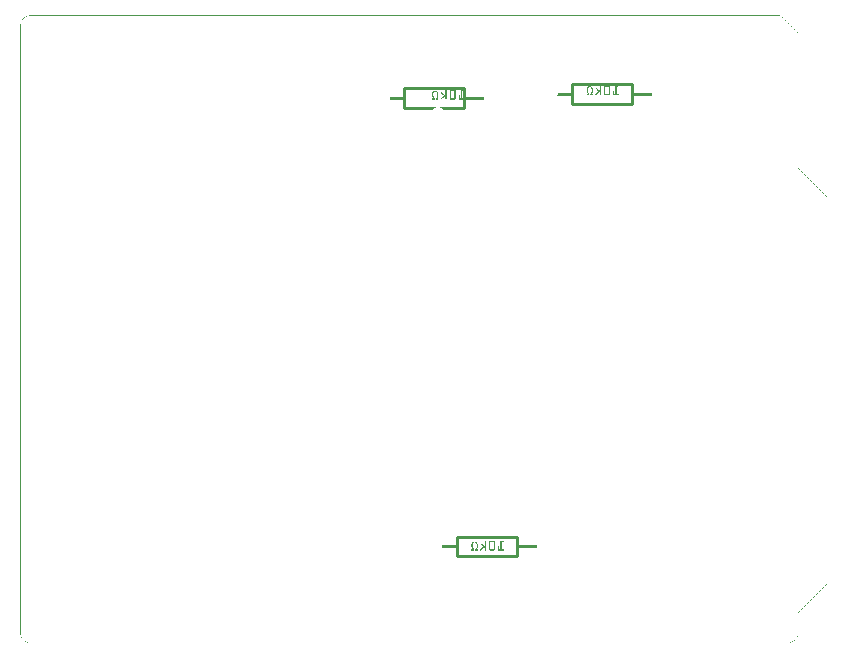
<source format=gbo>
G04 MADE WITH FRITZING*
G04 WWW.FRITZING.ORG*
G04 DOUBLE SIDED*
G04 HOLES PLATED*
G04 CONTOUR ON CENTER OF CONTOUR VECTOR*
%ASAXBY*%
%FSLAX23Y23*%
%MOIN*%
%OFA0B0*%
%SFA1.0B1.0*%
%ADD10C,0.010000*%
%ADD11R,0.001000X0.001000*%
%LNSILK0*%
G90*
G70*
G54D10*
X1666Y363D02*
X1466Y363D01*
D02*
X1466Y363D02*
X1466Y297D01*
D02*
X1466Y297D02*
X1666Y297D01*
D02*
X1666Y297D02*
X1666Y363D01*
D02*
X2050Y1871D02*
X1850Y1871D01*
D02*
X1850Y1871D02*
X1850Y1805D01*
D02*
X1850Y1805D02*
X2050Y1805D01*
D02*
X2050Y1805D02*
X2050Y1871D01*
D02*
X1490Y1857D02*
X1290Y1857D01*
D02*
X1290Y1857D02*
X1290Y1791D01*
D02*
X1490Y1791D02*
X1490Y1857D01*
G54D11*
X39Y2100D02*
X2544Y2100D01*
X35Y2099D02*
X38Y2099D01*
X2544Y2099D02*
X2545Y2099D01*
X33Y2098D02*
X34Y2098D01*
X2545Y2098D02*
X2546Y2098D01*
X30Y2097D02*
X32Y2097D01*
X2546Y2097D02*
X2547Y2097D01*
X29Y2096D02*
X30Y2096D01*
X2547Y2096D02*
X2548Y2096D01*
X27Y2095D02*
X28Y2095D01*
X2548Y2095D02*
X2549Y2095D01*
X25Y2094D02*
X26Y2094D01*
X2549Y2094D02*
X2550Y2094D01*
X24Y2093D02*
X25Y2093D01*
X2550Y2093D02*
X2551Y2093D01*
X23Y2092D02*
X23Y2092D01*
X2551Y2092D02*
X2552Y2092D01*
X22Y2091D02*
X22Y2091D01*
X2552Y2091D02*
X2553Y2091D01*
X21Y2090D02*
X21Y2090D01*
X2553Y2090D02*
X2554Y2090D01*
X20Y2089D02*
X20Y2089D01*
X2554Y2089D02*
X2555Y2089D01*
X19Y2088D02*
X19Y2088D01*
X2555Y2088D02*
X2556Y2088D01*
X18Y2087D02*
X18Y2087D01*
X2556Y2087D02*
X2557Y2087D01*
X18Y2086D02*
X18Y2086D01*
X2557Y2086D02*
X2558Y2086D01*
X17Y2085D02*
X17Y2085D01*
X2558Y2085D02*
X2559Y2085D01*
X16Y2084D02*
X16Y2084D01*
X2559Y2084D02*
X2560Y2084D01*
X16Y2083D02*
X16Y2083D01*
X2560Y2083D02*
X2561Y2083D01*
X15Y2082D02*
X15Y2082D01*
X2561Y2082D02*
X2562Y2082D01*
X14Y2081D02*
X15Y2081D01*
X2562Y2081D02*
X2563Y2081D01*
X14Y2080D02*
X14Y2080D01*
X2563Y2080D02*
X2564Y2080D01*
X14Y2079D02*
X14Y2079D01*
X2564Y2079D02*
X2565Y2079D01*
X13Y2078D02*
X13Y2078D01*
X2565Y2078D02*
X2566Y2078D01*
X13Y2077D02*
X13Y2077D01*
X2566Y2077D02*
X2567Y2077D01*
X12Y2076D02*
X12Y2076D01*
X2567Y2076D02*
X2568Y2076D01*
X12Y2075D02*
X12Y2075D01*
X2568Y2075D02*
X2569Y2075D01*
X12Y2074D02*
X12Y2074D01*
X2569Y2074D02*
X2570Y2074D01*
X12Y2073D02*
X12Y2073D01*
X2570Y2073D02*
X2571Y2073D01*
X11Y2072D02*
X11Y2072D01*
X2571Y2072D02*
X2572Y2072D01*
X11Y2071D02*
X11Y2071D01*
X2572Y2071D02*
X2573Y2071D01*
X11Y2070D02*
X11Y2070D01*
X2573Y2070D02*
X2574Y2070D01*
X11Y2069D02*
X11Y2069D01*
X2574Y2069D02*
X2575Y2069D01*
X11Y2068D02*
X11Y2068D01*
X2575Y2068D02*
X2576Y2068D01*
X11Y2067D02*
X11Y2067D01*
X2576Y2067D02*
X2577Y2067D01*
X11Y2066D02*
X11Y2066D01*
X2577Y2066D02*
X2578Y2066D01*
X11Y2065D02*
X11Y2065D01*
X2578Y2065D02*
X2579Y2065D01*
X11Y2064D02*
X11Y2064D01*
X2579Y2064D02*
X2580Y2064D01*
X11Y2063D02*
X11Y2063D01*
X2580Y2063D02*
X2581Y2063D01*
X11Y2062D02*
X11Y2062D01*
X2581Y2062D02*
X2582Y2062D01*
X11Y2061D02*
X11Y2061D01*
X2582Y2061D02*
X2583Y2061D01*
X11Y2060D02*
X11Y2060D01*
X2583Y2060D02*
X2584Y2060D01*
X11Y2059D02*
X11Y2059D01*
X2584Y2059D02*
X2585Y2059D01*
X11Y2058D02*
X11Y2058D01*
X2585Y2058D02*
X2586Y2058D01*
X11Y2057D02*
X11Y2057D01*
X2586Y2057D02*
X2587Y2057D01*
X11Y2056D02*
X11Y2056D01*
X2587Y2056D02*
X2588Y2056D01*
X11Y2055D02*
X11Y2055D01*
X2588Y2055D02*
X2589Y2055D01*
X11Y2054D02*
X11Y2054D01*
X2589Y2054D02*
X2590Y2054D01*
X11Y2053D02*
X11Y2053D01*
X2590Y2053D02*
X2591Y2053D01*
X11Y2052D02*
X11Y2052D01*
X2591Y2052D02*
X2592Y2052D01*
X11Y2051D02*
X11Y2051D01*
X2592Y2051D02*
X2593Y2051D01*
X11Y2050D02*
X11Y2050D01*
X2593Y2050D02*
X2594Y2050D01*
X11Y2049D02*
X11Y2049D01*
X2594Y2049D02*
X2595Y2049D01*
X11Y2048D02*
X11Y2048D01*
X2595Y2048D02*
X2596Y2048D01*
X11Y2047D02*
X11Y2047D01*
X2596Y2047D02*
X2597Y2047D01*
X11Y2046D02*
X11Y2046D01*
X2597Y2046D02*
X2598Y2046D01*
X11Y2045D02*
X11Y2045D01*
X2598Y2045D02*
X2599Y2045D01*
X11Y2044D02*
X11Y2044D01*
X2599Y2044D02*
X2600Y2044D01*
X11Y2043D02*
X11Y2043D01*
X2600Y2043D02*
X2601Y2043D01*
X11Y2042D02*
X11Y2042D01*
X2601Y2042D02*
X2602Y2042D01*
X11Y2041D02*
X11Y2041D01*
X2602Y2041D02*
X2603Y2041D01*
X11Y2040D02*
X11Y2040D01*
X2603Y2040D02*
X2603Y2040D01*
X11Y2039D02*
X11Y2039D01*
X2603Y2039D02*
X2603Y2039D01*
X11Y2038D02*
X11Y2038D01*
X2603Y2038D02*
X2603Y2038D01*
X11Y2037D02*
X11Y2037D01*
X2603Y2037D02*
X2603Y2037D01*
X11Y2036D02*
X11Y2036D01*
X2603Y2036D02*
X2603Y2036D01*
X11Y2035D02*
X11Y2035D01*
X2603Y2035D02*
X2603Y2035D01*
X11Y2034D02*
X11Y2034D01*
X2603Y2034D02*
X2603Y2034D01*
X11Y2033D02*
X11Y2033D01*
X2603Y2033D02*
X2603Y2033D01*
X11Y2032D02*
X11Y2032D01*
X2603Y2032D02*
X2603Y2032D01*
X11Y2031D02*
X11Y2031D01*
X2603Y2031D02*
X2603Y2031D01*
X11Y2030D02*
X11Y2030D01*
X2603Y2030D02*
X2603Y2030D01*
X11Y2029D02*
X11Y2029D01*
X2603Y2029D02*
X2603Y2029D01*
X11Y2028D02*
X11Y2028D01*
X2603Y2028D02*
X2603Y2028D01*
X11Y2027D02*
X11Y2027D01*
X2603Y2027D02*
X2603Y2027D01*
X11Y2026D02*
X11Y2026D01*
X2603Y2026D02*
X2603Y2026D01*
X11Y2025D02*
X11Y2025D01*
X2603Y2025D02*
X2603Y2025D01*
X11Y2024D02*
X11Y2024D01*
X2603Y2024D02*
X2603Y2024D01*
X11Y2023D02*
X11Y2023D01*
X2603Y2023D02*
X2603Y2023D01*
X11Y2022D02*
X11Y2022D01*
X2603Y2022D02*
X2603Y2022D01*
X11Y2021D02*
X11Y2021D01*
X2603Y2021D02*
X2603Y2021D01*
X11Y2020D02*
X11Y2020D01*
X2603Y2020D02*
X2603Y2020D01*
X11Y2019D02*
X11Y2019D01*
X2603Y2019D02*
X2603Y2019D01*
X11Y2018D02*
X11Y2018D01*
X2603Y2018D02*
X2603Y2018D01*
X11Y2017D02*
X11Y2017D01*
X2603Y2017D02*
X2603Y2017D01*
X11Y2016D02*
X11Y2016D01*
X2603Y2016D02*
X2603Y2016D01*
X11Y2015D02*
X11Y2015D01*
X2603Y2015D02*
X2603Y2015D01*
X11Y2014D02*
X11Y2014D01*
X2603Y2014D02*
X2603Y2014D01*
X11Y2013D02*
X11Y2013D01*
X2603Y2013D02*
X2603Y2013D01*
X11Y2012D02*
X11Y2012D01*
X2603Y2012D02*
X2603Y2012D01*
X11Y2011D02*
X11Y2011D01*
X2603Y2011D02*
X2603Y2011D01*
X11Y2010D02*
X11Y2010D01*
X2603Y2010D02*
X2603Y2010D01*
X11Y2009D02*
X11Y2009D01*
X2603Y2009D02*
X2603Y2009D01*
X11Y2008D02*
X11Y2008D01*
X2603Y2008D02*
X2603Y2008D01*
X11Y2007D02*
X11Y2007D01*
X2603Y2007D02*
X2603Y2007D01*
X11Y2006D02*
X11Y2006D01*
X2603Y2006D02*
X2603Y2006D01*
X11Y2005D02*
X11Y2005D01*
X2603Y2005D02*
X2603Y2005D01*
X11Y2004D02*
X11Y2004D01*
X2603Y2004D02*
X2603Y2004D01*
X11Y2003D02*
X11Y2003D01*
X2603Y2003D02*
X2603Y2003D01*
X11Y2002D02*
X11Y2002D01*
X2603Y2002D02*
X2603Y2002D01*
X11Y2001D02*
X11Y2001D01*
X2603Y2001D02*
X2603Y2001D01*
X11Y2000D02*
X11Y2000D01*
X2603Y2000D02*
X2603Y2000D01*
X11Y1999D02*
X11Y1999D01*
X2603Y1999D02*
X2603Y1999D01*
X11Y1998D02*
X11Y1998D01*
X2603Y1998D02*
X2603Y1998D01*
X11Y1997D02*
X11Y1997D01*
X2603Y1997D02*
X2603Y1997D01*
X11Y1996D02*
X11Y1996D01*
X2603Y1996D02*
X2603Y1996D01*
X11Y1995D02*
X11Y1995D01*
X2603Y1995D02*
X2603Y1995D01*
X11Y1994D02*
X11Y1994D01*
X2603Y1994D02*
X2603Y1994D01*
X11Y1993D02*
X11Y1993D01*
X2603Y1993D02*
X2603Y1993D01*
X11Y1992D02*
X11Y1992D01*
X2603Y1992D02*
X2603Y1992D01*
X11Y1991D02*
X11Y1991D01*
X2603Y1991D02*
X2603Y1991D01*
X11Y1990D02*
X11Y1990D01*
X2603Y1990D02*
X2603Y1990D01*
X11Y1989D02*
X11Y1989D01*
X2603Y1989D02*
X2603Y1989D01*
X11Y1988D02*
X11Y1988D01*
X2603Y1988D02*
X2603Y1988D01*
X11Y1987D02*
X11Y1987D01*
X2603Y1987D02*
X2603Y1987D01*
X11Y1986D02*
X11Y1986D01*
X2603Y1986D02*
X2603Y1986D01*
X11Y1985D02*
X11Y1985D01*
X2603Y1985D02*
X2603Y1985D01*
X11Y1984D02*
X11Y1984D01*
X2603Y1984D02*
X2603Y1984D01*
X11Y1983D02*
X11Y1983D01*
X2603Y1983D02*
X2603Y1983D01*
X11Y1982D02*
X11Y1982D01*
X2603Y1982D02*
X2603Y1982D01*
X11Y1981D02*
X11Y1981D01*
X2603Y1981D02*
X2603Y1981D01*
X11Y1980D02*
X11Y1980D01*
X2603Y1980D02*
X2603Y1980D01*
X11Y1979D02*
X11Y1979D01*
X2603Y1979D02*
X2603Y1979D01*
X11Y1978D02*
X11Y1978D01*
X2603Y1978D02*
X2603Y1978D01*
X11Y1977D02*
X11Y1977D01*
X2603Y1977D02*
X2603Y1977D01*
X11Y1976D02*
X11Y1976D01*
X2603Y1976D02*
X2603Y1976D01*
X11Y1975D02*
X11Y1975D01*
X2603Y1975D02*
X2603Y1975D01*
X11Y1974D02*
X11Y1974D01*
X2603Y1974D02*
X2603Y1974D01*
X11Y1973D02*
X11Y1973D01*
X2603Y1973D02*
X2603Y1973D01*
X11Y1972D02*
X11Y1972D01*
X2603Y1972D02*
X2603Y1972D01*
X11Y1971D02*
X11Y1971D01*
X2603Y1971D02*
X2603Y1971D01*
X11Y1970D02*
X11Y1970D01*
X2603Y1970D02*
X2603Y1970D01*
X11Y1969D02*
X11Y1969D01*
X2603Y1969D02*
X2603Y1969D01*
X11Y1968D02*
X11Y1968D01*
X2603Y1968D02*
X2603Y1968D01*
X11Y1967D02*
X11Y1967D01*
X2603Y1967D02*
X2603Y1967D01*
X11Y1966D02*
X11Y1966D01*
X2603Y1966D02*
X2603Y1966D01*
X11Y1965D02*
X11Y1965D01*
X2603Y1965D02*
X2603Y1965D01*
X11Y1964D02*
X11Y1964D01*
X2603Y1964D02*
X2603Y1964D01*
X11Y1963D02*
X11Y1963D01*
X2603Y1963D02*
X2603Y1963D01*
X11Y1962D02*
X11Y1962D01*
X2603Y1962D02*
X2603Y1962D01*
X11Y1961D02*
X11Y1961D01*
X2603Y1961D02*
X2603Y1961D01*
X11Y1960D02*
X11Y1960D01*
X2603Y1960D02*
X2603Y1960D01*
X11Y1959D02*
X11Y1959D01*
X2603Y1959D02*
X2603Y1959D01*
X11Y1958D02*
X11Y1958D01*
X2603Y1958D02*
X2603Y1958D01*
X11Y1957D02*
X11Y1957D01*
X2603Y1957D02*
X2603Y1957D01*
X11Y1956D02*
X11Y1956D01*
X2603Y1956D02*
X2603Y1956D01*
X11Y1955D02*
X11Y1955D01*
X2603Y1955D02*
X2603Y1955D01*
X11Y1954D02*
X11Y1954D01*
X2603Y1954D02*
X2603Y1954D01*
X11Y1953D02*
X11Y1953D01*
X2603Y1953D02*
X2603Y1953D01*
X11Y1952D02*
X11Y1952D01*
X2603Y1952D02*
X2603Y1952D01*
X11Y1951D02*
X11Y1951D01*
X2603Y1951D02*
X2603Y1951D01*
X11Y1950D02*
X11Y1950D01*
X2603Y1950D02*
X2603Y1950D01*
X11Y1949D02*
X11Y1949D01*
X2603Y1949D02*
X2603Y1949D01*
X11Y1948D02*
X11Y1948D01*
X2603Y1948D02*
X2603Y1948D01*
X11Y1947D02*
X11Y1947D01*
X2603Y1947D02*
X2603Y1947D01*
X11Y1946D02*
X11Y1946D01*
X2603Y1946D02*
X2603Y1946D01*
X11Y1945D02*
X11Y1945D01*
X2603Y1945D02*
X2603Y1945D01*
X11Y1944D02*
X11Y1944D01*
X2603Y1944D02*
X2603Y1944D01*
X11Y1943D02*
X11Y1943D01*
X2603Y1943D02*
X2603Y1943D01*
X11Y1942D02*
X11Y1942D01*
X2603Y1942D02*
X2603Y1942D01*
X11Y1941D02*
X11Y1941D01*
X2603Y1941D02*
X2603Y1941D01*
X11Y1940D02*
X11Y1940D01*
X2603Y1940D02*
X2603Y1940D01*
X11Y1939D02*
X11Y1939D01*
X2603Y1939D02*
X2603Y1939D01*
X11Y1938D02*
X11Y1938D01*
X2603Y1938D02*
X2603Y1938D01*
X11Y1937D02*
X11Y1937D01*
X2603Y1937D02*
X2603Y1937D01*
X11Y1936D02*
X11Y1936D01*
X2603Y1936D02*
X2603Y1936D01*
X11Y1935D02*
X11Y1935D01*
X2603Y1935D02*
X2603Y1935D01*
X11Y1934D02*
X11Y1934D01*
X2603Y1934D02*
X2603Y1934D01*
X11Y1933D02*
X11Y1933D01*
X2603Y1933D02*
X2603Y1933D01*
X11Y1932D02*
X11Y1932D01*
X2603Y1932D02*
X2603Y1932D01*
X11Y1931D02*
X11Y1931D01*
X2603Y1931D02*
X2603Y1931D01*
X11Y1930D02*
X11Y1930D01*
X2603Y1930D02*
X2603Y1930D01*
X11Y1929D02*
X11Y1929D01*
X2603Y1929D02*
X2603Y1929D01*
X11Y1928D02*
X11Y1928D01*
X2603Y1928D02*
X2603Y1928D01*
X11Y1927D02*
X11Y1927D01*
X2603Y1927D02*
X2603Y1927D01*
X11Y1926D02*
X11Y1926D01*
X2603Y1926D02*
X2603Y1926D01*
X11Y1925D02*
X11Y1925D01*
X2603Y1925D02*
X2603Y1925D01*
X11Y1924D02*
X11Y1924D01*
X2603Y1924D02*
X2603Y1924D01*
X11Y1923D02*
X11Y1923D01*
X2603Y1923D02*
X2603Y1923D01*
X11Y1922D02*
X11Y1922D01*
X2603Y1922D02*
X2603Y1922D01*
X11Y1921D02*
X11Y1921D01*
X2603Y1921D02*
X2603Y1921D01*
X11Y1920D02*
X11Y1920D01*
X2603Y1920D02*
X2603Y1920D01*
X11Y1919D02*
X11Y1919D01*
X2603Y1919D02*
X2603Y1919D01*
X11Y1918D02*
X11Y1918D01*
X2603Y1918D02*
X2603Y1918D01*
X11Y1917D02*
X11Y1917D01*
X2603Y1917D02*
X2603Y1917D01*
X11Y1916D02*
X11Y1916D01*
X2603Y1916D02*
X2603Y1916D01*
X11Y1915D02*
X11Y1915D01*
X2603Y1915D02*
X2603Y1915D01*
X11Y1914D02*
X11Y1914D01*
X2603Y1914D02*
X2603Y1914D01*
X11Y1913D02*
X11Y1913D01*
X2603Y1913D02*
X2603Y1913D01*
X11Y1912D02*
X11Y1912D01*
X2603Y1912D02*
X2603Y1912D01*
X11Y1911D02*
X11Y1911D01*
X2603Y1911D02*
X2603Y1911D01*
X11Y1910D02*
X11Y1910D01*
X2603Y1910D02*
X2603Y1910D01*
X11Y1909D02*
X11Y1909D01*
X2603Y1909D02*
X2603Y1909D01*
X11Y1908D02*
X11Y1908D01*
X2603Y1908D02*
X2603Y1908D01*
X11Y1907D02*
X11Y1907D01*
X2603Y1907D02*
X2603Y1907D01*
X11Y1906D02*
X11Y1906D01*
X2603Y1906D02*
X2603Y1906D01*
X11Y1905D02*
X11Y1905D01*
X2603Y1905D02*
X2603Y1905D01*
X11Y1904D02*
X11Y1904D01*
X2603Y1904D02*
X2603Y1904D01*
X11Y1903D02*
X11Y1903D01*
X2603Y1903D02*
X2603Y1903D01*
X11Y1902D02*
X11Y1902D01*
X2603Y1902D02*
X2603Y1902D01*
X11Y1901D02*
X11Y1901D01*
X2603Y1901D02*
X2603Y1901D01*
X11Y1900D02*
X11Y1900D01*
X2603Y1900D02*
X2603Y1900D01*
X11Y1899D02*
X11Y1899D01*
X2603Y1899D02*
X2603Y1899D01*
X11Y1898D02*
X11Y1898D01*
X2603Y1898D02*
X2603Y1898D01*
X11Y1897D02*
X11Y1897D01*
X2603Y1897D02*
X2603Y1897D01*
X11Y1896D02*
X11Y1896D01*
X2603Y1896D02*
X2603Y1896D01*
X11Y1895D02*
X11Y1895D01*
X2603Y1895D02*
X2603Y1895D01*
X11Y1894D02*
X11Y1894D01*
X2603Y1894D02*
X2603Y1894D01*
X11Y1893D02*
X11Y1893D01*
X2603Y1893D02*
X2603Y1893D01*
X11Y1892D02*
X11Y1892D01*
X2603Y1892D02*
X2603Y1892D01*
X11Y1891D02*
X11Y1891D01*
X2603Y1891D02*
X2603Y1891D01*
X11Y1890D02*
X11Y1890D01*
X2603Y1890D02*
X2603Y1890D01*
X11Y1889D02*
X11Y1889D01*
X2603Y1889D02*
X2603Y1889D01*
X11Y1888D02*
X11Y1888D01*
X2603Y1888D02*
X2603Y1888D01*
X11Y1887D02*
X11Y1887D01*
X2603Y1887D02*
X2603Y1887D01*
X11Y1886D02*
X11Y1886D01*
X2603Y1886D02*
X2603Y1886D01*
X11Y1885D02*
X11Y1885D01*
X2603Y1885D02*
X2603Y1885D01*
X11Y1884D02*
X11Y1884D01*
X2603Y1884D02*
X2603Y1884D01*
X11Y1883D02*
X11Y1883D01*
X2603Y1883D02*
X2603Y1883D01*
X11Y1882D02*
X11Y1882D01*
X2603Y1882D02*
X2603Y1882D01*
X11Y1881D02*
X11Y1881D01*
X2603Y1881D02*
X2603Y1881D01*
X11Y1880D02*
X11Y1880D01*
X2603Y1880D02*
X2603Y1880D01*
X11Y1879D02*
X11Y1879D01*
X2603Y1879D02*
X2603Y1879D01*
X11Y1878D02*
X11Y1878D01*
X2603Y1878D02*
X2603Y1878D01*
X11Y1877D02*
X11Y1877D01*
X2603Y1877D02*
X2603Y1877D01*
X11Y1876D02*
X11Y1876D01*
X2603Y1876D02*
X2603Y1876D01*
X11Y1875D02*
X11Y1875D01*
X2603Y1875D02*
X2603Y1875D01*
X11Y1874D02*
X11Y1874D01*
X2603Y1874D02*
X2603Y1874D01*
X11Y1873D02*
X11Y1873D01*
X2603Y1873D02*
X2603Y1873D01*
X11Y1872D02*
X11Y1872D01*
X2603Y1872D02*
X2603Y1872D01*
X11Y1871D02*
X11Y1871D01*
X2603Y1871D02*
X2603Y1871D01*
X11Y1870D02*
X11Y1870D01*
X2603Y1870D02*
X2603Y1870D01*
X11Y1869D02*
X11Y1869D01*
X2603Y1869D02*
X2603Y1869D01*
X11Y1868D02*
X11Y1868D01*
X2603Y1868D02*
X2603Y1868D01*
X11Y1867D02*
X11Y1867D01*
X1945Y1867D02*
X1945Y1867D01*
X1960Y1867D02*
X1974Y1867D01*
X1996Y1867D02*
X2005Y1867D01*
X2603Y1867D02*
X2603Y1867D01*
X11Y1866D02*
X11Y1866D01*
X1944Y1866D02*
X1946Y1866D01*
X1958Y1866D02*
X1975Y1866D01*
X1995Y1866D02*
X2007Y1866D01*
X2603Y1866D02*
X2603Y1866D01*
X11Y1865D02*
X11Y1865D01*
X1943Y1865D02*
X1947Y1865D01*
X1958Y1865D02*
X1976Y1865D01*
X1995Y1865D02*
X2007Y1865D01*
X2603Y1865D02*
X2603Y1865D01*
X11Y1864D02*
X11Y1864D01*
X1907Y1864D02*
X1912Y1864D01*
X1943Y1864D02*
X1947Y1864D01*
X1957Y1864D02*
X1977Y1864D01*
X1995Y1864D02*
X2006Y1864D01*
X2603Y1864D02*
X2603Y1864D01*
X11Y1863D02*
X11Y1863D01*
X1904Y1863D02*
X1914Y1863D01*
X1943Y1863D02*
X1947Y1863D01*
X1957Y1863D02*
X1977Y1863D01*
X1995Y1863D02*
X2004Y1863D01*
X2603Y1863D02*
X2603Y1863D01*
X11Y1862D02*
X11Y1862D01*
X1903Y1862D02*
X1915Y1862D01*
X1943Y1862D02*
X1947Y1862D01*
X1957Y1862D02*
X1960Y1862D01*
X1973Y1862D02*
X1977Y1862D01*
X1995Y1862D02*
X1999Y1862D01*
X2603Y1862D02*
X2603Y1862D01*
X11Y1861D02*
X11Y1861D01*
X1902Y1861D02*
X1908Y1861D01*
X1910Y1861D02*
X1916Y1861D01*
X1943Y1861D02*
X1947Y1861D01*
X1957Y1861D02*
X1960Y1861D01*
X1973Y1861D02*
X1977Y1861D01*
X1995Y1861D02*
X1999Y1861D01*
X2603Y1861D02*
X2603Y1861D01*
X11Y1860D02*
X11Y1860D01*
X1901Y1860D02*
X1905Y1860D01*
X1913Y1860D02*
X1917Y1860D01*
X1943Y1860D02*
X1947Y1860D01*
X1957Y1860D02*
X1960Y1860D01*
X1973Y1860D02*
X1977Y1860D01*
X1995Y1860D02*
X1999Y1860D01*
X2603Y1860D02*
X2603Y1860D01*
X11Y1859D02*
X11Y1859D01*
X1901Y1859D02*
X1904Y1859D01*
X1914Y1859D02*
X1918Y1859D01*
X1943Y1859D02*
X1947Y1859D01*
X1957Y1859D02*
X1960Y1859D01*
X1973Y1859D02*
X1977Y1859D01*
X1995Y1859D02*
X1999Y1859D01*
X2603Y1859D02*
X2603Y1859D01*
X11Y1858D02*
X11Y1858D01*
X1900Y1858D02*
X1904Y1858D01*
X1915Y1858D02*
X1918Y1858D01*
X1930Y1858D02*
X1931Y1858D01*
X1943Y1858D02*
X1947Y1858D01*
X1957Y1858D02*
X1960Y1858D01*
X1973Y1858D02*
X1977Y1858D01*
X1995Y1858D02*
X1999Y1858D01*
X2603Y1858D02*
X2603Y1858D01*
X11Y1857D02*
X11Y1857D01*
X1900Y1857D02*
X1903Y1857D01*
X1915Y1857D02*
X1918Y1857D01*
X1929Y1857D02*
X1932Y1857D01*
X1943Y1857D02*
X1947Y1857D01*
X1957Y1857D02*
X1960Y1857D01*
X1973Y1857D02*
X1977Y1857D01*
X1995Y1857D02*
X1999Y1857D01*
X2603Y1857D02*
X2603Y1857D01*
X11Y1856D02*
X11Y1856D01*
X1900Y1856D02*
X1903Y1856D01*
X1916Y1856D02*
X1919Y1856D01*
X1929Y1856D02*
X1934Y1856D01*
X1943Y1856D02*
X1947Y1856D01*
X1957Y1856D02*
X1960Y1856D01*
X1973Y1856D02*
X1977Y1856D01*
X1995Y1856D02*
X1999Y1856D01*
X2603Y1856D02*
X2603Y1856D01*
X11Y1855D02*
X11Y1855D01*
X1899Y1855D02*
X1902Y1855D01*
X1916Y1855D02*
X1919Y1855D01*
X1929Y1855D02*
X1935Y1855D01*
X1943Y1855D02*
X1947Y1855D01*
X1957Y1855D02*
X1960Y1855D01*
X1973Y1855D02*
X1977Y1855D01*
X1995Y1855D02*
X1999Y1855D01*
X2603Y1855D02*
X2603Y1855D01*
X11Y1854D02*
X11Y1854D01*
X1899Y1854D02*
X1902Y1854D01*
X1916Y1854D02*
X1919Y1854D01*
X1930Y1854D02*
X1936Y1854D01*
X1943Y1854D02*
X1947Y1854D01*
X1957Y1854D02*
X1960Y1854D01*
X1973Y1854D02*
X1977Y1854D01*
X1995Y1854D02*
X1999Y1854D01*
X2603Y1854D02*
X2603Y1854D01*
X11Y1853D02*
X11Y1853D01*
X1899Y1853D02*
X1902Y1853D01*
X1916Y1853D02*
X1919Y1853D01*
X1932Y1853D02*
X1937Y1853D01*
X1943Y1853D02*
X1947Y1853D01*
X1957Y1853D02*
X1960Y1853D01*
X1973Y1853D02*
X1977Y1853D01*
X1995Y1853D02*
X1999Y1853D01*
X2603Y1853D02*
X2603Y1853D01*
X11Y1852D02*
X11Y1852D01*
X1430Y1852D02*
X1430Y1852D01*
X1445Y1852D02*
X1459Y1852D01*
X1480Y1852D02*
X1491Y1852D01*
X1899Y1852D02*
X1902Y1852D01*
X1916Y1852D02*
X1919Y1852D01*
X1933Y1852D02*
X1938Y1852D01*
X1943Y1852D02*
X1947Y1852D01*
X1957Y1852D02*
X1960Y1852D01*
X1973Y1852D02*
X1977Y1852D01*
X1995Y1852D02*
X1999Y1852D01*
X2603Y1852D02*
X2603Y1852D01*
X11Y1851D02*
X11Y1851D01*
X1429Y1851D02*
X1431Y1851D01*
X1443Y1851D02*
X1460Y1851D01*
X1480Y1851D02*
X1492Y1851D01*
X1899Y1851D02*
X1902Y1851D01*
X1916Y1851D02*
X1919Y1851D01*
X1934Y1851D02*
X1939Y1851D01*
X1943Y1851D02*
X1947Y1851D01*
X1957Y1851D02*
X1960Y1851D01*
X1973Y1851D02*
X1977Y1851D01*
X1995Y1851D02*
X1999Y1851D01*
X2603Y1851D02*
X2603Y1851D01*
X11Y1850D02*
X11Y1850D01*
X1428Y1850D02*
X1432Y1850D01*
X1442Y1850D02*
X1461Y1850D01*
X1480Y1850D02*
X1492Y1850D01*
X1899Y1850D02*
X1902Y1850D01*
X1916Y1850D02*
X1919Y1850D01*
X1935Y1850D02*
X1941Y1850D01*
X1943Y1850D02*
X1947Y1850D01*
X1957Y1850D02*
X1960Y1850D01*
X1973Y1850D02*
X1977Y1850D01*
X1995Y1850D02*
X1999Y1850D01*
X2603Y1850D02*
X2603Y1850D01*
X11Y1849D02*
X11Y1849D01*
X1392Y1849D02*
X1397Y1849D01*
X1428Y1849D02*
X1432Y1849D01*
X1442Y1849D02*
X1461Y1849D01*
X1480Y1849D02*
X1491Y1849D01*
X1899Y1849D02*
X1902Y1849D01*
X1916Y1849D02*
X1919Y1849D01*
X1936Y1849D02*
X1947Y1849D01*
X1957Y1849D02*
X1960Y1849D01*
X1973Y1849D02*
X1977Y1849D01*
X1988Y1849D02*
X1989Y1849D01*
X1995Y1849D02*
X1999Y1849D01*
X2603Y1849D02*
X2603Y1849D01*
X11Y1848D02*
X11Y1848D01*
X1389Y1848D02*
X1399Y1848D01*
X1428Y1848D02*
X1432Y1848D01*
X1442Y1848D02*
X1446Y1848D01*
X1458Y1848D02*
X1462Y1848D01*
X1480Y1848D02*
X1484Y1848D01*
X1899Y1848D02*
X1902Y1848D01*
X1916Y1848D02*
X1919Y1848D01*
X1937Y1848D02*
X1947Y1848D01*
X1957Y1848D02*
X1960Y1848D01*
X1973Y1848D02*
X1977Y1848D01*
X1987Y1848D02*
X1990Y1848D01*
X1995Y1848D02*
X1999Y1848D01*
X2603Y1848D02*
X2603Y1848D01*
X11Y1847D02*
X11Y1847D01*
X1388Y1847D02*
X1400Y1847D01*
X1428Y1847D02*
X1432Y1847D01*
X1442Y1847D02*
X1445Y1847D01*
X1458Y1847D02*
X1462Y1847D01*
X1480Y1847D02*
X1484Y1847D01*
X1899Y1847D02*
X1902Y1847D01*
X1916Y1847D02*
X1919Y1847D01*
X1938Y1847D02*
X1947Y1847D01*
X1957Y1847D02*
X1960Y1847D01*
X1973Y1847D02*
X1977Y1847D01*
X1987Y1847D02*
X1990Y1847D01*
X1995Y1847D02*
X1999Y1847D01*
X2603Y1847D02*
X2603Y1847D01*
X11Y1846D02*
X11Y1846D01*
X1387Y1846D02*
X1393Y1846D01*
X1395Y1846D02*
X1401Y1846D01*
X1428Y1846D02*
X1432Y1846D01*
X1442Y1846D02*
X1445Y1846D01*
X1458Y1846D02*
X1462Y1846D01*
X1480Y1846D02*
X1484Y1846D01*
X1899Y1846D02*
X1902Y1846D01*
X1916Y1846D02*
X1919Y1846D01*
X1936Y1846D02*
X1947Y1846D01*
X1957Y1846D02*
X1960Y1846D01*
X1973Y1846D02*
X1977Y1846D01*
X1987Y1846D02*
X1990Y1846D01*
X1995Y1846D02*
X1999Y1846D01*
X2603Y1846D02*
X2603Y1846D01*
X11Y1845D02*
X11Y1845D01*
X1386Y1845D02*
X1390Y1845D01*
X1398Y1845D02*
X1402Y1845D01*
X1428Y1845D02*
X1432Y1845D01*
X1442Y1845D02*
X1445Y1845D01*
X1458Y1845D02*
X1462Y1845D01*
X1480Y1845D02*
X1484Y1845D01*
X1900Y1845D02*
X1903Y1845D01*
X1916Y1845D02*
X1919Y1845D01*
X1935Y1845D02*
X1947Y1845D01*
X1957Y1845D02*
X1960Y1845D01*
X1973Y1845D02*
X1977Y1845D01*
X1987Y1845D02*
X1990Y1845D01*
X1995Y1845D02*
X1999Y1845D01*
X2603Y1845D02*
X2603Y1845D01*
X11Y1844D02*
X11Y1844D01*
X1386Y1844D02*
X1389Y1844D01*
X1399Y1844D02*
X1403Y1844D01*
X1428Y1844D02*
X1432Y1844D01*
X1442Y1844D02*
X1445Y1844D01*
X1458Y1844D02*
X1462Y1844D01*
X1480Y1844D02*
X1484Y1844D01*
X1900Y1844D02*
X1903Y1844D01*
X1915Y1844D02*
X1918Y1844D01*
X1934Y1844D02*
X1940Y1844D01*
X1942Y1844D02*
X1947Y1844D01*
X1957Y1844D02*
X1960Y1844D01*
X1973Y1844D02*
X1977Y1844D01*
X1987Y1844D02*
X1990Y1844D01*
X1995Y1844D02*
X1999Y1844D01*
X2603Y1844D02*
X2603Y1844D01*
X11Y1843D02*
X11Y1843D01*
X1385Y1843D02*
X1388Y1843D01*
X1400Y1843D02*
X1403Y1843D01*
X1415Y1843D02*
X1416Y1843D01*
X1428Y1843D02*
X1432Y1843D01*
X1442Y1843D02*
X1445Y1843D01*
X1458Y1843D02*
X1462Y1843D01*
X1480Y1843D02*
X1484Y1843D01*
X1900Y1843D02*
X1903Y1843D01*
X1915Y1843D02*
X1918Y1843D01*
X1933Y1843D02*
X1938Y1843D01*
X1943Y1843D02*
X1947Y1843D01*
X1957Y1843D02*
X1960Y1843D01*
X1973Y1843D02*
X1977Y1843D01*
X1987Y1843D02*
X1990Y1843D01*
X1995Y1843D02*
X1999Y1843D01*
X2603Y1843D02*
X2603Y1843D01*
X11Y1842D02*
X11Y1842D01*
X1385Y1842D02*
X1388Y1842D01*
X1400Y1842D02*
X1403Y1842D01*
X1414Y1842D02*
X1417Y1842D01*
X1428Y1842D02*
X1432Y1842D01*
X1442Y1842D02*
X1445Y1842D01*
X1458Y1842D02*
X1462Y1842D01*
X1480Y1842D02*
X1484Y1842D01*
X1802Y1842D02*
X1849Y1842D01*
X1901Y1842D02*
X1904Y1842D01*
X1914Y1842D02*
X1917Y1842D01*
X1932Y1842D02*
X1937Y1842D01*
X1943Y1842D02*
X1947Y1842D01*
X1957Y1842D02*
X1960Y1842D01*
X1973Y1842D02*
X1977Y1842D01*
X1987Y1842D02*
X1990Y1842D01*
X1995Y1842D02*
X1999Y1842D01*
X2050Y1842D02*
X2116Y1842D01*
X2603Y1842D02*
X2603Y1842D01*
X11Y1841D02*
X11Y1841D01*
X1385Y1841D02*
X1388Y1841D01*
X1401Y1841D02*
X1404Y1841D01*
X1414Y1841D02*
X1419Y1841D01*
X1428Y1841D02*
X1432Y1841D01*
X1442Y1841D02*
X1445Y1841D01*
X1458Y1841D02*
X1462Y1841D01*
X1480Y1841D02*
X1484Y1841D01*
X1802Y1841D02*
X1849Y1841D01*
X1902Y1841D02*
X1904Y1841D01*
X1914Y1841D02*
X1917Y1841D01*
X1931Y1841D02*
X1936Y1841D01*
X1943Y1841D02*
X1947Y1841D01*
X1957Y1841D02*
X1960Y1841D01*
X1973Y1841D02*
X1977Y1841D01*
X1987Y1841D02*
X1990Y1841D01*
X1995Y1841D02*
X1999Y1841D01*
X2050Y1841D02*
X2116Y1841D01*
X2603Y1841D02*
X2603Y1841D01*
X11Y1840D02*
X11Y1840D01*
X1384Y1840D02*
X1387Y1840D01*
X1401Y1840D02*
X1404Y1840D01*
X1414Y1840D02*
X1420Y1840D01*
X1428Y1840D02*
X1432Y1840D01*
X1442Y1840D02*
X1445Y1840D01*
X1458Y1840D02*
X1462Y1840D01*
X1480Y1840D02*
X1484Y1840D01*
X1802Y1840D02*
X1849Y1840D01*
X1902Y1840D02*
X1905Y1840D01*
X1913Y1840D02*
X1916Y1840D01*
X1929Y1840D02*
X1935Y1840D01*
X1943Y1840D02*
X1947Y1840D01*
X1957Y1840D02*
X1960Y1840D01*
X1973Y1840D02*
X1977Y1840D01*
X1987Y1840D02*
X1990Y1840D01*
X1995Y1840D02*
X1999Y1840D01*
X2050Y1840D02*
X2116Y1840D01*
X2603Y1840D02*
X2603Y1840D01*
X11Y1839D02*
X11Y1839D01*
X1384Y1839D02*
X1387Y1839D01*
X1401Y1839D02*
X1404Y1839D01*
X1415Y1839D02*
X1421Y1839D01*
X1428Y1839D02*
X1432Y1839D01*
X1442Y1839D02*
X1445Y1839D01*
X1458Y1839D02*
X1462Y1839D01*
X1480Y1839D02*
X1484Y1839D01*
X1802Y1839D02*
X1849Y1839D01*
X1903Y1839D02*
X1906Y1839D01*
X1912Y1839D02*
X1915Y1839D01*
X1928Y1839D02*
X1934Y1839D01*
X1943Y1839D02*
X1947Y1839D01*
X1957Y1839D02*
X1961Y1839D01*
X1973Y1839D02*
X1977Y1839D01*
X1987Y1839D02*
X1991Y1839D01*
X1995Y1839D02*
X1999Y1839D01*
X2050Y1839D02*
X2116Y1839D01*
X2603Y1839D02*
X2603Y1839D01*
X11Y1838D02*
X11Y1838D01*
X1384Y1838D02*
X1387Y1838D01*
X1401Y1838D02*
X1404Y1838D01*
X1417Y1838D02*
X1422Y1838D01*
X1428Y1838D02*
X1432Y1838D01*
X1442Y1838D02*
X1445Y1838D01*
X1458Y1838D02*
X1462Y1838D01*
X1480Y1838D02*
X1484Y1838D01*
X1802Y1838D02*
X1849Y1838D01*
X1899Y1838D02*
X1907Y1838D01*
X1911Y1838D02*
X1919Y1838D01*
X1927Y1838D02*
X1933Y1838D01*
X1943Y1838D02*
X1947Y1838D01*
X1957Y1838D02*
X1977Y1838D01*
X1987Y1838D02*
X2006Y1838D01*
X2050Y1838D02*
X2116Y1838D01*
X2603Y1838D02*
X2603Y1838D01*
X11Y1837D02*
X11Y1837D01*
X1384Y1837D02*
X1387Y1837D01*
X1401Y1837D02*
X1404Y1837D01*
X1418Y1837D02*
X1423Y1837D01*
X1428Y1837D02*
X1432Y1837D01*
X1442Y1837D02*
X1445Y1837D01*
X1458Y1837D02*
X1462Y1837D01*
X1480Y1837D02*
X1484Y1837D01*
X1802Y1837D02*
X1849Y1837D01*
X1899Y1837D02*
X1907Y1837D01*
X1911Y1837D02*
X1920Y1837D01*
X1927Y1837D02*
X1931Y1837D01*
X1943Y1837D02*
X1947Y1837D01*
X1958Y1837D02*
X1976Y1837D01*
X1987Y1837D02*
X2007Y1837D01*
X2050Y1837D02*
X2116Y1837D01*
X2603Y1837D02*
X2603Y1837D01*
X11Y1836D02*
X11Y1836D01*
X1384Y1836D02*
X1387Y1836D01*
X1401Y1836D02*
X1404Y1836D01*
X1419Y1836D02*
X1424Y1836D01*
X1428Y1836D02*
X1432Y1836D01*
X1442Y1836D02*
X1445Y1836D01*
X1458Y1836D02*
X1462Y1836D01*
X1480Y1836D02*
X1484Y1836D01*
X1802Y1836D02*
X1849Y1836D01*
X1899Y1836D02*
X1907Y1836D01*
X1911Y1836D02*
X1920Y1836D01*
X1927Y1836D02*
X1930Y1836D01*
X1944Y1836D02*
X1946Y1836D01*
X1958Y1836D02*
X1975Y1836D01*
X1987Y1836D02*
X2007Y1836D01*
X2050Y1836D02*
X2116Y1836D01*
X2603Y1836D02*
X2603Y1836D01*
X11Y1835D02*
X11Y1835D01*
X1384Y1835D02*
X1387Y1835D01*
X1401Y1835D02*
X1404Y1835D01*
X1420Y1835D02*
X1426Y1835D01*
X1428Y1835D02*
X1432Y1835D01*
X1442Y1835D02*
X1445Y1835D01*
X1458Y1835D02*
X1462Y1835D01*
X1480Y1835D02*
X1484Y1835D01*
X1802Y1835D02*
X1849Y1835D01*
X1899Y1835D02*
X1907Y1835D01*
X1911Y1835D02*
X1920Y1835D01*
X1928Y1835D02*
X1929Y1835D01*
X1945Y1835D02*
X1945Y1835D01*
X1960Y1835D02*
X1974Y1835D01*
X1988Y1835D02*
X2006Y1835D01*
X2050Y1835D02*
X2116Y1835D01*
X2603Y1835D02*
X2603Y1835D01*
X11Y1834D02*
X11Y1834D01*
X1384Y1834D02*
X1387Y1834D01*
X1401Y1834D02*
X1404Y1834D01*
X1421Y1834D02*
X1432Y1834D01*
X1442Y1834D02*
X1445Y1834D01*
X1458Y1834D02*
X1462Y1834D01*
X1473Y1834D02*
X1475Y1834D01*
X1480Y1834D02*
X1484Y1834D01*
X1802Y1834D02*
X1849Y1834D01*
X2050Y1834D02*
X2116Y1834D01*
X2603Y1834D02*
X2603Y1834D01*
X11Y1833D02*
X11Y1833D01*
X1384Y1833D02*
X1387Y1833D01*
X1401Y1833D02*
X1404Y1833D01*
X1422Y1833D02*
X1432Y1833D01*
X1442Y1833D02*
X1445Y1833D01*
X1458Y1833D02*
X1462Y1833D01*
X1472Y1833D02*
X1475Y1833D01*
X1480Y1833D02*
X1484Y1833D01*
X1801Y1833D02*
X1848Y1833D01*
X2050Y1833D02*
X2116Y1833D01*
X2603Y1833D02*
X2603Y1833D01*
X11Y1832D02*
X11Y1832D01*
X1384Y1832D02*
X1387Y1832D01*
X1401Y1832D02*
X1404Y1832D01*
X1423Y1832D02*
X1432Y1832D01*
X1442Y1832D02*
X1445Y1832D01*
X1458Y1832D02*
X1462Y1832D01*
X1472Y1832D02*
X1475Y1832D01*
X1480Y1832D02*
X1484Y1832D01*
X2603Y1832D02*
X2603Y1832D01*
X11Y1831D02*
X11Y1831D01*
X1384Y1831D02*
X1387Y1831D01*
X1401Y1831D02*
X1404Y1831D01*
X1421Y1831D02*
X1432Y1831D01*
X1442Y1831D02*
X1445Y1831D01*
X1458Y1831D02*
X1462Y1831D01*
X1472Y1831D02*
X1475Y1831D01*
X1480Y1831D02*
X1484Y1831D01*
X2603Y1831D02*
X2603Y1831D01*
X11Y1830D02*
X11Y1830D01*
X1385Y1830D02*
X1388Y1830D01*
X1401Y1830D02*
X1404Y1830D01*
X1420Y1830D02*
X1432Y1830D01*
X1442Y1830D02*
X1445Y1830D01*
X1458Y1830D02*
X1462Y1830D01*
X1472Y1830D02*
X1475Y1830D01*
X1480Y1830D02*
X1484Y1830D01*
X2603Y1830D02*
X2603Y1830D01*
X11Y1829D02*
X11Y1829D01*
X1385Y1829D02*
X1388Y1829D01*
X1400Y1829D02*
X1403Y1829D01*
X1419Y1829D02*
X1424Y1829D01*
X1427Y1829D02*
X1432Y1829D01*
X1442Y1829D02*
X1445Y1829D01*
X1458Y1829D02*
X1462Y1829D01*
X1472Y1829D02*
X1475Y1829D01*
X1480Y1829D02*
X1484Y1829D01*
X2603Y1829D02*
X2603Y1829D01*
X11Y1828D02*
X11Y1828D01*
X1242Y1828D02*
X1289Y1828D01*
X1385Y1828D02*
X1388Y1828D01*
X1400Y1828D02*
X1403Y1828D01*
X1418Y1828D02*
X1423Y1828D01*
X1428Y1828D02*
X1432Y1828D01*
X1442Y1828D02*
X1445Y1828D01*
X1458Y1828D02*
X1462Y1828D01*
X1472Y1828D02*
X1475Y1828D01*
X1480Y1828D02*
X1484Y1828D01*
X1490Y1828D02*
X1556Y1828D01*
X2603Y1828D02*
X2603Y1828D01*
X11Y1827D02*
X11Y1827D01*
X1242Y1827D02*
X1289Y1827D01*
X1386Y1827D02*
X1389Y1827D01*
X1399Y1827D02*
X1402Y1827D01*
X1417Y1827D02*
X1422Y1827D01*
X1428Y1827D02*
X1432Y1827D01*
X1442Y1827D02*
X1445Y1827D01*
X1458Y1827D02*
X1462Y1827D01*
X1472Y1827D02*
X1475Y1827D01*
X1480Y1827D02*
X1484Y1827D01*
X1490Y1827D02*
X1556Y1827D01*
X2603Y1827D02*
X2603Y1827D01*
X11Y1826D02*
X11Y1826D01*
X1242Y1826D02*
X1289Y1826D01*
X1386Y1826D02*
X1389Y1826D01*
X1399Y1826D02*
X1402Y1826D01*
X1416Y1826D02*
X1421Y1826D01*
X1428Y1826D02*
X1432Y1826D01*
X1442Y1826D02*
X1445Y1826D01*
X1458Y1826D02*
X1462Y1826D01*
X1472Y1826D02*
X1475Y1826D01*
X1480Y1826D02*
X1484Y1826D01*
X1490Y1826D02*
X1556Y1826D01*
X2603Y1826D02*
X2603Y1826D01*
X11Y1825D02*
X11Y1825D01*
X1242Y1825D02*
X1289Y1825D01*
X1387Y1825D02*
X1390Y1825D01*
X1398Y1825D02*
X1401Y1825D01*
X1414Y1825D02*
X1420Y1825D01*
X1428Y1825D02*
X1432Y1825D01*
X1442Y1825D02*
X1445Y1825D01*
X1458Y1825D02*
X1462Y1825D01*
X1472Y1825D02*
X1475Y1825D01*
X1480Y1825D02*
X1484Y1825D01*
X1490Y1825D02*
X1556Y1825D01*
X2603Y1825D02*
X2603Y1825D01*
X11Y1824D02*
X11Y1824D01*
X1242Y1824D02*
X1289Y1824D01*
X1388Y1824D02*
X1391Y1824D01*
X1397Y1824D02*
X1400Y1824D01*
X1413Y1824D02*
X1419Y1824D01*
X1428Y1824D02*
X1432Y1824D01*
X1442Y1824D02*
X1446Y1824D01*
X1458Y1824D02*
X1462Y1824D01*
X1472Y1824D02*
X1476Y1824D01*
X1480Y1824D02*
X1484Y1824D01*
X1490Y1824D02*
X1556Y1824D01*
X2603Y1824D02*
X2603Y1824D01*
X11Y1823D02*
X11Y1823D01*
X1242Y1823D02*
X1289Y1823D01*
X1384Y1823D02*
X1392Y1823D01*
X1396Y1823D02*
X1404Y1823D01*
X1412Y1823D02*
X1417Y1823D01*
X1428Y1823D02*
X1432Y1823D01*
X1442Y1823D02*
X1461Y1823D01*
X1472Y1823D02*
X1556Y1823D01*
X2603Y1823D02*
X2603Y1823D01*
X11Y1822D02*
X11Y1822D01*
X1242Y1822D02*
X1289Y1822D01*
X1384Y1822D02*
X1392Y1822D01*
X1396Y1822D02*
X1405Y1822D01*
X1412Y1822D02*
X1416Y1822D01*
X1428Y1822D02*
X1432Y1822D01*
X1442Y1822D02*
X1461Y1822D01*
X1472Y1822D02*
X1556Y1822D01*
X2603Y1822D02*
X2603Y1822D01*
X11Y1821D02*
X11Y1821D01*
X1242Y1821D02*
X1289Y1821D01*
X1384Y1821D02*
X1392Y1821D01*
X1396Y1821D02*
X1405Y1821D01*
X1412Y1821D02*
X1415Y1821D01*
X1429Y1821D02*
X1431Y1821D01*
X1443Y1821D02*
X1460Y1821D01*
X1472Y1821D02*
X1556Y1821D01*
X2603Y1821D02*
X2603Y1821D01*
X11Y1820D02*
X11Y1820D01*
X1242Y1820D02*
X1289Y1820D01*
X1384Y1820D02*
X1392Y1820D01*
X1396Y1820D02*
X1404Y1820D01*
X1413Y1820D02*
X1414Y1820D01*
X1430Y1820D02*
X1430Y1820D01*
X1445Y1820D02*
X1459Y1820D01*
X1473Y1820D02*
X1556Y1820D01*
X2603Y1820D02*
X2603Y1820D01*
X11Y1819D02*
X11Y1819D01*
X1242Y1819D02*
X1289Y1819D01*
X1490Y1819D02*
X1556Y1819D01*
X2603Y1819D02*
X2603Y1819D01*
X11Y1818D02*
X11Y1818D01*
X2603Y1818D02*
X2603Y1818D01*
X11Y1817D02*
X11Y1817D01*
X2603Y1817D02*
X2603Y1817D01*
X11Y1816D02*
X11Y1816D01*
X2603Y1816D02*
X2603Y1816D01*
X11Y1815D02*
X11Y1815D01*
X2603Y1815D02*
X2603Y1815D01*
X11Y1814D02*
X11Y1814D01*
X2603Y1814D02*
X2603Y1814D01*
X11Y1813D02*
X11Y1813D01*
X2603Y1813D02*
X2603Y1813D01*
X11Y1812D02*
X11Y1812D01*
X2603Y1812D02*
X2603Y1812D01*
X11Y1811D02*
X11Y1811D01*
X2603Y1811D02*
X2603Y1811D01*
X11Y1810D02*
X11Y1810D01*
X2603Y1810D02*
X2603Y1810D01*
X11Y1809D02*
X11Y1809D01*
X2603Y1809D02*
X2603Y1809D01*
X11Y1808D02*
X11Y1808D01*
X2603Y1808D02*
X2603Y1808D01*
X11Y1807D02*
X11Y1807D01*
X2603Y1807D02*
X2603Y1807D01*
X11Y1806D02*
X11Y1806D01*
X2603Y1806D02*
X2603Y1806D01*
X11Y1805D02*
X11Y1805D01*
X2603Y1805D02*
X2603Y1805D01*
X11Y1804D02*
X11Y1804D01*
X2603Y1804D02*
X2603Y1804D01*
X11Y1803D02*
X11Y1803D01*
X2603Y1803D02*
X2603Y1803D01*
X11Y1802D02*
X11Y1802D01*
X2603Y1802D02*
X2603Y1802D01*
X11Y1801D02*
X11Y1801D01*
X2603Y1801D02*
X2603Y1801D01*
X11Y1800D02*
X11Y1800D01*
X2603Y1800D02*
X2603Y1800D01*
X11Y1799D02*
X11Y1799D01*
X2603Y1799D02*
X2603Y1799D01*
X11Y1798D02*
X11Y1798D01*
X2603Y1798D02*
X2603Y1798D01*
X11Y1797D02*
X11Y1797D01*
X2603Y1797D02*
X2603Y1797D01*
X11Y1796D02*
X11Y1796D01*
X2603Y1796D02*
X2603Y1796D01*
X11Y1795D02*
X11Y1795D01*
X1290Y1795D02*
X1489Y1795D01*
X2603Y1795D02*
X2603Y1795D01*
X11Y1794D02*
X11Y1794D01*
X1290Y1794D02*
X1489Y1794D01*
X2603Y1794D02*
X2603Y1794D01*
X11Y1793D02*
X11Y1793D01*
X1290Y1793D02*
X1397Y1793D01*
X1410Y1793D02*
X1489Y1793D01*
X2603Y1793D02*
X2603Y1793D01*
X11Y1792D02*
X11Y1792D01*
X1290Y1792D02*
X1394Y1792D01*
X1413Y1792D02*
X1489Y1792D01*
X2603Y1792D02*
X2603Y1792D01*
X11Y1791D02*
X11Y1791D01*
X1290Y1791D02*
X1392Y1791D01*
X1415Y1791D02*
X1489Y1791D01*
X2603Y1791D02*
X2603Y1791D01*
X11Y1790D02*
X11Y1790D01*
X1290Y1790D02*
X1390Y1790D01*
X1417Y1790D02*
X1489Y1790D01*
X2603Y1790D02*
X2603Y1790D01*
X11Y1789D02*
X11Y1789D01*
X1290Y1789D02*
X1388Y1789D01*
X1418Y1789D02*
X1489Y1789D01*
X2603Y1789D02*
X2603Y1789D01*
X11Y1788D02*
X11Y1788D01*
X1290Y1788D02*
X1387Y1788D01*
X1420Y1788D02*
X1489Y1788D01*
X2603Y1788D02*
X2603Y1788D01*
X11Y1787D02*
X11Y1787D01*
X1290Y1787D02*
X1386Y1787D01*
X1421Y1787D02*
X1489Y1787D01*
X2603Y1787D02*
X2603Y1787D01*
X11Y1786D02*
X11Y1786D01*
X1290Y1786D02*
X1385Y1786D01*
X1422Y1786D02*
X1489Y1786D01*
X2603Y1786D02*
X2603Y1786D01*
X11Y1785D02*
X11Y1785D01*
X2603Y1785D02*
X2603Y1785D01*
X11Y1784D02*
X11Y1784D01*
X2603Y1784D02*
X2603Y1784D01*
X11Y1783D02*
X11Y1783D01*
X2603Y1783D02*
X2603Y1783D01*
X11Y1782D02*
X11Y1782D01*
X2603Y1782D02*
X2603Y1782D01*
X11Y1781D02*
X11Y1781D01*
X2603Y1781D02*
X2603Y1781D01*
X11Y1780D02*
X11Y1780D01*
X2603Y1780D02*
X2603Y1780D01*
X11Y1779D02*
X11Y1779D01*
X2603Y1779D02*
X2603Y1779D01*
X11Y1778D02*
X11Y1778D01*
X2603Y1778D02*
X2603Y1778D01*
X11Y1777D02*
X11Y1777D01*
X2603Y1777D02*
X2603Y1777D01*
X11Y1776D02*
X11Y1776D01*
X2603Y1776D02*
X2603Y1776D01*
X11Y1775D02*
X11Y1775D01*
X2603Y1775D02*
X2603Y1775D01*
X11Y1774D02*
X11Y1774D01*
X2603Y1774D02*
X2603Y1774D01*
X11Y1773D02*
X11Y1773D01*
X2603Y1773D02*
X2603Y1773D01*
X11Y1772D02*
X11Y1772D01*
X2603Y1772D02*
X2603Y1772D01*
X11Y1771D02*
X11Y1771D01*
X2603Y1771D02*
X2603Y1771D01*
X11Y1770D02*
X11Y1770D01*
X2603Y1770D02*
X2603Y1770D01*
X11Y1769D02*
X11Y1769D01*
X2603Y1769D02*
X2603Y1769D01*
X11Y1768D02*
X11Y1768D01*
X2603Y1768D02*
X2603Y1768D01*
X11Y1767D02*
X11Y1767D01*
X2603Y1767D02*
X2603Y1767D01*
X11Y1766D02*
X11Y1766D01*
X2603Y1766D02*
X2603Y1766D01*
X11Y1765D02*
X11Y1765D01*
X2603Y1765D02*
X2603Y1765D01*
X11Y1764D02*
X11Y1764D01*
X2603Y1764D02*
X2603Y1764D01*
X11Y1763D02*
X11Y1763D01*
X2603Y1763D02*
X2603Y1763D01*
X11Y1762D02*
X11Y1762D01*
X2603Y1762D02*
X2603Y1762D01*
X11Y1761D02*
X11Y1761D01*
X2603Y1761D02*
X2603Y1761D01*
X11Y1760D02*
X11Y1760D01*
X2603Y1760D02*
X2603Y1760D01*
X11Y1759D02*
X11Y1759D01*
X2603Y1759D02*
X2603Y1759D01*
X11Y1758D02*
X11Y1758D01*
X2603Y1758D02*
X2603Y1758D01*
X11Y1757D02*
X11Y1757D01*
X2603Y1757D02*
X2603Y1757D01*
X11Y1756D02*
X11Y1756D01*
X2603Y1756D02*
X2603Y1756D01*
X11Y1755D02*
X11Y1755D01*
X2603Y1755D02*
X2603Y1755D01*
X11Y1754D02*
X11Y1754D01*
X2603Y1754D02*
X2603Y1754D01*
X11Y1753D02*
X11Y1753D01*
X2603Y1753D02*
X2603Y1753D01*
X11Y1752D02*
X11Y1752D01*
X2603Y1752D02*
X2603Y1752D01*
X11Y1751D02*
X11Y1751D01*
X2603Y1751D02*
X2603Y1751D01*
X11Y1750D02*
X11Y1750D01*
X2603Y1750D02*
X2603Y1750D01*
X11Y1749D02*
X11Y1749D01*
X2603Y1749D02*
X2603Y1749D01*
X11Y1748D02*
X11Y1748D01*
X2603Y1748D02*
X2603Y1748D01*
X11Y1747D02*
X11Y1747D01*
X2603Y1747D02*
X2603Y1747D01*
X11Y1746D02*
X11Y1746D01*
X2603Y1746D02*
X2603Y1746D01*
X11Y1745D02*
X11Y1745D01*
X2603Y1745D02*
X2603Y1745D01*
X11Y1744D02*
X11Y1744D01*
X2603Y1744D02*
X2603Y1744D01*
X11Y1743D02*
X11Y1743D01*
X2603Y1743D02*
X2603Y1743D01*
X11Y1742D02*
X11Y1742D01*
X2603Y1742D02*
X2603Y1742D01*
X11Y1741D02*
X11Y1741D01*
X2603Y1741D02*
X2603Y1741D01*
X11Y1740D02*
X11Y1740D01*
X2603Y1740D02*
X2603Y1740D01*
X11Y1739D02*
X11Y1739D01*
X2603Y1739D02*
X2603Y1739D01*
X11Y1738D02*
X11Y1738D01*
X2603Y1738D02*
X2603Y1738D01*
X11Y1737D02*
X11Y1737D01*
X2603Y1737D02*
X2603Y1737D01*
X11Y1736D02*
X11Y1736D01*
X2603Y1736D02*
X2603Y1736D01*
X11Y1735D02*
X11Y1735D01*
X2603Y1735D02*
X2603Y1735D01*
X11Y1734D02*
X11Y1734D01*
X2603Y1734D02*
X2603Y1734D01*
X11Y1733D02*
X11Y1733D01*
X2603Y1733D02*
X2603Y1733D01*
X11Y1732D02*
X11Y1732D01*
X2603Y1732D02*
X2603Y1732D01*
X11Y1731D02*
X11Y1731D01*
X2603Y1731D02*
X2603Y1731D01*
X11Y1730D02*
X11Y1730D01*
X2603Y1730D02*
X2603Y1730D01*
X11Y1729D02*
X11Y1729D01*
X2603Y1729D02*
X2603Y1729D01*
X11Y1728D02*
X11Y1728D01*
X2603Y1728D02*
X2603Y1728D01*
X11Y1727D02*
X11Y1727D01*
X2603Y1727D02*
X2603Y1727D01*
X11Y1726D02*
X11Y1726D01*
X2603Y1726D02*
X2603Y1726D01*
X11Y1725D02*
X11Y1725D01*
X2603Y1725D02*
X2603Y1725D01*
X11Y1724D02*
X11Y1724D01*
X2603Y1724D02*
X2603Y1724D01*
X11Y1723D02*
X11Y1723D01*
X2603Y1723D02*
X2603Y1723D01*
X11Y1722D02*
X11Y1722D01*
X2603Y1722D02*
X2603Y1722D01*
X11Y1721D02*
X11Y1721D01*
X2603Y1721D02*
X2603Y1721D01*
X11Y1720D02*
X11Y1720D01*
X2603Y1720D02*
X2603Y1720D01*
X11Y1719D02*
X11Y1719D01*
X2603Y1719D02*
X2603Y1719D01*
X11Y1718D02*
X11Y1718D01*
X2603Y1718D02*
X2603Y1718D01*
X11Y1717D02*
X11Y1717D01*
X2603Y1717D02*
X2603Y1717D01*
X11Y1716D02*
X11Y1716D01*
X2603Y1716D02*
X2603Y1716D01*
X11Y1715D02*
X11Y1715D01*
X2603Y1715D02*
X2603Y1715D01*
X11Y1714D02*
X11Y1714D01*
X2603Y1714D02*
X2603Y1714D01*
X11Y1713D02*
X11Y1713D01*
X2603Y1713D02*
X2603Y1713D01*
X11Y1712D02*
X11Y1712D01*
X2603Y1712D02*
X2603Y1712D01*
X11Y1711D02*
X11Y1711D01*
X2603Y1711D02*
X2603Y1711D01*
X11Y1710D02*
X11Y1710D01*
X2603Y1710D02*
X2603Y1710D01*
X11Y1709D02*
X11Y1709D01*
X2603Y1709D02*
X2603Y1709D01*
X11Y1708D02*
X11Y1708D01*
X2603Y1708D02*
X2603Y1708D01*
X11Y1707D02*
X11Y1707D01*
X2603Y1707D02*
X2603Y1707D01*
X11Y1706D02*
X11Y1706D01*
X2603Y1706D02*
X2603Y1706D01*
X11Y1705D02*
X11Y1705D01*
X2603Y1705D02*
X2603Y1705D01*
X11Y1704D02*
X11Y1704D01*
X2603Y1704D02*
X2603Y1704D01*
X11Y1703D02*
X11Y1703D01*
X2603Y1703D02*
X2603Y1703D01*
X11Y1702D02*
X11Y1702D01*
X2603Y1702D02*
X2603Y1702D01*
X11Y1701D02*
X11Y1701D01*
X2603Y1701D02*
X2603Y1701D01*
X11Y1700D02*
X11Y1700D01*
X2603Y1700D02*
X2603Y1700D01*
X11Y1699D02*
X11Y1699D01*
X2603Y1699D02*
X2603Y1699D01*
X11Y1698D02*
X11Y1698D01*
X2603Y1698D02*
X2603Y1698D01*
X11Y1697D02*
X11Y1697D01*
X2603Y1697D02*
X2603Y1697D01*
X11Y1696D02*
X11Y1696D01*
X2603Y1696D02*
X2603Y1696D01*
X11Y1695D02*
X11Y1695D01*
X2603Y1695D02*
X2603Y1695D01*
X11Y1694D02*
X11Y1694D01*
X2603Y1694D02*
X2603Y1694D01*
X11Y1693D02*
X11Y1693D01*
X2603Y1693D02*
X2603Y1693D01*
X11Y1692D02*
X11Y1692D01*
X2603Y1692D02*
X2603Y1692D01*
X11Y1691D02*
X11Y1691D01*
X2603Y1691D02*
X2603Y1691D01*
X11Y1690D02*
X11Y1690D01*
X2603Y1690D02*
X2603Y1690D01*
X11Y1689D02*
X11Y1689D01*
X2603Y1689D02*
X2603Y1689D01*
X11Y1688D02*
X11Y1688D01*
X2603Y1688D02*
X2603Y1688D01*
X11Y1687D02*
X11Y1687D01*
X2603Y1687D02*
X2603Y1687D01*
X11Y1686D02*
X11Y1686D01*
X2603Y1686D02*
X2603Y1686D01*
X11Y1685D02*
X11Y1685D01*
X2603Y1685D02*
X2603Y1685D01*
X11Y1684D02*
X11Y1684D01*
X2603Y1684D02*
X2603Y1684D01*
X11Y1683D02*
X11Y1683D01*
X2603Y1683D02*
X2603Y1683D01*
X11Y1682D02*
X11Y1682D01*
X2603Y1682D02*
X2603Y1682D01*
X11Y1681D02*
X11Y1681D01*
X2603Y1681D02*
X2603Y1681D01*
X11Y1680D02*
X11Y1680D01*
X2603Y1680D02*
X2603Y1680D01*
X11Y1679D02*
X11Y1679D01*
X2603Y1679D02*
X2603Y1679D01*
X11Y1678D02*
X11Y1678D01*
X2603Y1678D02*
X2603Y1678D01*
X11Y1677D02*
X11Y1677D01*
X2603Y1677D02*
X2603Y1677D01*
X11Y1676D02*
X11Y1676D01*
X2603Y1676D02*
X2603Y1676D01*
X11Y1675D02*
X11Y1675D01*
X2603Y1675D02*
X2603Y1675D01*
X11Y1674D02*
X11Y1674D01*
X2603Y1674D02*
X2603Y1674D01*
X11Y1673D02*
X11Y1673D01*
X2603Y1673D02*
X2603Y1673D01*
X11Y1672D02*
X11Y1672D01*
X2603Y1672D02*
X2603Y1672D01*
X11Y1671D02*
X11Y1671D01*
X2603Y1671D02*
X2603Y1671D01*
X11Y1670D02*
X11Y1670D01*
X2603Y1670D02*
X2603Y1670D01*
X11Y1669D02*
X11Y1669D01*
X2603Y1669D02*
X2603Y1669D01*
X11Y1668D02*
X11Y1668D01*
X2603Y1668D02*
X2603Y1668D01*
X11Y1667D02*
X11Y1667D01*
X2603Y1667D02*
X2603Y1667D01*
X11Y1666D02*
X11Y1666D01*
X2603Y1666D02*
X2603Y1666D01*
X11Y1665D02*
X11Y1665D01*
X2603Y1665D02*
X2603Y1665D01*
X11Y1664D02*
X11Y1664D01*
X2603Y1664D02*
X2603Y1664D01*
X11Y1663D02*
X11Y1663D01*
X2603Y1663D02*
X2603Y1663D01*
X11Y1662D02*
X11Y1662D01*
X2603Y1662D02*
X2603Y1662D01*
X11Y1661D02*
X11Y1661D01*
X2603Y1661D02*
X2603Y1661D01*
X11Y1660D02*
X11Y1660D01*
X2603Y1660D02*
X2603Y1660D01*
X11Y1659D02*
X11Y1659D01*
X2603Y1659D02*
X2603Y1659D01*
X11Y1658D02*
X11Y1658D01*
X2603Y1658D02*
X2603Y1658D01*
X11Y1657D02*
X11Y1657D01*
X2603Y1657D02*
X2603Y1657D01*
X11Y1656D02*
X11Y1656D01*
X2603Y1656D02*
X2603Y1656D01*
X11Y1655D02*
X11Y1655D01*
X2603Y1655D02*
X2603Y1655D01*
X11Y1654D02*
X11Y1654D01*
X2603Y1654D02*
X2603Y1654D01*
X11Y1653D02*
X11Y1653D01*
X2603Y1653D02*
X2603Y1653D01*
X11Y1652D02*
X11Y1652D01*
X2603Y1652D02*
X2603Y1652D01*
X11Y1651D02*
X11Y1651D01*
X2603Y1651D02*
X2603Y1651D01*
X11Y1650D02*
X11Y1650D01*
X2603Y1650D02*
X2603Y1650D01*
X11Y1649D02*
X11Y1649D01*
X2603Y1649D02*
X2603Y1649D01*
X11Y1648D02*
X11Y1648D01*
X2603Y1648D02*
X2603Y1648D01*
X11Y1647D02*
X11Y1647D01*
X2603Y1647D02*
X2603Y1647D01*
X11Y1646D02*
X11Y1646D01*
X2603Y1646D02*
X2603Y1646D01*
X11Y1645D02*
X11Y1645D01*
X2603Y1645D02*
X2603Y1645D01*
X11Y1644D02*
X11Y1644D01*
X2603Y1644D02*
X2603Y1644D01*
X11Y1643D02*
X11Y1643D01*
X2603Y1643D02*
X2603Y1643D01*
X11Y1642D02*
X11Y1642D01*
X2603Y1642D02*
X2603Y1642D01*
X11Y1641D02*
X11Y1641D01*
X2603Y1641D02*
X2603Y1641D01*
X11Y1640D02*
X11Y1640D01*
X2603Y1640D02*
X2603Y1640D01*
X11Y1639D02*
X11Y1639D01*
X2603Y1639D02*
X2603Y1639D01*
X11Y1638D02*
X11Y1638D01*
X2603Y1638D02*
X2603Y1638D01*
X11Y1637D02*
X11Y1637D01*
X2603Y1637D02*
X2603Y1637D01*
X11Y1636D02*
X11Y1636D01*
X2603Y1636D02*
X2603Y1636D01*
X11Y1635D02*
X11Y1635D01*
X2603Y1635D02*
X2603Y1635D01*
X11Y1634D02*
X11Y1634D01*
X2603Y1634D02*
X2603Y1634D01*
X11Y1633D02*
X11Y1633D01*
X2603Y1633D02*
X2603Y1633D01*
X11Y1632D02*
X11Y1632D01*
X2603Y1632D02*
X2603Y1632D01*
X11Y1631D02*
X11Y1631D01*
X2603Y1631D02*
X2603Y1631D01*
X11Y1630D02*
X11Y1630D01*
X2603Y1630D02*
X2603Y1630D01*
X11Y1629D02*
X11Y1629D01*
X2603Y1629D02*
X2603Y1629D01*
X11Y1628D02*
X11Y1628D01*
X2603Y1628D02*
X2603Y1628D01*
X11Y1627D02*
X11Y1627D01*
X2603Y1627D02*
X2603Y1627D01*
X11Y1626D02*
X11Y1626D01*
X2603Y1626D02*
X2603Y1626D01*
X11Y1625D02*
X11Y1625D01*
X2603Y1625D02*
X2603Y1625D01*
X11Y1624D02*
X11Y1624D01*
X2603Y1624D02*
X2603Y1624D01*
X11Y1623D02*
X11Y1623D01*
X2603Y1623D02*
X2603Y1623D01*
X11Y1622D02*
X11Y1622D01*
X2603Y1622D02*
X2603Y1622D01*
X11Y1621D02*
X11Y1621D01*
X2603Y1621D02*
X2603Y1621D01*
X11Y1620D02*
X11Y1620D01*
X2603Y1620D02*
X2603Y1620D01*
X11Y1619D02*
X11Y1619D01*
X2603Y1619D02*
X2603Y1619D01*
X11Y1618D02*
X11Y1618D01*
X2603Y1618D02*
X2603Y1618D01*
X11Y1617D02*
X11Y1617D01*
X2603Y1617D02*
X2603Y1617D01*
X11Y1616D02*
X11Y1616D01*
X2603Y1616D02*
X2603Y1616D01*
X11Y1615D02*
X11Y1615D01*
X2603Y1615D02*
X2603Y1615D01*
X11Y1614D02*
X11Y1614D01*
X2603Y1614D02*
X2603Y1614D01*
X11Y1613D02*
X11Y1613D01*
X2603Y1613D02*
X2603Y1613D01*
X11Y1612D02*
X11Y1612D01*
X2603Y1612D02*
X2603Y1612D01*
X11Y1611D02*
X11Y1611D01*
X2603Y1611D02*
X2603Y1611D01*
X11Y1610D02*
X11Y1610D01*
X2603Y1610D02*
X2603Y1610D01*
X11Y1609D02*
X11Y1609D01*
X2603Y1609D02*
X2603Y1609D01*
X11Y1608D02*
X11Y1608D01*
X2603Y1608D02*
X2603Y1608D01*
X11Y1607D02*
X11Y1607D01*
X2603Y1607D02*
X2603Y1607D01*
X11Y1606D02*
X11Y1606D01*
X2603Y1606D02*
X2603Y1606D01*
X11Y1605D02*
X11Y1605D01*
X2603Y1605D02*
X2603Y1605D01*
X11Y1604D02*
X11Y1604D01*
X2603Y1604D02*
X2603Y1604D01*
X11Y1603D02*
X11Y1603D01*
X2603Y1603D02*
X2603Y1603D01*
X11Y1602D02*
X11Y1602D01*
X2603Y1602D02*
X2603Y1602D01*
X11Y1601D02*
X11Y1601D01*
X2603Y1601D02*
X2603Y1601D01*
X11Y1600D02*
X11Y1600D01*
X2603Y1600D02*
X2603Y1600D01*
X11Y1599D02*
X11Y1599D01*
X2603Y1599D02*
X2603Y1599D01*
X11Y1598D02*
X11Y1598D01*
X2603Y1598D02*
X2603Y1598D01*
X11Y1597D02*
X11Y1597D01*
X2603Y1597D02*
X2603Y1597D01*
X11Y1596D02*
X11Y1596D01*
X2603Y1596D02*
X2603Y1596D01*
X11Y1595D02*
X11Y1595D01*
X2603Y1595D02*
X2603Y1595D01*
X11Y1594D02*
X11Y1594D01*
X2603Y1594D02*
X2603Y1594D01*
X11Y1593D02*
X11Y1593D01*
X2603Y1593D02*
X2603Y1593D01*
X11Y1592D02*
X11Y1592D01*
X2603Y1592D02*
X2603Y1592D01*
X11Y1591D02*
X11Y1591D01*
X2604Y1591D02*
X2604Y1591D01*
X11Y1590D02*
X11Y1590D01*
X2605Y1590D02*
X2605Y1590D01*
X11Y1589D02*
X11Y1589D01*
X2606Y1589D02*
X2606Y1589D01*
X11Y1588D02*
X11Y1588D01*
X2607Y1588D02*
X2607Y1588D01*
X11Y1587D02*
X11Y1587D01*
X2608Y1587D02*
X2608Y1587D01*
X11Y1586D02*
X11Y1586D01*
X2609Y1586D02*
X2609Y1586D01*
X11Y1585D02*
X11Y1585D01*
X2610Y1585D02*
X2610Y1585D01*
X11Y1584D02*
X11Y1584D01*
X2611Y1584D02*
X2611Y1584D01*
X11Y1583D02*
X11Y1583D01*
X2612Y1583D02*
X2612Y1583D01*
X11Y1582D02*
X11Y1582D01*
X2613Y1582D02*
X2613Y1582D01*
X11Y1581D02*
X11Y1581D01*
X2614Y1581D02*
X2614Y1581D01*
X11Y1580D02*
X11Y1580D01*
X2615Y1580D02*
X2615Y1580D01*
X11Y1579D02*
X11Y1579D01*
X2616Y1579D02*
X2616Y1579D01*
X11Y1578D02*
X11Y1578D01*
X2617Y1578D02*
X2617Y1578D01*
X11Y1577D02*
X11Y1577D01*
X2618Y1577D02*
X2618Y1577D01*
X11Y1576D02*
X11Y1576D01*
X2619Y1576D02*
X2619Y1576D01*
X11Y1575D02*
X11Y1575D01*
X2620Y1575D02*
X2620Y1575D01*
X11Y1574D02*
X11Y1574D01*
X2621Y1574D02*
X2621Y1574D01*
X11Y1573D02*
X11Y1573D01*
X2622Y1573D02*
X2622Y1573D01*
X11Y1572D02*
X11Y1572D01*
X2623Y1572D02*
X2623Y1572D01*
X11Y1571D02*
X11Y1571D01*
X2624Y1571D02*
X2624Y1571D01*
X11Y1570D02*
X11Y1570D01*
X2625Y1570D02*
X2625Y1570D01*
X11Y1569D02*
X11Y1569D01*
X2626Y1569D02*
X2626Y1569D01*
X11Y1568D02*
X11Y1568D01*
X2627Y1568D02*
X2627Y1568D01*
X11Y1567D02*
X11Y1567D01*
X2628Y1567D02*
X2628Y1567D01*
X11Y1566D02*
X11Y1566D01*
X2629Y1566D02*
X2629Y1566D01*
X11Y1565D02*
X11Y1565D01*
X2630Y1565D02*
X2630Y1565D01*
X11Y1564D02*
X11Y1564D01*
X2631Y1564D02*
X2631Y1564D01*
X11Y1563D02*
X11Y1563D01*
X2632Y1563D02*
X2632Y1563D01*
X11Y1562D02*
X11Y1562D01*
X2633Y1562D02*
X2633Y1562D01*
X11Y1561D02*
X11Y1561D01*
X2634Y1561D02*
X2634Y1561D01*
X11Y1560D02*
X11Y1560D01*
X2635Y1560D02*
X2635Y1560D01*
X11Y1559D02*
X11Y1559D01*
X2636Y1559D02*
X2636Y1559D01*
X11Y1558D02*
X11Y1558D01*
X2637Y1558D02*
X2637Y1558D01*
X11Y1557D02*
X11Y1557D01*
X2638Y1557D02*
X2638Y1557D01*
X11Y1556D02*
X11Y1556D01*
X2639Y1556D02*
X2639Y1556D01*
X11Y1555D02*
X11Y1555D01*
X2640Y1555D02*
X2640Y1555D01*
X11Y1554D02*
X11Y1554D01*
X2641Y1554D02*
X2641Y1554D01*
X11Y1553D02*
X11Y1553D01*
X2642Y1553D02*
X2642Y1553D01*
X11Y1552D02*
X11Y1552D01*
X2643Y1552D02*
X2643Y1552D01*
X11Y1551D02*
X11Y1551D01*
X2644Y1551D02*
X2644Y1551D01*
X11Y1550D02*
X11Y1550D01*
X2645Y1550D02*
X2645Y1550D01*
X11Y1549D02*
X11Y1549D01*
X2646Y1549D02*
X2646Y1549D01*
X11Y1548D02*
X11Y1548D01*
X2647Y1548D02*
X2647Y1548D01*
X11Y1547D02*
X11Y1547D01*
X2648Y1547D02*
X2648Y1547D01*
X11Y1546D02*
X11Y1546D01*
X2649Y1546D02*
X2650Y1546D01*
X11Y1545D02*
X11Y1545D01*
X2650Y1545D02*
X2651Y1545D01*
X11Y1544D02*
X11Y1544D01*
X2651Y1544D02*
X2652Y1544D01*
X11Y1543D02*
X11Y1543D01*
X2652Y1543D02*
X2653Y1543D01*
X11Y1542D02*
X11Y1542D01*
X2653Y1542D02*
X2654Y1542D01*
X11Y1541D02*
X11Y1541D01*
X2654Y1541D02*
X2655Y1541D01*
X11Y1540D02*
X11Y1540D01*
X2655Y1540D02*
X2656Y1540D01*
X11Y1539D02*
X11Y1539D01*
X2656Y1539D02*
X2657Y1539D01*
X11Y1538D02*
X11Y1538D01*
X2657Y1538D02*
X2658Y1538D01*
X11Y1537D02*
X11Y1537D01*
X2658Y1537D02*
X2659Y1537D01*
X11Y1536D02*
X11Y1536D01*
X2659Y1536D02*
X2660Y1536D01*
X11Y1535D02*
X11Y1535D01*
X2660Y1535D02*
X2661Y1535D01*
X11Y1534D02*
X11Y1534D01*
X2661Y1534D02*
X2662Y1534D01*
X11Y1533D02*
X11Y1533D01*
X2662Y1533D02*
X2663Y1533D01*
X11Y1532D02*
X11Y1532D01*
X2663Y1532D02*
X2664Y1532D01*
X11Y1531D02*
X11Y1531D01*
X2664Y1531D02*
X2665Y1531D01*
X11Y1530D02*
X11Y1530D01*
X2665Y1530D02*
X2666Y1530D01*
X11Y1529D02*
X11Y1529D01*
X2666Y1529D02*
X2667Y1529D01*
X11Y1528D02*
X11Y1528D01*
X2667Y1528D02*
X2668Y1528D01*
X11Y1527D02*
X11Y1527D01*
X2668Y1527D02*
X2669Y1527D01*
X11Y1526D02*
X11Y1526D01*
X2669Y1526D02*
X2670Y1526D01*
X11Y1525D02*
X11Y1525D01*
X2670Y1525D02*
X2671Y1525D01*
X11Y1524D02*
X11Y1524D01*
X2671Y1524D02*
X2672Y1524D01*
X11Y1523D02*
X11Y1523D01*
X2672Y1523D02*
X2673Y1523D01*
X11Y1522D02*
X11Y1522D01*
X2673Y1522D02*
X2674Y1522D01*
X11Y1521D02*
X11Y1521D01*
X2674Y1521D02*
X2675Y1521D01*
X11Y1520D02*
X11Y1520D01*
X2675Y1520D02*
X2676Y1520D01*
X11Y1519D02*
X11Y1519D01*
X2676Y1519D02*
X2677Y1519D01*
X11Y1518D02*
X11Y1518D01*
X2677Y1518D02*
X2678Y1518D01*
X11Y1517D02*
X11Y1517D01*
X2678Y1517D02*
X2679Y1517D01*
X11Y1516D02*
X11Y1516D01*
X2679Y1516D02*
X2680Y1516D01*
X11Y1515D02*
X11Y1515D01*
X2680Y1515D02*
X2681Y1515D01*
X11Y1514D02*
X11Y1514D01*
X2681Y1514D02*
X2682Y1514D01*
X11Y1513D02*
X11Y1513D01*
X2682Y1513D02*
X2683Y1513D01*
X11Y1512D02*
X11Y1512D01*
X2683Y1512D02*
X2684Y1512D01*
X11Y1511D02*
X11Y1511D01*
X2684Y1511D02*
X2685Y1511D01*
X11Y1510D02*
X11Y1510D01*
X2685Y1510D02*
X2686Y1510D01*
X11Y1509D02*
X11Y1509D01*
X2686Y1509D02*
X2687Y1509D01*
X11Y1508D02*
X11Y1508D01*
X2687Y1508D02*
X2688Y1508D01*
X11Y1507D02*
X11Y1507D01*
X2688Y1507D02*
X2689Y1507D01*
X11Y1506D02*
X11Y1506D01*
X2689Y1506D02*
X2690Y1506D01*
X11Y1505D02*
X11Y1505D01*
X2690Y1505D02*
X2691Y1505D01*
X11Y1504D02*
X11Y1504D01*
X2691Y1504D02*
X2692Y1504D01*
X11Y1503D02*
X11Y1503D01*
X2692Y1503D02*
X2693Y1503D01*
X11Y1502D02*
X11Y1502D01*
X2693Y1502D02*
X2694Y1502D01*
X11Y1501D02*
X11Y1501D01*
X2694Y1501D02*
X2695Y1501D01*
X11Y1500D02*
X11Y1500D01*
X2695Y1500D02*
X2696Y1500D01*
X11Y1499D02*
X11Y1499D01*
X2696Y1499D02*
X2697Y1499D01*
X11Y1498D02*
X11Y1498D01*
X2697Y1498D02*
X2698Y1498D01*
X11Y1497D02*
X11Y1497D01*
X2698Y1497D02*
X2699Y1497D01*
X11Y1496D02*
X11Y1496D01*
X2699Y1496D02*
X2700Y1496D01*
X11Y1495D02*
X11Y1495D01*
X2700Y1495D02*
X2701Y1495D01*
X11Y1494D02*
X11Y1494D01*
X2701Y1494D02*
X2702Y1494D01*
X11Y1493D02*
X11Y1493D01*
X2702Y1493D02*
X2703Y1493D01*
X11Y1492D02*
X11Y1492D01*
X2703Y1492D02*
X2703Y1492D01*
X11Y1491D02*
X11Y1491D01*
X2703Y1491D02*
X2703Y1491D01*
X11Y1490D02*
X11Y1490D01*
X2703Y1490D02*
X2703Y1490D01*
X11Y1489D02*
X11Y1489D01*
X2703Y1489D02*
X2703Y1489D01*
X11Y1488D02*
X11Y1488D01*
X2703Y1488D02*
X2703Y1488D01*
X11Y1487D02*
X11Y1487D01*
X2703Y1487D02*
X2703Y1487D01*
X11Y1486D02*
X11Y1486D01*
X2703Y1486D02*
X2703Y1486D01*
X11Y1485D02*
X11Y1485D01*
X2703Y1485D02*
X2703Y1485D01*
X11Y1484D02*
X11Y1484D01*
X2703Y1484D02*
X2703Y1484D01*
X11Y1483D02*
X11Y1483D01*
X2703Y1483D02*
X2703Y1483D01*
X11Y1482D02*
X11Y1482D01*
X2703Y1482D02*
X2703Y1482D01*
X11Y1481D02*
X11Y1481D01*
X2703Y1481D02*
X2703Y1481D01*
X11Y1480D02*
X11Y1480D01*
X2703Y1480D02*
X2703Y1480D01*
X11Y1479D02*
X11Y1479D01*
X2703Y1479D02*
X2703Y1479D01*
X11Y1478D02*
X11Y1478D01*
X2703Y1478D02*
X2703Y1478D01*
X11Y1477D02*
X11Y1477D01*
X2703Y1477D02*
X2703Y1477D01*
X11Y1476D02*
X11Y1476D01*
X2703Y1476D02*
X2703Y1476D01*
X11Y1475D02*
X11Y1475D01*
X2703Y1475D02*
X2703Y1475D01*
X11Y1474D02*
X11Y1474D01*
X2703Y1474D02*
X2703Y1474D01*
X11Y1473D02*
X11Y1473D01*
X2703Y1473D02*
X2703Y1473D01*
X11Y1472D02*
X11Y1472D01*
X2703Y1472D02*
X2703Y1472D01*
X11Y1471D02*
X11Y1471D01*
X2703Y1471D02*
X2703Y1471D01*
X11Y1470D02*
X11Y1470D01*
X2703Y1470D02*
X2703Y1470D01*
X11Y1469D02*
X11Y1469D01*
X2703Y1469D02*
X2703Y1469D01*
X11Y1468D02*
X11Y1468D01*
X2703Y1468D02*
X2703Y1468D01*
X11Y1467D02*
X11Y1467D01*
X2703Y1467D02*
X2703Y1467D01*
X11Y1466D02*
X11Y1466D01*
X2703Y1466D02*
X2703Y1466D01*
X11Y1465D02*
X11Y1465D01*
X2703Y1465D02*
X2703Y1465D01*
X11Y1464D02*
X11Y1464D01*
X2703Y1464D02*
X2703Y1464D01*
X11Y1463D02*
X11Y1463D01*
X2703Y1463D02*
X2703Y1463D01*
X11Y1462D02*
X11Y1462D01*
X2703Y1462D02*
X2703Y1462D01*
X11Y1461D02*
X11Y1461D01*
X2703Y1461D02*
X2703Y1461D01*
X11Y1460D02*
X11Y1460D01*
X2703Y1460D02*
X2703Y1460D01*
X11Y1459D02*
X11Y1459D01*
X2703Y1459D02*
X2703Y1459D01*
X11Y1458D02*
X11Y1458D01*
X2703Y1458D02*
X2703Y1458D01*
X11Y1457D02*
X11Y1457D01*
X2703Y1457D02*
X2703Y1457D01*
X11Y1456D02*
X11Y1456D01*
X2703Y1456D02*
X2703Y1456D01*
X11Y1455D02*
X11Y1455D01*
X2703Y1455D02*
X2703Y1455D01*
X11Y1454D02*
X11Y1454D01*
X2703Y1454D02*
X2703Y1454D01*
X11Y1453D02*
X11Y1453D01*
X2703Y1453D02*
X2703Y1453D01*
X11Y1452D02*
X11Y1452D01*
X2703Y1452D02*
X2703Y1452D01*
X11Y1451D02*
X11Y1451D01*
X2703Y1451D02*
X2703Y1451D01*
X11Y1450D02*
X11Y1450D01*
X2703Y1450D02*
X2703Y1450D01*
X11Y1449D02*
X11Y1449D01*
X2703Y1449D02*
X2703Y1449D01*
X11Y1448D02*
X11Y1448D01*
X2703Y1448D02*
X2703Y1448D01*
X11Y1447D02*
X11Y1447D01*
X2703Y1447D02*
X2703Y1447D01*
X11Y1446D02*
X11Y1446D01*
X2703Y1446D02*
X2703Y1446D01*
X11Y1445D02*
X11Y1445D01*
X2703Y1445D02*
X2703Y1445D01*
X11Y1444D02*
X11Y1444D01*
X2703Y1444D02*
X2703Y1444D01*
X11Y1443D02*
X11Y1443D01*
X2703Y1443D02*
X2703Y1443D01*
X11Y1442D02*
X11Y1442D01*
X2703Y1442D02*
X2703Y1442D01*
X11Y1441D02*
X11Y1441D01*
X2703Y1441D02*
X2703Y1441D01*
X11Y1440D02*
X11Y1440D01*
X2703Y1440D02*
X2703Y1440D01*
X11Y1439D02*
X11Y1439D01*
X2703Y1439D02*
X2703Y1439D01*
X11Y1438D02*
X11Y1438D01*
X2703Y1438D02*
X2703Y1438D01*
X11Y1437D02*
X11Y1437D01*
X2703Y1437D02*
X2703Y1437D01*
X11Y1436D02*
X11Y1436D01*
X2703Y1436D02*
X2703Y1436D01*
X11Y1435D02*
X11Y1435D01*
X2703Y1435D02*
X2703Y1435D01*
X11Y1434D02*
X11Y1434D01*
X2703Y1434D02*
X2703Y1434D01*
X11Y1433D02*
X11Y1433D01*
X2703Y1433D02*
X2703Y1433D01*
X11Y1432D02*
X11Y1432D01*
X2703Y1432D02*
X2703Y1432D01*
X11Y1431D02*
X11Y1431D01*
X2703Y1431D02*
X2703Y1431D01*
X11Y1430D02*
X11Y1430D01*
X2703Y1430D02*
X2703Y1430D01*
X11Y1429D02*
X11Y1429D01*
X2703Y1429D02*
X2703Y1429D01*
X11Y1428D02*
X11Y1428D01*
X2703Y1428D02*
X2703Y1428D01*
X11Y1427D02*
X11Y1427D01*
X2703Y1427D02*
X2703Y1427D01*
X11Y1426D02*
X11Y1426D01*
X2703Y1426D02*
X2703Y1426D01*
X11Y1425D02*
X11Y1425D01*
X2703Y1425D02*
X2703Y1425D01*
X11Y1424D02*
X11Y1424D01*
X2703Y1424D02*
X2703Y1424D01*
X11Y1423D02*
X11Y1423D01*
X2703Y1423D02*
X2703Y1423D01*
X11Y1422D02*
X11Y1422D01*
X2703Y1422D02*
X2703Y1422D01*
X11Y1421D02*
X11Y1421D01*
X2703Y1421D02*
X2703Y1421D01*
X11Y1420D02*
X11Y1420D01*
X2703Y1420D02*
X2703Y1420D01*
X11Y1419D02*
X11Y1419D01*
X2703Y1419D02*
X2703Y1419D01*
X11Y1418D02*
X11Y1418D01*
X2703Y1418D02*
X2703Y1418D01*
X11Y1417D02*
X11Y1417D01*
X2703Y1417D02*
X2703Y1417D01*
X11Y1416D02*
X11Y1416D01*
X2703Y1416D02*
X2703Y1416D01*
X11Y1415D02*
X11Y1415D01*
X2703Y1415D02*
X2703Y1415D01*
X11Y1414D02*
X11Y1414D01*
X2703Y1414D02*
X2703Y1414D01*
X11Y1413D02*
X11Y1413D01*
X2703Y1413D02*
X2703Y1413D01*
X11Y1412D02*
X11Y1412D01*
X2703Y1412D02*
X2703Y1412D01*
X11Y1411D02*
X11Y1411D01*
X2703Y1411D02*
X2703Y1411D01*
X11Y1410D02*
X11Y1410D01*
X2703Y1410D02*
X2703Y1410D01*
X11Y1409D02*
X11Y1409D01*
X2703Y1409D02*
X2703Y1409D01*
X11Y1408D02*
X11Y1408D01*
X2703Y1408D02*
X2703Y1408D01*
X11Y1407D02*
X11Y1407D01*
X2703Y1407D02*
X2703Y1407D01*
X11Y1406D02*
X11Y1406D01*
X2703Y1406D02*
X2703Y1406D01*
X11Y1405D02*
X11Y1405D01*
X2703Y1405D02*
X2703Y1405D01*
X11Y1404D02*
X11Y1404D01*
X2703Y1404D02*
X2703Y1404D01*
X11Y1403D02*
X11Y1403D01*
X2703Y1403D02*
X2703Y1403D01*
X11Y1402D02*
X11Y1402D01*
X2703Y1402D02*
X2703Y1402D01*
X11Y1401D02*
X11Y1401D01*
X2703Y1401D02*
X2703Y1401D01*
X11Y1400D02*
X11Y1400D01*
X2703Y1400D02*
X2703Y1400D01*
X11Y1399D02*
X11Y1399D01*
X2703Y1399D02*
X2703Y1399D01*
X11Y1398D02*
X11Y1398D01*
X2703Y1398D02*
X2703Y1398D01*
X11Y1397D02*
X11Y1397D01*
X2703Y1397D02*
X2703Y1397D01*
X11Y1396D02*
X11Y1396D01*
X2703Y1396D02*
X2703Y1396D01*
X11Y1395D02*
X11Y1395D01*
X2703Y1395D02*
X2703Y1395D01*
X11Y1394D02*
X11Y1394D01*
X2703Y1394D02*
X2703Y1394D01*
X11Y1393D02*
X11Y1393D01*
X2703Y1393D02*
X2703Y1393D01*
X11Y1392D02*
X11Y1392D01*
X2703Y1392D02*
X2703Y1392D01*
X11Y1391D02*
X11Y1391D01*
X2703Y1391D02*
X2703Y1391D01*
X11Y1390D02*
X11Y1390D01*
X2703Y1390D02*
X2703Y1390D01*
X11Y1389D02*
X11Y1389D01*
X2703Y1389D02*
X2703Y1389D01*
X11Y1388D02*
X11Y1388D01*
X2703Y1388D02*
X2703Y1388D01*
X11Y1387D02*
X11Y1387D01*
X2703Y1387D02*
X2703Y1387D01*
X11Y1386D02*
X11Y1386D01*
X2703Y1386D02*
X2703Y1386D01*
X11Y1385D02*
X11Y1385D01*
X2703Y1385D02*
X2703Y1385D01*
X11Y1384D02*
X11Y1384D01*
X2703Y1384D02*
X2703Y1384D01*
X11Y1383D02*
X11Y1383D01*
X2703Y1383D02*
X2703Y1383D01*
X11Y1382D02*
X11Y1382D01*
X2703Y1382D02*
X2703Y1382D01*
X11Y1381D02*
X11Y1381D01*
X2703Y1381D02*
X2703Y1381D01*
X11Y1380D02*
X11Y1380D01*
X2703Y1380D02*
X2703Y1380D01*
X11Y1379D02*
X11Y1379D01*
X2703Y1379D02*
X2703Y1379D01*
X11Y1378D02*
X11Y1378D01*
X2703Y1378D02*
X2703Y1378D01*
X11Y1377D02*
X11Y1377D01*
X2703Y1377D02*
X2703Y1377D01*
X11Y1376D02*
X11Y1376D01*
X2703Y1376D02*
X2703Y1376D01*
X11Y1375D02*
X11Y1375D01*
X2703Y1375D02*
X2703Y1375D01*
X11Y1374D02*
X11Y1374D01*
X2703Y1374D02*
X2703Y1374D01*
X11Y1373D02*
X11Y1373D01*
X2703Y1373D02*
X2703Y1373D01*
X11Y1372D02*
X11Y1372D01*
X2703Y1372D02*
X2703Y1372D01*
X11Y1371D02*
X11Y1371D01*
X2703Y1371D02*
X2703Y1371D01*
X11Y1370D02*
X11Y1370D01*
X2703Y1370D02*
X2703Y1370D01*
X11Y1369D02*
X11Y1369D01*
X2703Y1369D02*
X2703Y1369D01*
X11Y1368D02*
X11Y1368D01*
X2703Y1368D02*
X2703Y1368D01*
X11Y1367D02*
X11Y1367D01*
X2703Y1367D02*
X2703Y1367D01*
X11Y1366D02*
X11Y1366D01*
X2703Y1366D02*
X2703Y1366D01*
X11Y1365D02*
X11Y1365D01*
X2703Y1365D02*
X2703Y1365D01*
X11Y1364D02*
X11Y1364D01*
X2703Y1364D02*
X2703Y1364D01*
X11Y1363D02*
X11Y1363D01*
X2703Y1363D02*
X2703Y1363D01*
X11Y1362D02*
X11Y1362D01*
X2703Y1362D02*
X2703Y1362D01*
X11Y1361D02*
X11Y1361D01*
X2703Y1361D02*
X2703Y1361D01*
X11Y1360D02*
X11Y1360D01*
X2703Y1360D02*
X2703Y1360D01*
X11Y1359D02*
X11Y1359D01*
X2703Y1359D02*
X2703Y1359D01*
X11Y1358D02*
X11Y1358D01*
X2703Y1358D02*
X2703Y1358D01*
X11Y1357D02*
X11Y1357D01*
X2703Y1357D02*
X2703Y1357D01*
X11Y1356D02*
X11Y1356D01*
X2703Y1356D02*
X2703Y1356D01*
X11Y1355D02*
X11Y1355D01*
X2703Y1355D02*
X2703Y1355D01*
X11Y1354D02*
X11Y1354D01*
X2703Y1354D02*
X2703Y1354D01*
X11Y1353D02*
X11Y1353D01*
X2703Y1353D02*
X2703Y1353D01*
X11Y1352D02*
X11Y1352D01*
X2703Y1352D02*
X2703Y1352D01*
X11Y1351D02*
X11Y1351D01*
X2703Y1351D02*
X2703Y1351D01*
X11Y1350D02*
X11Y1350D01*
X2703Y1350D02*
X2703Y1350D01*
X11Y1349D02*
X11Y1349D01*
X2703Y1349D02*
X2703Y1349D01*
X11Y1348D02*
X11Y1348D01*
X2703Y1348D02*
X2703Y1348D01*
X11Y1347D02*
X11Y1347D01*
X2703Y1347D02*
X2703Y1347D01*
X11Y1346D02*
X11Y1346D01*
X2703Y1346D02*
X2703Y1346D01*
X11Y1345D02*
X11Y1345D01*
X2703Y1345D02*
X2703Y1345D01*
X11Y1344D02*
X11Y1344D01*
X2703Y1344D02*
X2703Y1344D01*
X11Y1343D02*
X11Y1343D01*
X2703Y1343D02*
X2703Y1343D01*
X11Y1342D02*
X11Y1342D01*
X2703Y1342D02*
X2703Y1342D01*
X11Y1341D02*
X11Y1341D01*
X2703Y1341D02*
X2703Y1341D01*
X11Y1340D02*
X11Y1340D01*
X2703Y1340D02*
X2703Y1340D01*
X11Y1339D02*
X11Y1339D01*
X2703Y1339D02*
X2703Y1339D01*
X11Y1338D02*
X11Y1338D01*
X2703Y1338D02*
X2703Y1338D01*
X11Y1337D02*
X11Y1337D01*
X2703Y1337D02*
X2703Y1337D01*
X11Y1336D02*
X11Y1336D01*
X2703Y1336D02*
X2703Y1336D01*
X11Y1335D02*
X11Y1335D01*
X2703Y1335D02*
X2703Y1335D01*
X11Y1334D02*
X11Y1334D01*
X2703Y1334D02*
X2703Y1334D01*
X11Y1333D02*
X11Y1333D01*
X2703Y1333D02*
X2703Y1333D01*
X11Y1332D02*
X11Y1332D01*
X2703Y1332D02*
X2703Y1332D01*
X11Y1331D02*
X11Y1331D01*
X2703Y1331D02*
X2703Y1331D01*
X11Y1330D02*
X11Y1330D01*
X2703Y1330D02*
X2703Y1330D01*
X11Y1329D02*
X11Y1329D01*
X2703Y1329D02*
X2703Y1329D01*
X11Y1328D02*
X11Y1328D01*
X2703Y1328D02*
X2703Y1328D01*
X11Y1327D02*
X11Y1327D01*
X2703Y1327D02*
X2703Y1327D01*
X11Y1326D02*
X11Y1326D01*
X2703Y1326D02*
X2703Y1326D01*
X11Y1325D02*
X11Y1325D01*
X2703Y1325D02*
X2703Y1325D01*
X11Y1324D02*
X11Y1324D01*
X2703Y1324D02*
X2703Y1324D01*
X11Y1323D02*
X11Y1323D01*
X2703Y1323D02*
X2703Y1323D01*
X11Y1322D02*
X11Y1322D01*
X2703Y1322D02*
X2703Y1322D01*
X11Y1321D02*
X11Y1321D01*
X2703Y1321D02*
X2703Y1321D01*
X11Y1320D02*
X11Y1320D01*
X2703Y1320D02*
X2703Y1320D01*
X11Y1319D02*
X11Y1319D01*
X2703Y1319D02*
X2703Y1319D01*
X11Y1318D02*
X11Y1318D01*
X2703Y1318D02*
X2703Y1318D01*
X11Y1317D02*
X11Y1317D01*
X2703Y1317D02*
X2703Y1317D01*
X11Y1316D02*
X11Y1316D01*
X2703Y1316D02*
X2703Y1316D01*
X11Y1315D02*
X11Y1315D01*
X2703Y1315D02*
X2703Y1315D01*
X11Y1314D02*
X11Y1314D01*
X2703Y1314D02*
X2703Y1314D01*
X11Y1313D02*
X11Y1313D01*
X2703Y1313D02*
X2703Y1313D01*
X11Y1312D02*
X11Y1312D01*
X2703Y1312D02*
X2703Y1312D01*
X11Y1311D02*
X11Y1311D01*
X2703Y1311D02*
X2703Y1311D01*
X11Y1310D02*
X11Y1310D01*
X2703Y1310D02*
X2703Y1310D01*
X11Y1309D02*
X11Y1309D01*
X2703Y1309D02*
X2703Y1309D01*
X11Y1308D02*
X11Y1308D01*
X2703Y1308D02*
X2703Y1308D01*
X11Y1307D02*
X11Y1307D01*
X2703Y1307D02*
X2703Y1307D01*
X11Y1306D02*
X11Y1306D01*
X2703Y1306D02*
X2703Y1306D01*
X11Y1305D02*
X11Y1305D01*
X2703Y1305D02*
X2703Y1305D01*
X11Y1304D02*
X11Y1304D01*
X2703Y1304D02*
X2703Y1304D01*
X11Y1303D02*
X11Y1303D01*
X2703Y1303D02*
X2703Y1303D01*
X11Y1302D02*
X11Y1302D01*
X2703Y1302D02*
X2703Y1302D01*
X11Y1301D02*
X11Y1301D01*
X2703Y1301D02*
X2703Y1301D01*
X11Y1300D02*
X11Y1300D01*
X2703Y1300D02*
X2703Y1300D01*
X11Y1299D02*
X11Y1299D01*
X2703Y1299D02*
X2703Y1299D01*
X11Y1298D02*
X11Y1298D01*
X2703Y1298D02*
X2703Y1298D01*
X11Y1297D02*
X11Y1297D01*
X2703Y1297D02*
X2703Y1297D01*
X11Y1296D02*
X11Y1296D01*
X2703Y1296D02*
X2703Y1296D01*
X11Y1295D02*
X11Y1295D01*
X2703Y1295D02*
X2703Y1295D01*
X11Y1294D02*
X11Y1294D01*
X2703Y1294D02*
X2703Y1294D01*
X11Y1293D02*
X11Y1293D01*
X2703Y1293D02*
X2703Y1293D01*
X11Y1292D02*
X11Y1292D01*
X2703Y1292D02*
X2703Y1292D01*
X11Y1291D02*
X11Y1291D01*
X2703Y1291D02*
X2703Y1291D01*
X11Y1290D02*
X11Y1290D01*
X2703Y1290D02*
X2703Y1290D01*
X11Y1289D02*
X11Y1289D01*
X2703Y1289D02*
X2703Y1289D01*
X11Y1288D02*
X11Y1288D01*
X2703Y1288D02*
X2703Y1288D01*
X11Y1287D02*
X11Y1287D01*
X2703Y1287D02*
X2703Y1287D01*
X11Y1286D02*
X11Y1286D01*
X2703Y1286D02*
X2703Y1286D01*
X11Y1285D02*
X11Y1285D01*
X2703Y1285D02*
X2703Y1285D01*
X11Y1284D02*
X11Y1284D01*
X2703Y1284D02*
X2703Y1284D01*
X11Y1283D02*
X11Y1283D01*
X2703Y1283D02*
X2703Y1283D01*
X11Y1282D02*
X11Y1282D01*
X2703Y1282D02*
X2703Y1282D01*
X11Y1281D02*
X11Y1281D01*
X2703Y1281D02*
X2703Y1281D01*
X11Y1280D02*
X11Y1280D01*
X2703Y1280D02*
X2703Y1280D01*
X11Y1279D02*
X11Y1279D01*
X2703Y1279D02*
X2703Y1279D01*
X11Y1278D02*
X11Y1278D01*
X2703Y1278D02*
X2703Y1278D01*
X11Y1277D02*
X11Y1277D01*
X2703Y1277D02*
X2703Y1277D01*
X11Y1276D02*
X11Y1276D01*
X2703Y1276D02*
X2703Y1276D01*
X11Y1275D02*
X11Y1275D01*
X2703Y1275D02*
X2703Y1275D01*
X11Y1274D02*
X11Y1274D01*
X2703Y1274D02*
X2703Y1274D01*
X11Y1273D02*
X11Y1273D01*
X2703Y1273D02*
X2703Y1273D01*
X11Y1272D02*
X11Y1272D01*
X2703Y1272D02*
X2703Y1272D01*
X11Y1271D02*
X11Y1271D01*
X2703Y1271D02*
X2703Y1271D01*
X11Y1270D02*
X11Y1270D01*
X2703Y1270D02*
X2703Y1270D01*
X11Y1269D02*
X11Y1269D01*
X2703Y1269D02*
X2703Y1269D01*
X11Y1268D02*
X11Y1268D01*
X2703Y1268D02*
X2703Y1268D01*
X11Y1267D02*
X11Y1267D01*
X2703Y1267D02*
X2703Y1267D01*
X11Y1266D02*
X11Y1266D01*
X2703Y1266D02*
X2703Y1266D01*
X11Y1265D02*
X11Y1265D01*
X2703Y1265D02*
X2703Y1265D01*
X11Y1264D02*
X11Y1264D01*
X2703Y1264D02*
X2703Y1264D01*
X11Y1263D02*
X11Y1263D01*
X2703Y1263D02*
X2703Y1263D01*
X11Y1262D02*
X11Y1262D01*
X2703Y1262D02*
X2703Y1262D01*
X11Y1261D02*
X11Y1261D01*
X2703Y1261D02*
X2703Y1261D01*
X11Y1260D02*
X11Y1260D01*
X2703Y1260D02*
X2703Y1260D01*
X11Y1259D02*
X11Y1259D01*
X2703Y1259D02*
X2703Y1259D01*
X11Y1258D02*
X11Y1258D01*
X2703Y1258D02*
X2703Y1258D01*
X11Y1257D02*
X11Y1257D01*
X2703Y1257D02*
X2703Y1257D01*
X11Y1256D02*
X11Y1256D01*
X2703Y1256D02*
X2703Y1256D01*
X11Y1255D02*
X11Y1255D01*
X2703Y1255D02*
X2703Y1255D01*
X11Y1254D02*
X11Y1254D01*
X2703Y1254D02*
X2703Y1254D01*
X11Y1253D02*
X11Y1253D01*
X2703Y1253D02*
X2703Y1253D01*
X11Y1252D02*
X11Y1252D01*
X2703Y1252D02*
X2703Y1252D01*
X11Y1251D02*
X11Y1251D01*
X2703Y1251D02*
X2703Y1251D01*
X11Y1250D02*
X11Y1250D01*
X2703Y1250D02*
X2703Y1250D01*
X11Y1249D02*
X11Y1249D01*
X2703Y1249D02*
X2703Y1249D01*
X11Y1248D02*
X11Y1248D01*
X2703Y1248D02*
X2703Y1248D01*
X11Y1247D02*
X11Y1247D01*
X2703Y1247D02*
X2703Y1247D01*
X11Y1246D02*
X11Y1246D01*
X2703Y1246D02*
X2703Y1246D01*
X11Y1245D02*
X11Y1245D01*
X2703Y1245D02*
X2703Y1245D01*
X11Y1244D02*
X11Y1244D01*
X2703Y1244D02*
X2703Y1244D01*
X11Y1243D02*
X11Y1243D01*
X2703Y1243D02*
X2703Y1243D01*
X11Y1242D02*
X11Y1242D01*
X2703Y1242D02*
X2703Y1242D01*
X11Y1241D02*
X11Y1241D01*
X2703Y1241D02*
X2703Y1241D01*
X11Y1240D02*
X11Y1240D01*
X2703Y1240D02*
X2703Y1240D01*
X11Y1239D02*
X11Y1239D01*
X2703Y1239D02*
X2703Y1239D01*
X11Y1238D02*
X11Y1238D01*
X2703Y1238D02*
X2703Y1238D01*
X11Y1237D02*
X11Y1237D01*
X2703Y1237D02*
X2703Y1237D01*
X11Y1236D02*
X11Y1236D01*
X2703Y1236D02*
X2703Y1236D01*
X11Y1235D02*
X11Y1235D01*
X2703Y1235D02*
X2703Y1235D01*
X11Y1234D02*
X11Y1234D01*
X2703Y1234D02*
X2703Y1234D01*
X11Y1233D02*
X11Y1233D01*
X2703Y1233D02*
X2703Y1233D01*
X11Y1232D02*
X11Y1232D01*
X2703Y1232D02*
X2703Y1232D01*
X11Y1231D02*
X11Y1231D01*
X2703Y1231D02*
X2703Y1231D01*
X11Y1230D02*
X11Y1230D01*
X2703Y1230D02*
X2703Y1230D01*
X11Y1229D02*
X11Y1229D01*
X2703Y1229D02*
X2703Y1229D01*
X11Y1228D02*
X11Y1228D01*
X2703Y1228D02*
X2703Y1228D01*
X11Y1227D02*
X11Y1227D01*
X2703Y1227D02*
X2703Y1227D01*
X11Y1226D02*
X11Y1226D01*
X2703Y1226D02*
X2703Y1226D01*
X11Y1225D02*
X11Y1225D01*
X2703Y1225D02*
X2703Y1225D01*
X11Y1224D02*
X11Y1224D01*
X2703Y1224D02*
X2703Y1224D01*
X11Y1223D02*
X11Y1223D01*
X2703Y1223D02*
X2703Y1223D01*
X11Y1222D02*
X11Y1222D01*
X2703Y1222D02*
X2703Y1222D01*
X11Y1221D02*
X11Y1221D01*
X2703Y1221D02*
X2703Y1221D01*
X11Y1220D02*
X11Y1220D01*
X2703Y1220D02*
X2703Y1220D01*
X11Y1219D02*
X11Y1219D01*
X2703Y1219D02*
X2703Y1219D01*
X11Y1218D02*
X11Y1218D01*
X2703Y1218D02*
X2703Y1218D01*
X11Y1217D02*
X11Y1217D01*
X2703Y1217D02*
X2703Y1217D01*
X11Y1216D02*
X11Y1216D01*
X2703Y1216D02*
X2703Y1216D01*
X11Y1215D02*
X11Y1215D01*
X2703Y1215D02*
X2703Y1215D01*
X11Y1214D02*
X11Y1214D01*
X2703Y1214D02*
X2703Y1214D01*
X11Y1213D02*
X11Y1213D01*
X2703Y1213D02*
X2703Y1213D01*
X11Y1212D02*
X11Y1212D01*
X2703Y1212D02*
X2703Y1212D01*
X11Y1211D02*
X11Y1211D01*
X2703Y1211D02*
X2703Y1211D01*
X11Y1210D02*
X11Y1210D01*
X2703Y1210D02*
X2703Y1210D01*
X11Y1209D02*
X11Y1209D01*
X2703Y1209D02*
X2703Y1209D01*
X11Y1208D02*
X11Y1208D01*
X2703Y1208D02*
X2703Y1208D01*
X11Y1207D02*
X11Y1207D01*
X2703Y1207D02*
X2703Y1207D01*
X11Y1206D02*
X11Y1206D01*
X2703Y1206D02*
X2703Y1206D01*
X11Y1205D02*
X11Y1205D01*
X2703Y1205D02*
X2703Y1205D01*
X11Y1204D02*
X11Y1204D01*
X2703Y1204D02*
X2703Y1204D01*
X11Y1203D02*
X11Y1203D01*
X2703Y1203D02*
X2703Y1203D01*
X11Y1202D02*
X11Y1202D01*
X2703Y1202D02*
X2703Y1202D01*
X11Y1201D02*
X11Y1201D01*
X2703Y1201D02*
X2703Y1201D01*
X11Y1200D02*
X11Y1200D01*
X2703Y1200D02*
X2703Y1200D01*
X11Y1199D02*
X11Y1199D01*
X2703Y1199D02*
X2703Y1199D01*
X11Y1198D02*
X11Y1198D01*
X2703Y1198D02*
X2703Y1198D01*
X11Y1197D02*
X11Y1197D01*
X2703Y1197D02*
X2703Y1197D01*
X11Y1196D02*
X11Y1196D01*
X2703Y1196D02*
X2703Y1196D01*
X11Y1195D02*
X11Y1195D01*
X2703Y1195D02*
X2703Y1195D01*
X11Y1194D02*
X11Y1194D01*
X2703Y1194D02*
X2703Y1194D01*
X11Y1193D02*
X11Y1193D01*
X2703Y1193D02*
X2703Y1193D01*
X11Y1192D02*
X11Y1192D01*
X2703Y1192D02*
X2703Y1192D01*
X11Y1191D02*
X11Y1191D01*
X2703Y1191D02*
X2703Y1191D01*
X11Y1190D02*
X11Y1190D01*
X2703Y1190D02*
X2703Y1190D01*
X11Y1189D02*
X11Y1189D01*
X2703Y1189D02*
X2703Y1189D01*
X11Y1188D02*
X11Y1188D01*
X2703Y1188D02*
X2703Y1188D01*
X11Y1187D02*
X11Y1187D01*
X2703Y1187D02*
X2703Y1187D01*
X11Y1186D02*
X11Y1186D01*
X2703Y1186D02*
X2703Y1186D01*
X11Y1185D02*
X11Y1185D01*
X2703Y1185D02*
X2703Y1185D01*
X11Y1184D02*
X11Y1184D01*
X2703Y1184D02*
X2703Y1184D01*
X11Y1183D02*
X11Y1183D01*
X2703Y1183D02*
X2703Y1183D01*
X11Y1182D02*
X11Y1182D01*
X2703Y1182D02*
X2703Y1182D01*
X11Y1181D02*
X11Y1181D01*
X2703Y1181D02*
X2703Y1181D01*
X11Y1180D02*
X11Y1180D01*
X2703Y1180D02*
X2703Y1180D01*
X11Y1179D02*
X11Y1179D01*
X2703Y1179D02*
X2703Y1179D01*
X11Y1178D02*
X11Y1178D01*
X2703Y1178D02*
X2703Y1178D01*
X11Y1177D02*
X11Y1177D01*
X2703Y1177D02*
X2703Y1177D01*
X11Y1176D02*
X11Y1176D01*
X2703Y1176D02*
X2703Y1176D01*
X11Y1175D02*
X11Y1175D01*
X2703Y1175D02*
X2703Y1175D01*
X11Y1174D02*
X11Y1174D01*
X2703Y1174D02*
X2703Y1174D01*
X11Y1173D02*
X11Y1173D01*
X2703Y1173D02*
X2703Y1173D01*
X11Y1172D02*
X11Y1172D01*
X2703Y1172D02*
X2703Y1172D01*
X11Y1171D02*
X11Y1171D01*
X2703Y1171D02*
X2703Y1171D01*
X11Y1170D02*
X11Y1170D01*
X2703Y1170D02*
X2703Y1170D01*
X11Y1169D02*
X11Y1169D01*
X2703Y1169D02*
X2703Y1169D01*
X11Y1168D02*
X11Y1168D01*
X2703Y1168D02*
X2703Y1168D01*
X11Y1167D02*
X11Y1167D01*
X2703Y1167D02*
X2703Y1167D01*
X11Y1166D02*
X11Y1166D01*
X2703Y1166D02*
X2703Y1166D01*
X11Y1165D02*
X11Y1165D01*
X2703Y1165D02*
X2703Y1165D01*
X11Y1164D02*
X11Y1164D01*
X2703Y1164D02*
X2703Y1164D01*
X11Y1163D02*
X11Y1163D01*
X2703Y1163D02*
X2703Y1163D01*
X11Y1162D02*
X11Y1162D01*
X2703Y1162D02*
X2703Y1162D01*
X11Y1161D02*
X11Y1161D01*
X2703Y1161D02*
X2703Y1161D01*
X11Y1160D02*
X11Y1160D01*
X2703Y1160D02*
X2703Y1160D01*
X11Y1159D02*
X11Y1159D01*
X2703Y1159D02*
X2703Y1159D01*
X11Y1158D02*
X11Y1158D01*
X2703Y1158D02*
X2703Y1158D01*
X11Y1157D02*
X11Y1157D01*
X2703Y1157D02*
X2703Y1157D01*
X11Y1156D02*
X11Y1156D01*
X2703Y1156D02*
X2703Y1156D01*
X11Y1155D02*
X11Y1155D01*
X2703Y1155D02*
X2703Y1155D01*
X11Y1154D02*
X11Y1154D01*
X2703Y1154D02*
X2703Y1154D01*
X11Y1153D02*
X11Y1153D01*
X2703Y1153D02*
X2703Y1153D01*
X11Y1152D02*
X11Y1152D01*
X2703Y1152D02*
X2703Y1152D01*
X11Y1151D02*
X11Y1151D01*
X2703Y1151D02*
X2703Y1151D01*
X11Y1150D02*
X11Y1150D01*
X2703Y1150D02*
X2703Y1150D01*
X11Y1149D02*
X11Y1149D01*
X2703Y1149D02*
X2703Y1149D01*
X11Y1148D02*
X11Y1148D01*
X2703Y1148D02*
X2703Y1148D01*
X11Y1147D02*
X11Y1147D01*
X2703Y1147D02*
X2703Y1147D01*
X11Y1146D02*
X11Y1146D01*
X2703Y1146D02*
X2703Y1146D01*
X11Y1145D02*
X11Y1145D01*
X2703Y1145D02*
X2703Y1145D01*
X11Y1144D02*
X11Y1144D01*
X2703Y1144D02*
X2703Y1144D01*
X11Y1143D02*
X11Y1143D01*
X2703Y1143D02*
X2703Y1143D01*
X11Y1142D02*
X11Y1142D01*
X2703Y1142D02*
X2703Y1142D01*
X11Y1141D02*
X11Y1141D01*
X2703Y1141D02*
X2703Y1141D01*
X11Y1140D02*
X11Y1140D01*
X2703Y1140D02*
X2703Y1140D01*
X11Y1139D02*
X11Y1139D01*
X2703Y1139D02*
X2703Y1139D01*
X11Y1138D02*
X11Y1138D01*
X2703Y1138D02*
X2703Y1138D01*
X11Y1137D02*
X11Y1137D01*
X2703Y1137D02*
X2703Y1137D01*
X11Y1136D02*
X11Y1136D01*
X2703Y1136D02*
X2703Y1136D01*
X11Y1135D02*
X11Y1135D01*
X2703Y1135D02*
X2703Y1135D01*
X11Y1134D02*
X11Y1134D01*
X2703Y1134D02*
X2703Y1134D01*
X11Y1133D02*
X11Y1133D01*
X2703Y1133D02*
X2703Y1133D01*
X11Y1132D02*
X11Y1132D01*
X2703Y1132D02*
X2703Y1132D01*
X11Y1131D02*
X11Y1131D01*
X2703Y1131D02*
X2703Y1131D01*
X11Y1130D02*
X11Y1130D01*
X2703Y1130D02*
X2703Y1130D01*
X11Y1129D02*
X11Y1129D01*
X2703Y1129D02*
X2703Y1129D01*
X11Y1128D02*
X11Y1128D01*
X2703Y1128D02*
X2703Y1128D01*
X11Y1127D02*
X11Y1127D01*
X2703Y1127D02*
X2703Y1127D01*
X11Y1126D02*
X11Y1126D01*
X2703Y1126D02*
X2703Y1126D01*
X11Y1125D02*
X11Y1125D01*
X2703Y1125D02*
X2703Y1125D01*
X11Y1124D02*
X11Y1124D01*
X2703Y1124D02*
X2703Y1124D01*
X11Y1123D02*
X11Y1123D01*
X2703Y1123D02*
X2703Y1123D01*
X11Y1122D02*
X11Y1122D01*
X2703Y1122D02*
X2703Y1122D01*
X11Y1121D02*
X11Y1121D01*
X2703Y1121D02*
X2703Y1121D01*
X11Y1120D02*
X11Y1120D01*
X2703Y1120D02*
X2703Y1120D01*
X11Y1119D02*
X11Y1119D01*
X2703Y1119D02*
X2703Y1119D01*
X11Y1118D02*
X11Y1118D01*
X2703Y1118D02*
X2703Y1118D01*
X11Y1117D02*
X11Y1117D01*
X2703Y1117D02*
X2703Y1117D01*
X11Y1116D02*
X11Y1116D01*
X2703Y1116D02*
X2703Y1116D01*
X11Y1115D02*
X11Y1115D01*
X2703Y1115D02*
X2703Y1115D01*
X11Y1114D02*
X11Y1114D01*
X2703Y1114D02*
X2703Y1114D01*
X11Y1113D02*
X11Y1113D01*
X2703Y1113D02*
X2703Y1113D01*
X11Y1112D02*
X11Y1112D01*
X2703Y1112D02*
X2703Y1112D01*
X11Y1111D02*
X11Y1111D01*
X2703Y1111D02*
X2703Y1111D01*
X11Y1110D02*
X11Y1110D01*
X2703Y1110D02*
X2703Y1110D01*
X11Y1109D02*
X11Y1109D01*
X2703Y1109D02*
X2703Y1109D01*
X11Y1108D02*
X11Y1108D01*
X2703Y1108D02*
X2703Y1108D01*
X11Y1107D02*
X11Y1107D01*
X2703Y1107D02*
X2703Y1107D01*
X11Y1106D02*
X11Y1106D01*
X2703Y1106D02*
X2703Y1106D01*
X11Y1105D02*
X11Y1105D01*
X2703Y1105D02*
X2703Y1105D01*
X11Y1104D02*
X11Y1104D01*
X2703Y1104D02*
X2703Y1104D01*
X11Y1103D02*
X11Y1103D01*
X2703Y1103D02*
X2703Y1103D01*
X11Y1102D02*
X11Y1102D01*
X2703Y1102D02*
X2703Y1102D01*
X11Y1101D02*
X11Y1101D01*
X2703Y1101D02*
X2703Y1101D01*
X11Y1100D02*
X11Y1100D01*
X2703Y1100D02*
X2703Y1100D01*
X11Y1099D02*
X11Y1099D01*
X2703Y1099D02*
X2703Y1099D01*
X11Y1098D02*
X11Y1098D01*
X2703Y1098D02*
X2703Y1098D01*
X11Y1097D02*
X11Y1097D01*
X2703Y1097D02*
X2703Y1097D01*
X11Y1096D02*
X11Y1096D01*
X2703Y1096D02*
X2703Y1096D01*
X11Y1095D02*
X11Y1095D01*
X2703Y1095D02*
X2703Y1095D01*
X11Y1094D02*
X11Y1094D01*
X2703Y1094D02*
X2703Y1094D01*
X11Y1093D02*
X11Y1093D01*
X2703Y1093D02*
X2703Y1093D01*
X11Y1092D02*
X11Y1092D01*
X2703Y1092D02*
X2703Y1092D01*
X11Y1091D02*
X11Y1091D01*
X2703Y1091D02*
X2703Y1091D01*
X11Y1090D02*
X11Y1090D01*
X2703Y1090D02*
X2703Y1090D01*
X11Y1089D02*
X11Y1089D01*
X2703Y1089D02*
X2703Y1089D01*
X11Y1088D02*
X11Y1088D01*
X2703Y1088D02*
X2703Y1088D01*
X11Y1087D02*
X11Y1087D01*
X2703Y1087D02*
X2703Y1087D01*
X11Y1086D02*
X11Y1086D01*
X2703Y1086D02*
X2703Y1086D01*
X11Y1085D02*
X11Y1085D01*
X2703Y1085D02*
X2703Y1085D01*
X11Y1084D02*
X11Y1084D01*
X2703Y1084D02*
X2703Y1084D01*
X11Y1083D02*
X11Y1083D01*
X2703Y1083D02*
X2703Y1083D01*
X11Y1082D02*
X11Y1082D01*
X2703Y1082D02*
X2703Y1082D01*
X11Y1081D02*
X11Y1081D01*
X2703Y1081D02*
X2703Y1081D01*
X11Y1080D02*
X11Y1080D01*
X2703Y1080D02*
X2703Y1080D01*
X11Y1079D02*
X11Y1079D01*
X2703Y1079D02*
X2703Y1079D01*
X11Y1078D02*
X11Y1078D01*
X2703Y1078D02*
X2703Y1078D01*
X11Y1077D02*
X11Y1077D01*
X2703Y1077D02*
X2703Y1077D01*
X11Y1076D02*
X11Y1076D01*
X2703Y1076D02*
X2703Y1076D01*
X11Y1075D02*
X11Y1075D01*
X2703Y1075D02*
X2703Y1075D01*
X11Y1074D02*
X11Y1074D01*
X2703Y1074D02*
X2703Y1074D01*
X11Y1073D02*
X11Y1073D01*
X2703Y1073D02*
X2703Y1073D01*
X11Y1072D02*
X11Y1072D01*
X2703Y1072D02*
X2703Y1072D01*
X11Y1071D02*
X11Y1071D01*
X2703Y1071D02*
X2703Y1071D01*
X11Y1070D02*
X11Y1070D01*
X2703Y1070D02*
X2703Y1070D01*
X11Y1069D02*
X11Y1069D01*
X2703Y1069D02*
X2703Y1069D01*
X11Y1068D02*
X11Y1068D01*
X2703Y1068D02*
X2703Y1068D01*
X11Y1067D02*
X11Y1067D01*
X2703Y1067D02*
X2703Y1067D01*
X11Y1066D02*
X11Y1066D01*
X2703Y1066D02*
X2703Y1066D01*
X11Y1065D02*
X11Y1065D01*
X2703Y1065D02*
X2703Y1065D01*
X11Y1064D02*
X11Y1064D01*
X2703Y1064D02*
X2703Y1064D01*
X11Y1063D02*
X11Y1063D01*
X2703Y1063D02*
X2703Y1063D01*
X11Y1062D02*
X11Y1062D01*
X2703Y1062D02*
X2703Y1062D01*
X11Y1061D02*
X11Y1061D01*
X2703Y1061D02*
X2703Y1061D01*
X11Y1060D02*
X11Y1060D01*
X2703Y1060D02*
X2703Y1060D01*
X11Y1059D02*
X11Y1059D01*
X2703Y1059D02*
X2703Y1059D01*
X11Y1058D02*
X11Y1058D01*
X2703Y1058D02*
X2703Y1058D01*
X11Y1057D02*
X11Y1057D01*
X2703Y1057D02*
X2703Y1057D01*
X11Y1056D02*
X11Y1056D01*
X2703Y1056D02*
X2703Y1056D01*
X11Y1055D02*
X11Y1055D01*
X2703Y1055D02*
X2703Y1055D01*
X11Y1054D02*
X11Y1054D01*
X2703Y1054D02*
X2703Y1054D01*
X11Y1053D02*
X11Y1053D01*
X2703Y1053D02*
X2703Y1053D01*
X11Y1052D02*
X11Y1052D01*
X2703Y1052D02*
X2703Y1052D01*
X11Y1051D02*
X11Y1051D01*
X2703Y1051D02*
X2703Y1051D01*
X11Y1050D02*
X11Y1050D01*
X2703Y1050D02*
X2703Y1050D01*
X11Y1049D02*
X11Y1049D01*
X2703Y1049D02*
X2703Y1049D01*
X11Y1048D02*
X11Y1048D01*
X2703Y1048D02*
X2703Y1048D01*
X11Y1047D02*
X11Y1047D01*
X2703Y1047D02*
X2703Y1047D01*
X11Y1046D02*
X11Y1046D01*
X2703Y1046D02*
X2703Y1046D01*
X11Y1045D02*
X11Y1045D01*
X2703Y1045D02*
X2703Y1045D01*
X11Y1044D02*
X11Y1044D01*
X2703Y1044D02*
X2703Y1044D01*
X11Y1043D02*
X11Y1043D01*
X2703Y1043D02*
X2703Y1043D01*
X11Y1042D02*
X11Y1042D01*
X2703Y1042D02*
X2703Y1042D01*
X11Y1041D02*
X11Y1041D01*
X2703Y1041D02*
X2703Y1041D01*
X11Y1040D02*
X11Y1040D01*
X2703Y1040D02*
X2703Y1040D01*
X11Y1039D02*
X11Y1039D01*
X2703Y1039D02*
X2703Y1039D01*
X11Y1038D02*
X11Y1038D01*
X2703Y1038D02*
X2703Y1038D01*
X11Y1037D02*
X11Y1037D01*
X2703Y1037D02*
X2703Y1037D01*
X11Y1036D02*
X11Y1036D01*
X2703Y1036D02*
X2703Y1036D01*
X11Y1035D02*
X11Y1035D01*
X2703Y1035D02*
X2703Y1035D01*
X11Y1034D02*
X11Y1034D01*
X2703Y1034D02*
X2703Y1034D01*
X11Y1033D02*
X11Y1033D01*
X2703Y1033D02*
X2703Y1033D01*
X11Y1032D02*
X11Y1032D01*
X2703Y1032D02*
X2703Y1032D01*
X11Y1031D02*
X11Y1031D01*
X2703Y1031D02*
X2703Y1031D01*
X11Y1030D02*
X11Y1030D01*
X2703Y1030D02*
X2703Y1030D01*
X11Y1029D02*
X11Y1029D01*
X2703Y1029D02*
X2703Y1029D01*
X11Y1028D02*
X11Y1028D01*
X2703Y1028D02*
X2703Y1028D01*
X11Y1027D02*
X11Y1027D01*
X2703Y1027D02*
X2703Y1027D01*
X11Y1026D02*
X11Y1026D01*
X2703Y1026D02*
X2703Y1026D01*
X11Y1025D02*
X11Y1025D01*
X2703Y1025D02*
X2703Y1025D01*
X11Y1024D02*
X11Y1024D01*
X2703Y1024D02*
X2703Y1024D01*
X11Y1023D02*
X11Y1023D01*
X2703Y1023D02*
X2703Y1023D01*
X11Y1022D02*
X11Y1022D01*
X2703Y1022D02*
X2703Y1022D01*
X11Y1021D02*
X11Y1021D01*
X2703Y1021D02*
X2703Y1021D01*
X11Y1020D02*
X11Y1020D01*
X2703Y1020D02*
X2703Y1020D01*
X11Y1019D02*
X11Y1019D01*
X2703Y1019D02*
X2703Y1019D01*
X11Y1018D02*
X11Y1018D01*
X2703Y1018D02*
X2703Y1018D01*
X11Y1017D02*
X11Y1017D01*
X2703Y1017D02*
X2703Y1017D01*
X11Y1016D02*
X11Y1016D01*
X2703Y1016D02*
X2703Y1016D01*
X11Y1015D02*
X11Y1015D01*
X2703Y1015D02*
X2703Y1015D01*
X11Y1014D02*
X11Y1014D01*
X2703Y1014D02*
X2703Y1014D01*
X11Y1013D02*
X11Y1013D01*
X2703Y1013D02*
X2703Y1013D01*
X11Y1012D02*
X11Y1012D01*
X2703Y1012D02*
X2703Y1012D01*
X11Y1011D02*
X11Y1011D01*
X2703Y1011D02*
X2703Y1011D01*
X11Y1010D02*
X11Y1010D01*
X2703Y1010D02*
X2703Y1010D01*
X11Y1009D02*
X11Y1009D01*
X2703Y1009D02*
X2703Y1009D01*
X11Y1008D02*
X11Y1008D01*
X2703Y1008D02*
X2703Y1008D01*
X11Y1007D02*
X11Y1007D01*
X2703Y1007D02*
X2703Y1007D01*
X11Y1006D02*
X11Y1006D01*
X2703Y1006D02*
X2703Y1006D01*
X11Y1005D02*
X11Y1005D01*
X2703Y1005D02*
X2703Y1005D01*
X11Y1004D02*
X11Y1004D01*
X2703Y1004D02*
X2703Y1004D01*
X11Y1003D02*
X11Y1003D01*
X2703Y1003D02*
X2703Y1003D01*
X11Y1002D02*
X11Y1002D01*
X2703Y1002D02*
X2703Y1002D01*
X11Y1001D02*
X11Y1001D01*
X2703Y1001D02*
X2703Y1001D01*
X11Y1000D02*
X11Y1000D01*
X2703Y1000D02*
X2703Y1000D01*
X11Y999D02*
X11Y999D01*
X2703Y999D02*
X2703Y999D01*
X11Y998D02*
X11Y998D01*
X2703Y998D02*
X2703Y998D01*
X11Y997D02*
X11Y997D01*
X2703Y997D02*
X2703Y997D01*
X11Y996D02*
X11Y996D01*
X2703Y996D02*
X2703Y996D01*
X11Y995D02*
X11Y995D01*
X2703Y995D02*
X2703Y995D01*
X11Y994D02*
X11Y994D01*
X2703Y994D02*
X2703Y994D01*
X11Y993D02*
X11Y993D01*
X2703Y993D02*
X2703Y993D01*
X11Y992D02*
X11Y992D01*
X2703Y992D02*
X2703Y992D01*
X11Y991D02*
X11Y991D01*
X2703Y991D02*
X2703Y991D01*
X11Y990D02*
X11Y990D01*
X2703Y990D02*
X2703Y990D01*
X11Y989D02*
X11Y989D01*
X2703Y989D02*
X2703Y989D01*
X11Y988D02*
X11Y988D01*
X2703Y988D02*
X2703Y988D01*
X11Y987D02*
X11Y987D01*
X2703Y987D02*
X2703Y987D01*
X11Y986D02*
X11Y986D01*
X2703Y986D02*
X2703Y986D01*
X11Y985D02*
X11Y985D01*
X2703Y985D02*
X2703Y985D01*
X11Y984D02*
X11Y984D01*
X2703Y984D02*
X2703Y984D01*
X11Y983D02*
X11Y983D01*
X2703Y983D02*
X2703Y983D01*
X11Y982D02*
X11Y982D01*
X2703Y982D02*
X2703Y982D01*
X11Y981D02*
X11Y981D01*
X2703Y981D02*
X2703Y981D01*
X11Y980D02*
X11Y980D01*
X2703Y980D02*
X2703Y980D01*
X11Y979D02*
X11Y979D01*
X2703Y979D02*
X2703Y979D01*
X11Y978D02*
X11Y978D01*
X2703Y978D02*
X2703Y978D01*
X11Y977D02*
X11Y977D01*
X2703Y977D02*
X2703Y977D01*
X11Y976D02*
X11Y976D01*
X2703Y976D02*
X2703Y976D01*
X11Y975D02*
X11Y975D01*
X2703Y975D02*
X2703Y975D01*
X11Y974D02*
X11Y974D01*
X2703Y974D02*
X2703Y974D01*
X11Y973D02*
X11Y973D01*
X2703Y973D02*
X2703Y973D01*
X11Y972D02*
X11Y972D01*
X2703Y972D02*
X2703Y972D01*
X11Y971D02*
X11Y971D01*
X2703Y971D02*
X2703Y971D01*
X11Y970D02*
X11Y970D01*
X2703Y970D02*
X2703Y970D01*
X11Y969D02*
X11Y969D01*
X2703Y969D02*
X2703Y969D01*
X11Y968D02*
X11Y968D01*
X2703Y968D02*
X2703Y968D01*
X11Y967D02*
X11Y967D01*
X2703Y967D02*
X2703Y967D01*
X11Y966D02*
X11Y966D01*
X2703Y966D02*
X2703Y966D01*
X11Y965D02*
X11Y965D01*
X2703Y965D02*
X2703Y965D01*
X11Y964D02*
X11Y964D01*
X2703Y964D02*
X2703Y964D01*
X11Y963D02*
X11Y963D01*
X2703Y963D02*
X2703Y963D01*
X11Y962D02*
X11Y962D01*
X2703Y962D02*
X2703Y962D01*
X11Y961D02*
X11Y961D01*
X2703Y961D02*
X2703Y961D01*
X11Y960D02*
X11Y960D01*
X2703Y960D02*
X2703Y960D01*
X11Y959D02*
X11Y959D01*
X2703Y959D02*
X2703Y959D01*
X11Y958D02*
X11Y958D01*
X2703Y958D02*
X2703Y958D01*
X11Y957D02*
X11Y957D01*
X2703Y957D02*
X2703Y957D01*
X11Y956D02*
X11Y956D01*
X2703Y956D02*
X2703Y956D01*
X11Y955D02*
X11Y955D01*
X2703Y955D02*
X2703Y955D01*
X11Y954D02*
X11Y954D01*
X2703Y954D02*
X2703Y954D01*
X11Y953D02*
X11Y953D01*
X2703Y953D02*
X2703Y953D01*
X11Y952D02*
X11Y952D01*
X2703Y952D02*
X2703Y952D01*
X11Y951D02*
X11Y951D01*
X2703Y951D02*
X2703Y951D01*
X11Y950D02*
X11Y950D01*
X2703Y950D02*
X2703Y950D01*
X11Y949D02*
X11Y949D01*
X2703Y949D02*
X2703Y949D01*
X11Y948D02*
X11Y948D01*
X2703Y948D02*
X2703Y948D01*
X11Y947D02*
X11Y947D01*
X2703Y947D02*
X2703Y947D01*
X11Y946D02*
X11Y946D01*
X2703Y946D02*
X2703Y946D01*
X11Y945D02*
X11Y945D01*
X2703Y945D02*
X2703Y945D01*
X11Y944D02*
X11Y944D01*
X2703Y944D02*
X2703Y944D01*
X11Y943D02*
X11Y943D01*
X2703Y943D02*
X2703Y943D01*
X11Y942D02*
X11Y942D01*
X2703Y942D02*
X2703Y942D01*
X11Y941D02*
X11Y941D01*
X2703Y941D02*
X2703Y941D01*
X11Y940D02*
X11Y940D01*
X2703Y940D02*
X2703Y940D01*
X11Y939D02*
X11Y939D01*
X2703Y939D02*
X2703Y939D01*
X11Y938D02*
X11Y938D01*
X2703Y938D02*
X2703Y938D01*
X11Y937D02*
X11Y937D01*
X2703Y937D02*
X2703Y937D01*
X11Y936D02*
X11Y936D01*
X2703Y936D02*
X2703Y936D01*
X11Y935D02*
X11Y935D01*
X2703Y935D02*
X2703Y935D01*
X11Y934D02*
X11Y934D01*
X2703Y934D02*
X2703Y934D01*
X11Y933D02*
X11Y933D01*
X2703Y933D02*
X2703Y933D01*
X11Y932D02*
X11Y932D01*
X2703Y932D02*
X2703Y932D01*
X11Y931D02*
X11Y931D01*
X2703Y931D02*
X2703Y931D01*
X11Y930D02*
X11Y930D01*
X2703Y930D02*
X2703Y930D01*
X11Y929D02*
X11Y929D01*
X2703Y929D02*
X2703Y929D01*
X11Y928D02*
X11Y928D01*
X2703Y928D02*
X2703Y928D01*
X11Y927D02*
X11Y927D01*
X2703Y927D02*
X2703Y927D01*
X11Y926D02*
X11Y926D01*
X2703Y926D02*
X2703Y926D01*
X11Y925D02*
X11Y925D01*
X2703Y925D02*
X2703Y925D01*
X11Y924D02*
X11Y924D01*
X2703Y924D02*
X2703Y924D01*
X11Y923D02*
X11Y923D01*
X2703Y923D02*
X2703Y923D01*
X11Y922D02*
X11Y922D01*
X2703Y922D02*
X2703Y922D01*
X11Y921D02*
X11Y921D01*
X2703Y921D02*
X2703Y921D01*
X11Y920D02*
X11Y920D01*
X2703Y920D02*
X2703Y920D01*
X11Y919D02*
X11Y919D01*
X2703Y919D02*
X2703Y919D01*
X11Y918D02*
X11Y918D01*
X2703Y918D02*
X2703Y918D01*
X11Y917D02*
X11Y917D01*
X2703Y917D02*
X2703Y917D01*
X11Y916D02*
X11Y916D01*
X2703Y916D02*
X2703Y916D01*
X11Y915D02*
X11Y915D01*
X2703Y915D02*
X2703Y915D01*
X11Y914D02*
X11Y914D01*
X2703Y914D02*
X2703Y914D01*
X11Y913D02*
X11Y913D01*
X2703Y913D02*
X2703Y913D01*
X11Y912D02*
X11Y912D01*
X2703Y912D02*
X2703Y912D01*
X11Y911D02*
X11Y911D01*
X2703Y911D02*
X2703Y911D01*
X11Y910D02*
X11Y910D01*
X2703Y910D02*
X2703Y910D01*
X11Y909D02*
X11Y909D01*
X2703Y909D02*
X2703Y909D01*
X11Y908D02*
X11Y908D01*
X2703Y908D02*
X2703Y908D01*
X11Y907D02*
X11Y907D01*
X2703Y907D02*
X2703Y907D01*
X11Y906D02*
X11Y906D01*
X2703Y906D02*
X2703Y906D01*
X11Y905D02*
X11Y905D01*
X2703Y905D02*
X2703Y905D01*
X11Y904D02*
X11Y904D01*
X2703Y904D02*
X2703Y904D01*
X11Y903D02*
X11Y903D01*
X2703Y903D02*
X2703Y903D01*
X11Y902D02*
X11Y902D01*
X2703Y902D02*
X2703Y902D01*
X11Y901D02*
X11Y901D01*
X2703Y901D02*
X2703Y901D01*
X11Y900D02*
X11Y900D01*
X2703Y900D02*
X2703Y900D01*
X11Y899D02*
X11Y899D01*
X2703Y899D02*
X2703Y899D01*
X11Y898D02*
X11Y898D01*
X2703Y898D02*
X2703Y898D01*
X11Y897D02*
X11Y897D01*
X2703Y897D02*
X2703Y897D01*
X11Y896D02*
X11Y896D01*
X2703Y896D02*
X2703Y896D01*
X11Y895D02*
X11Y895D01*
X2703Y895D02*
X2703Y895D01*
X11Y894D02*
X11Y894D01*
X2703Y894D02*
X2703Y894D01*
X11Y893D02*
X11Y893D01*
X2703Y893D02*
X2703Y893D01*
X11Y892D02*
X11Y892D01*
X2703Y892D02*
X2703Y892D01*
X11Y891D02*
X11Y891D01*
X2703Y891D02*
X2703Y891D01*
X11Y890D02*
X11Y890D01*
X2703Y890D02*
X2703Y890D01*
X11Y889D02*
X11Y889D01*
X2703Y889D02*
X2703Y889D01*
X11Y888D02*
X11Y888D01*
X2703Y888D02*
X2703Y888D01*
X11Y887D02*
X11Y887D01*
X2703Y887D02*
X2703Y887D01*
X11Y886D02*
X11Y886D01*
X2703Y886D02*
X2703Y886D01*
X11Y885D02*
X11Y885D01*
X2703Y885D02*
X2703Y885D01*
X11Y884D02*
X11Y884D01*
X2703Y884D02*
X2703Y884D01*
X11Y883D02*
X11Y883D01*
X2703Y883D02*
X2703Y883D01*
X11Y882D02*
X11Y882D01*
X2703Y882D02*
X2703Y882D01*
X11Y881D02*
X11Y881D01*
X2703Y881D02*
X2703Y881D01*
X11Y880D02*
X11Y880D01*
X2703Y880D02*
X2703Y880D01*
X11Y879D02*
X11Y879D01*
X2703Y879D02*
X2703Y879D01*
X11Y878D02*
X11Y878D01*
X2703Y878D02*
X2703Y878D01*
X11Y877D02*
X11Y877D01*
X2703Y877D02*
X2703Y877D01*
X11Y876D02*
X11Y876D01*
X2703Y876D02*
X2703Y876D01*
X11Y875D02*
X11Y875D01*
X2703Y875D02*
X2703Y875D01*
X11Y874D02*
X11Y874D01*
X2703Y874D02*
X2703Y874D01*
X11Y873D02*
X11Y873D01*
X2703Y873D02*
X2703Y873D01*
X11Y872D02*
X11Y872D01*
X2703Y872D02*
X2703Y872D01*
X11Y871D02*
X11Y871D01*
X2703Y871D02*
X2703Y871D01*
X11Y870D02*
X11Y870D01*
X2703Y870D02*
X2703Y870D01*
X11Y869D02*
X11Y869D01*
X2703Y869D02*
X2703Y869D01*
X11Y868D02*
X11Y868D01*
X2703Y868D02*
X2703Y868D01*
X11Y867D02*
X11Y867D01*
X2703Y867D02*
X2703Y867D01*
X11Y866D02*
X11Y866D01*
X2703Y866D02*
X2703Y866D01*
X11Y865D02*
X11Y865D01*
X2703Y865D02*
X2703Y865D01*
X11Y864D02*
X11Y864D01*
X2703Y864D02*
X2703Y864D01*
X11Y863D02*
X11Y863D01*
X2703Y863D02*
X2703Y863D01*
X11Y862D02*
X11Y862D01*
X2703Y862D02*
X2703Y862D01*
X11Y861D02*
X11Y861D01*
X2703Y861D02*
X2703Y861D01*
X11Y860D02*
X11Y860D01*
X2703Y860D02*
X2703Y860D01*
X11Y859D02*
X11Y859D01*
X2703Y859D02*
X2703Y859D01*
X11Y858D02*
X11Y858D01*
X2703Y858D02*
X2703Y858D01*
X11Y857D02*
X11Y857D01*
X2703Y857D02*
X2703Y857D01*
X11Y856D02*
X11Y856D01*
X2703Y856D02*
X2703Y856D01*
X11Y855D02*
X11Y855D01*
X2703Y855D02*
X2703Y855D01*
X11Y854D02*
X11Y854D01*
X2703Y854D02*
X2703Y854D01*
X11Y853D02*
X11Y853D01*
X2703Y853D02*
X2703Y853D01*
X11Y852D02*
X11Y852D01*
X2703Y852D02*
X2703Y852D01*
X11Y851D02*
X11Y851D01*
X2703Y851D02*
X2703Y851D01*
X11Y850D02*
X11Y850D01*
X2703Y850D02*
X2703Y850D01*
X11Y849D02*
X11Y849D01*
X2703Y849D02*
X2703Y849D01*
X11Y848D02*
X11Y848D01*
X2703Y848D02*
X2703Y848D01*
X11Y847D02*
X11Y847D01*
X2703Y847D02*
X2703Y847D01*
X11Y846D02*
X11Y846D01*
X2703Y846D02*
X2703Y846D01*
X11Y845D02*
X11Y845D01*
X2703Y845D02*
X2703Y845D01*
X11Y844D02*
X11Y844D01*
X2703Y844D02*
X2703Y844D01*
X11Y843D02*
X11Y843D01*
X2703Y843D02*
X2703Y843D01*
X11Y842D02*
X11Y842D01*
X2703Y842D02*
X2703Y842D01*
X11Y841D02*
X11Y841D01*
X2703Y841D02*
X2703Y841D01*
X11Y840D02*
X11Y840D01*
X2703Y840D02*
X2703Y840D01*
X11Y839D02*
X11Y839D01*
X2703Y839D02*
X2703Y839D01*
X11Y838D02*
X11Y838D01*
X2703Y838D02*
X2703Y838D01*
X11Y837D02*
X11Y837D01*
X2703Y837D02*
X2703Y837D01*
X11Y836D02*
X11Y836D01*
X2703Y836D02*
X2703Y836D01*
X11Y835D02*
X11Y835D01*
X2703Y835D02*
X2703Y835D01*
X11Y834D02*
X11Y834D01*
X2703Y834D02*
X2703Y834D01*
X11Y833D02*
X11Y833D01*
X2703Y833D02*
X2703Y833D01*
X11Y832D02*
X11Y832D01*
X2703Y832D02*
X2703Y832D01*
X11Y831D02*
X11Y831D01*
X2703Y831D02*
X2703Y831D01*
X11Y830D02*
X11Y830D01*
X2703Y830D02*
X2703Y830D01*
X11Y829D02*
X11Y829D01*
X2703Y829D02*
X2703Y829D01*
X11Y828D02*
X11Y828D01*
X2703Y828D02*
X2703Y828D01*
X11Y827D02*
X11Y827D01*
X2703Y827D02*
X2703Y827D01*
X11Y826D02*
X11Y826D01*
X2703Y826D02*
X2703Y826D01*
X11Y825D02*
X11Y825D01*
X2703Y825D02*
X2703Y825D01*
X11Y824D02*
X11Y824D01*
X2703Y824D02*
X2703Y824D01*
X11Y823D02*
X11Y823D01*
X2703Y823D02*
X2703Y823D01*
X11Y822D02*
X11Y822D01*
X2703Y822D02*
X2703Y822D01*
X11Y821D02*
X11Y821D01*
X2703Y821D02*
X2703Y821D01*
X11Y820D02*
X11Y820D01*
X2703Y820D02*
X2703Y820D01*
X11Y819D02*
X11Y819D01*
X2703Y819D02*
X2703Y819D01*
X11Y818D02*
X11Y818D01*
X2703Y818D02*
X2703Y818D01*
X11Y817D02*
X11Y817D01*
X2703Y817D02*
X2703Y817D01*
X11Y816D02*
X11Y816D01*
X2703Y816D02*
X2703Y816D01*
X11Y815D02*
X11Y815D01*
X2703Y815D02*
X2703Y815D01*
X11Y814D02*
X11Y814D01*
X2703Y814D02*
X2703Y814D01*
X11Y813D02*
X11Y813D01*
X2703Y813D02*
X2703Y813D01*
X11Y812D02*
X11Y812D01*
X2703Y812D02*
X2703Y812D01*
X11Y811D02*
X11Y811D01*
X2703Y811D02*
X2703Y811D01*
X11Y810D02*
X11Y810D01*
X2703Y810D02*
X2703Y810D01*
X11Y809D02*
X11Y809D01*
X2703Y809D02*
X2703Y809D01*
X11Y808D02*
X11Y808D01*
X2703Y808D02*
X2703Y808D01*
X11Y807D02*
X11Y807D01*
X2703Y807D02*
X2703Y807D01*
X11Y806D02*
X11Y806D01*
X2703Y806D02*
X2703Y806D01*
X11Y805D02*
X11Y805D01*
X2703Y805D02*
X2703Y805D01*
X11Y804D02*
X11Y804D01*
X2703Y804D02*
X2703Y804D01*
X11Y803D02*
X11Y803D01*
X2703Y803D02*
X2703Y803D01*
X11Y802D02*
X11Y802D01*
X2703Y802D02*
X2703Y802D01*
X11Y801D02*
X11Y801D01*
X2703Y801D02*
X2703Y801D01*
X11Y800D02*
X11Y800D01*
X2703Y800D02*
X2703Y800D01*
X11Y799D02*
X11Y799D01*
X2703Y799D02*
X2703Y799D01*
X11Y798D02*
X11Y798D01*
X2703Y798D02*
X2703Y798D01*
X11Y797D02*
X11Y797D01*
X2703Y797D02*
X2703Y797D01*
X11Y796D02*
X11Y796D01*
X2703Y796D02*
X2703Y796D01*
X11Y795D02*
X11Y795D01*
X2703Y795D02*
X2703Y795D01*
X11Y794D02*
X11Y794D01*
X2703Y794D02*
X2703Y794D01*
X11Y793D02*
X11Y793D01*
X2703Y793D02*
X2703Y793D01*
X11Y792D02*
X11Y792D01*
X2703Y792D02*
X2703Y792D01*
X11Y791D02*
X11Y791D01*
X2703Y791D02*
X2703Y791D01*
X11Y790D02*
X11Y790D01*
X2703Y790D02*
X2703Y790D01*
X11Y789D02*
X11Y789D01*
X2703Y789D02*
X2703Y789D01*
X11Y788D02*
X11Y788D01*
X2703Y788D02*
X2703Y788D01*
X11Y787D02*
X11Y787D01*
X2703Y787D02*
X2703Y787D01*
X11Y786D02*
X11Y786D01*
X2703Y786D02*
X2703Y786D01*
X11Y785D02*
X11Y785D01*
X2703Y785D02*
X2703Y785D01*
X11Y784D02*
X11Y784D01*
X2703Y784D02*
X2703Y784D01*
X11Y783D02*
X11Y783D01*
X2703Y783D02*
X2703Y783D01*
X11Y782D02*
X11Y782D01*
X2703Y782D02*
X2703Y782D01*
X11Y781D02*
X11Y781D01*
X2703Y781D02*
X2703Y781D01*
X11Y780D02*
X11Y780D01*
X2703Y780D02*
X2703Y780D01*
X11Y779D02*
X11Y779D01*
X2703Y779D02*
X2703Y779D01*
X11Y778D02*
X11Y778D01*
X2703Y778D02*
X2703Y778D01*
X11Y777D02*
X11Y777D01*
X2703Y777D02*
X2703Y777D01*
X11Y776D02*
X11Y776D01*
X2703Y776D02*
X2703Y776D01*
X11Y775D02*
X11Y775D01*
X2703Y775D02*
X2703Y775D01*
X11Y774D02*
X11Y774D01*
X2703Y774D02*
X2703Y774D01*
X11Y773D02*
X11Y773D01*
X2703Y773D02*
X2703Y773D01*
X11Y772D02*
X11Y772D01*
X2703Y772D02*
X2703Y772D01*
X11Y771D02*
X11Y771D01*
X2703Y771D02*
X2703Y771D01*
X11Y770D02*
X11Y770D01*
X2703Y770D02*
X2703Y770D01*
X11Y769D02*
X11Y769D01*
X2703Y769D02*
X2703Y769D01*
X11Y768D02*
X11Y768D01*
X2703Y768D02*
X2703Y768D01*
X11Y767D02*
X11Y767D01*
X2703Y767D02*
X2703Y767D01*
X11Y766D02*
X11Y766D01*
X2703Y766D02*
X2703Y766D01*
X11Y765D02*
X11Y765D01*
X2703Y765D02*
X2703Y765D01*
X11Y764D02*
X11Y764D01*
X2703Y764D02*
X2703Y764D01*
X11Y763D02*
X11Y763D01*
X2703Y763D02*
X2703Y763D01*
X11Y762D02*
X11Y762D01*
X2703Y762D02*
X2703Y762D01*
X11Y761D02*
X11Y761D01*
X2703Y761D02*
X2703Y761D01*
X11Y760D02*
X11Y760D01*
X2703Y760D02*
X2703Y760D01*
X11Y759D02*
X11Y759D01*
X2703Y759D02*
X2703Y759D01*
X11Y758D02*
X11Y758D01*
X2703Y758D02*
X2703Y758D01*
X11Y757D02*
X11Y757D01*
X2703Y757D02*
X2703Y757D01*
X11Y756D02*
X11Y756D01*
X2703Y756D02*
X2703Y756D01*
X11Y755D02*
X11Y755D01*
X2703Y755D02*
X2703Y755D01*
X11Y754D02*
X11Y754D01*
X2703Y754D02*
X2703Y754D01*
X11Y753D02*
X11Y753D01*
X2703Y753D02*
X2703Y753D01*
X11Y752D02*
X11Y752D01*
X2703Y752D02*
X2703Y752D01*
X11Y751D02*
X11Y751D01*
X2703Y751D02*
X2703Y751D01*
X11Y750D02*
X11Y750D01*
X2703Y750D02*
X2703Y750D01*
X11Y749D02*
X11Y749D01*
X2703Y749D02*
X2703Y749D01*
X11Y748D02*
X11Y748D01*
X2703Y748D02*
X2703Y748D01*
X11Y747D02*
X11Y747D01*
X2703Y747D02*
X2703Y747D01*
X11Y746D02*
X11Y746D01*
X2703Y746D02*
X2703Y746D01*
X11Y745D02*
X11Y745D01*
X2703Y745D02*
X2703Y745D01*
X11Y744D02*
X11Y744D01*
X2703Y744D02*
X2703Y744D01*
X11Y743D02*
X11Y743D01*
X2703Y743D02*
X2703Y743D01*
X11Y742D02*
X11Y742D01*
X2703Y742D02*
X2703Y742D01*
X11Y741D02*
X11Y741D01*
X2703Y741D02*
X2703Y741D01*
X11Y740D02*
X11Y740D01*
X2703Y740D02*
X2703Y740D01*
X11Y739D02*
X11Y739D01*
X2703Y739D02*
X2703Y739D01*
X11Y738D02*
X11Y738D01*
X2703Y738D02*
X2703Y738D01*
X11Y737D02*
X11Y737D01*
X2703Y737D02*
X2703Y737D01*
X11Y736D02*
X11Y736D01*
X2703Y736D02*
X2703Y736D01*
X11Y735D02*
X11Y735D01*
X2703Y735D02*
X2703Y735D01*
X11Y734D02*
X11Y734D01*
X2703Y734D02*
X2703Y734D01*
X11Y733D02*
X11Y733D01*
X2703Y733D02*
X2703Y733D01*
X11Y732D02*
X11Y732D01*
X2703Y732D02*
X2703Y732D01*
X11Y731D02*
X11Y731D01*
X2703Y731D02*
X2703Y731D01*
X11Y730D02*
X11Y730D01*
X2703Y730D02*
X2703Y730D01*
X11Y729D02*
X11Y729D01*
X2703Y729D02*
X2703Y729D01*
X11Y728D02*
X11Y728D01*
X2703Y728D02*
X2703Y728D01*
X11Y727D02*
X11Y727D01*
X2703Y727D02*
X2703Y727D01*
X11Y726D02*
X11Y726D01*
X2703Y726D02*
X2703Y726D01*
X11Y725D02*
X11Y725D01*
X2703Y725D02*
X2703Y725D01*
X11Y724D02*
X11Y724D01*
X2703Y724D02*
X2703Y724D01*
X11Y723D02*
X11Y723D01*
X2703Y723D02*
X2703Y723D01*
X11Y722D02*
X11Y722D01*
X2703Y722D02*
X2703Y722D01*
X11Y721D02*
X11Y721D01*
X2703Y721D02*
X2703Y721D01*
X11Y720D02*
X11Y720D01*
X2703Y720D02*
X2703Y720D01*
X11Y719D02*
X11Y719D01*
X2703Y719D02*
X2703Y719D01*
X11Y718D02*
X11Y718D01*
X2703Y718D02*
X2703Y718D01*
X11Y717D02*
X11Y717D01*
X2703Y717D02*
X2703Y717D01*
X11Y716D02*
X11Y716D01*
X2703Y716D02*
X2703Y716D01*
X11Y715D02*
X11Y715D01*
X2703Y715D02*
X2703Y715D01*
X11Y714D02*
X11Y714D01*
X2703Y714D02*
X2703Y714D01*
X11Y713D02*
X11Y713D01*
X2703Y713D02*
X2703Y713D01*
X11Y712D02*
X11Y712D01*
X2703Y712D02*
X2703Y712D01*
X11Y711D02*
X11Y711D01*
X2703Y711D02*
X2703Y711D01*
X11Y710D02*
X11Y710D01*
X2703Y710D02*
X2703Y710D01*
X11Y709D02*
X11Y709D01*
X2703Y709D02*
X2703Y709D01*
X11Y708D02*
X11Y708D01*
X2703Y708D02*
X2703Y708D01*
X11Y707D02*
X11Y707D01*
X2703Y707D02*
X2703Y707D01*
X11Y706D02*
X11Y706D01*
X2703Y706D02*
X2703Y706D01*
X11Y705D02*
X11Y705D01*
X2703Y705D02*
X2703Y705D01*
X11Y704D02*
X11Y704D01*
X2703Y704D02*
X2703Y704D01*
X11Y703D02*
X11Y703D01*
X2703Y703D02*
X2703Y703D01*
X11Y702D02*
X11Y702D01*
X2703Y702D02*
X2703Y702D01*
X11Y701D02*
X11Y701D01*
X2703Y701D02*
X2703Y701D01*
X11Y700D02*
X11Y700D01*
X2703Y700D02*
X2703Y700D01*
X11Y699D02*
X11Y699D01*
X2703Y699D02*
X2703Y699D01*
X11Y698D02*
X11Y698D01*
X2703Y698D02*
X2703Y698D01*
X11Y697D02*
X11Y697D01*
X2703Y697D02*
X2703Y697D01*
X11Y696D02*
X11Y696D01*
X2703Y696D02*
X2703Y696D01*
X11Y695D02*
X11Y695D01*
X2703Y695D02*
X2703Y695D01*
X11Y694D02*
X11Y694D01*
X2703Y694D02*
X2703Y694D01*
X11Y693D02*
X11Y693D01*
X2703Y693D02*
X2703Y693D01*
X11Y692D02*
X11Y692D01*
X2703Y692D02*
X2703Y692D01*
X11Y691D02*
X11Y691D01*
X2703Y691D02*
X2703Y691D01*
X11Y690D02*
X11Y690D01*
X2703Y690D02*
X2703Y690D01*
X11Y689D02*
X11Y689D01*
X2703Y689D02*
X2703Y689D01*
X11Y688D02*
X11Y688D01*
X2703Y688D02*
X2703Y688D01*
X11Y687D02*
X11Y687D01*
X2703Y687D02*
X2703Y687D01*
X11Y686D02*
X11Y686D01*
X2703Y686D02*
X2703Y686D01*
X11Y685D02*
X11Y685D01*
X2703Y685D02*
X2703Y685D01*
X11Y684D02*
X11Y684D01*
X2703Y684D02*
X2703Y684D01*
X11Y683D02*
X11Y683D01*
X2703Y683D02*
X2703Y683D01*
X11Y682D02*
X11Y682D01*
X2703Y682D02*
X2703Y682D01*
X11Y681D02*
X11Y681D01*
X2703Y681D02*
X2703Y681D01*
X11Y680D02*
X11Y680D01*
X2703Y680D02*
X2703Y680D01*
X11Y679D02*
X11Y679D01*
X2703Y679D02*
X2703Y679D01*
X11Y678D02*
X11Y678D01*
X2703Y678D02*
X2703Y678D01*
X11Y677D02*
X11Y677D01*
X2703Y677D02*
X2703Y677D01*
X11Y676D02*
X11Y676D01*
X2703Y676D02*
X2703Y676D01*
X11Y675D02*
X11Y675D01*
X2703Y675D02*
X2703Y675D01*
X11Y674D02*
X11Y674D01*
X2703Y674D02*
X2703Y674D01*
X11Y673D02*
X11Y673D01*
X2703Y673D02*
X2703Y673D01*
X11Y672D02*
X11Y672D01*
X2703Y672D02*
X2703Y672D01*
X11Y671D02*
X11Y671D01*
X2703Y671D02*
X2703Y671D01*
X11Y670D02*
X11Y670D01*
X2703Y670D02*
X2703Y670D01*
X11Y669D02*
X11Y669D01*
X2703Y669D02*
X2703Y669D01*
X11Y668D02*
X11Y668D01*
X2703Y668D02*
X2703Y668D01*
X11Y667D02*
X11Y667D01*
X2703Y667D02*
X2703Y667D01*
X11Y666D02*
X11Y666D01*
X2703Y666D02*
X2703Y666D01*
X11Y665D02*
X11Y665D01*
X2703Y665D02*
X2703Y665D01*
X11Y664D02*
X11Y664D01*
X2703Y664D02*
X2703Y664D01*
X11Y663D02*
X11Y663D01*
X2703Y663D02*
X2703Y663D01*
X11Y662D02*
X11Y662D01*
X2703Y662D02*
X2703Y662D01*
X11Y661D02*
X11Y661D01*
X2703Y661D02*
X2703Y661D01*
X11Y660D02*
X11Y660D01*
X2703Y660D02*
X2703Y660D01*
X11Y659D02*
X11Y659D01*
X2703Y659D02*
X2703Y659D01*
X11Y658D02*
X11Y658D01*
X2703Y658D02*
X2703Y658D01*
X11Y657D02*
X11Y657D01*
X2703Y657D02*
X2703Y657D01*
X11Y656D02*
X11Y656D01*
X2703Y656D02*
X2703Y656D01*
X11Y655D02*
X11Y655D01*
X2703Y655D02*
X2703Y655D01*
X11Y654D02*
X11Y654D01*
X2703Y654D02*
X2703Y654D01*
X11Y653D02*
X11Y653D01*
X2703Y653D02*
X2703Y653D01*
X11Y652D02*
X11Y652D01*
X2703Y652D02*
X2703Y652D01*
X11Y651D02*
X11Y651D01*
X2703Y651D02*
X2703Y651D01*
X11Y650D02*
X11Y650D01*
X2703Y650D02*
X2703Y650D01*
X11Y649D02*
X11Y649D01*
X2703Y649D02*
X2703Y649D01*
X11Y648D02*
X11Y648D01*
X2703Y648D02*
X2703Y648D01*
X11Y647D02*
X11Y647D01*
X2703Y647D02*
X2703Y647D01*
X11Y646D02*
X11Y646D01*
X2703Y646D02*
X2703Y646D01*
X11Y645D02*
X11Y645D01*
X2703Y645D02*
X2703Y645D01*
X11Y644D02*
X11Y644D01*
X2703Y644D02*
X2703Y644D01*
X11Y643D02*
X11Y643D01*
X2703Y643D02*
X2703Y643D01*
X11Y642D02*
X11Y642D01*
X2703Y642D02*
X2703Y642D01*
X11Y641D02*
X11Y641D01*
X2703Y641D02*
X2703Y641D01*
X11Y640D02*
X11Y640D01*
X2703Y640D02*
X2703Y640D01*
X11Y639D02*
X11Y639D01*
X2703Y639D02*
X2703Y639D01*
X11Y638D02*
X11Y638D01*
X2703Y638D02*
X2703Y638D01*
X11Y637D02*
X11Y637D01*
X2703Y637D02*
X2703Y637D01*
X11Y636D02*
X11Y636D01*
X2703Y636D02*
X2703Y636D01*
X11Y635D02*
X11Y635D01*
X2703Y635D02*
X2703Y635D01*
X11Y634D02*
X11Y634D01*
X2703Y634D02*
X2703Y634D01*
X11Y633D02*
X11Y633D01*
X2703Y633D02*
X2703Y633D01*
X11Y632D02*
X11Y632D01*
X2703Y632D02*
X2703Y632D01*
X11Y631D02*
X11Y631D01*
X2703Y631D02*
X2703Y631D01*
X11Y630D02*
X11Y630D01*
X2703Y630D02*
X2703Y630D01*
X11Y629D02*
X11Y629D01*
X2703Y629D02*
X2703Y629D01*
X11Y628D02*
X11Y628D01*
X2703Y628D02*
X2703Y628D01*
X11Y627D02*
X11Y627D01*
X2703Y627D02*
X2703Y627D01*
X11Y626D02*
X11Y626D01*
X2703Y626D02*
X2703Y626D01*
X11Y625D02*
X11Y625D01*
X2703Y625D02*
X2703Y625D01*
X11Y624D02*
X11Y624D01*
X2703Y624D02*
X2703Y624D01*
X11Y623D02*
X11Y623D01*
X2703Y623D02*
X2703Y623D01*
X11Y622D02*
X11Y622D01*
X2703Y622D02*
X2703Y622D01*
X11Y621D02*
X11Y621D01*
X2703Y621D02*
X2703Y621D01*
X11Y620D02*
X11Y620D01*
X2703Y620D02*
X2703Y620D01*
X11Y619D02*
X11Y619D01*
X2703Y619D02*
X2703Y619D01*
X11Y618D02*
X11Y618D01*
X2703Y618D02*
X2703Y618D01*
X11Y617D02*
X11Y617D01*
X2703Y617D02*
X2703Y617D01*
X11Y616D02*
X11Y616D01*
X2703Y616D02*
X2703Y616D01*
X11Y615D02*
X11Y615D01*
X2703Y615D02*
X2703Y615D01*
X11Y614D02*
X11Y614D01*
X2703Y614D02*
X2703Y614D01*
X11Y613D02*
X11Y613D01*
X2703Y613D02*
X2703Y613D01*
X11Y612D02*
X11Y612D01*
X2703Y612D02*
X2703Y612D01*
X11Y611D02*
X11Y611D01*
X2703Y611D02*
X2703Y611D01*
X11Y610D02*
X11Y610D01*
X2703Y610D02*
X2703Y610D01*
X11Y609D02*
X11Y609D01*
X2703Y609D02*
X2703Y609D01*
X11Y608D02*
X11Y608D01*
X2703Y608D02*
X2703Y608D01*
X11Y607D02*
X11Y607D01*
X2703Y607D02*
X2703Y607D01*
X11Y606D02*
X11Y606D01*
X2703Y606D02*
X2703Y606D01*
X11Y605D02*
X11Y605D01*
X2703Y605D02*
X2703Y605D01*
X11Y604D02*
X11Y604D01*
X2703Y604D02*
X2703Y604D01*
X11Y603D02*
X11Y603D01*
X2703Y603D02*
X2703Y603D01*
X11Y602D02*
X11Y602D01*
X2703Y602D02*
X2703Y602D01*
X11Y601D02*
X11Y601D01*
X2703Y601D02*
X2703Y601D01*
X11Y600D02*
X11Y600D01*
X2703Y600D02*
X2703Y600D01*
X11Y599D02*
X11Y599D01*
X2703Y599D02*
X2703Y599D01*
X11Y598D02*
X11Y598D01*
X2703Y598D02*
X2703Y598D01*
X11Y597D02*
X11Y597D01*
X2703Y597D02*
X2703Y597D01*
X11Y596D02*
X11Y596D01*
X2703Y596D02*
X2703Y596D01*
X11Y595D02*
X11Y595D01*
X2703Y595D02*
X2703Y595D01*
X11Y594D02*
X11Y594D01*
X2703Y594D02*
X2703Y594D01*
X11Y593D02*
X11Y593D01*
X2703Y593D02*
X2703Y593D01*
X11Y592D02*
X11Y592D01*
X2703Y592D02*
X2703Y592D01*
X11Y591D02*
X11Y591D01*
X2703Y591D02*
X2703Y591D01*
X11Y590D02*
X11Y590D01*
X2703Y590D02*
X2703Y590D01*
X11Y589D02*
X11Y589D01*
X2703Y589D02*
X2703Y589D01*
X11Y588D02*
X11Y588D01*
X2703Y588D02*
X2703Y588D01*
X11Y587D02*
X11Y587D01*
X2703Y587D02*
X2703Y587D01*
X11Y586D02*
X11Y586D01*
X2703Y586D02*
X2703Y586D01*
X11Y585D02*
X11Y585D01*
X2703Y585D02*
X2703Y585D01*
X11Y584D02*
X11Y584D01*
X2703Y584D02*
X2703Y584D01*
X11Y583D02*
X11Y583D01*
X2703Y583D02*
X2703Y583D01*
X11Y582D02*
X11Y582D01*
X2703Y582D02*
X2703Y582D01*
X11Y581D02*
X11Y581D01*
X2703Y581D02*
X2703Y581D01*
X11Y580D02*
X11Y580D01*
X2703Y580D02*
X2703Y580D01*
X11Y579D02*
X11Y579D01*
X2703Y579D02*
X2703Y579D01*
X11Y578D02*
X11Y578D01*
X2703Y578D02*
X2703Y578D01*
X11Y577D02*
X11Y577D01*
X2703Y577D02*
X2703Y577D01*
X11Y576D02*
X11Y576D01*
X2703Y576D02*
X2703Y576D01*
X11Y575D02*
X11Y575D01*
X2703Y575D02*
X2703Y575D01*
X11Y574D02*
X11Y574D01*
X2703Y574D02*
X2703Y574D01*
X11Y573D02*
X11Y573D01*
X2703Y573D02*
X2703Y573D01*
X11Y572D02*
X11Y572D01*
X2703Y572D02*
X2703Y572D01*
X11Y571D02*
X11Y571D01*
X2703Y571D02*
X2703Y571D01*
X11Y570D02*
X11Y570D01*
X2703Y570D02*
X2703Y570D01*
X11Y569D02*
X11Y569D01*
X2703Y569D02*
X2703Y569D01*
X11Y568D02*
X11Y568D01*
X2703Y568D02*
X2703Y568D01*
X11Y567D02*
X11Y567D01*
X2703Y567D02*
X2703Y567D01*
X11Y566D02*
X11Y566D01*
X2703Y566D02*
X2703Y566D01*
X11Y565D02*
X11Y565D01*
X2703Y565D02*
X2703Y565D01*
X11Y564D02*
X11Y564D01*
X2703Y564D02*
X2703Y564D01*
X11Y563D02*
X11Y563D01*
X2703Y563D02*
X2703Y563D01*
X11Y562D02*
X11Y562D01*
X2703Y562D02*
X2703Y562D01*
X11Y561D02*
X11Y561D01*
X2703Y561D02*
X2703Y561D01*
X11Y560D02*
X11Y560D01*
X2703Y560D02*
X2703Y560D01*
X11Y559D02*
X11Y559D01*
X2703Y559D02*
X2703Y559D01*
X11Y558D02*
X11Y558D01*
X2703Y558D02*
X2703Y558D01*
X11Y557D02*
X11Y557D01*
X2703Y557D02*
X2703Y557D01*
X11Y556D02*
X11Y556D01*
X2703Y556D02*
X2703Y556D01*
X11Y555D02*
X11Y555D01*
X2703Y555D02*
X2703Y555D01*
X11Y554D02*
X11Y554D01*
X2703Y554D02*
X2703Y554D01*
X11Y553D02*
X11Y553D01*
X2703Y553D02*
X2703Y553D01*
X11Y552D02*
X11Y552D01*
X2703Y552D02*
X2703Y552D01*
X11Y551D02*
X11Y551D01*
X2703Y551D02*
X2703Y551D01*
X11Y550D02*
X11Y550D01*
X2703Y550D02*
X2703Y550D01*
X11Y549D02*
X11Y549D01*
X2703Y549D02*
X2703Y549D01*
X11Y548D02*
X11Y548D01*
X2703Y548D02*
X2703Y548D01*
X11Y547D02*
X11Y547D01*
X2703Y547D02*
X2703Y547D01*
X11Y546D02*
X11Y546D01*
X2703Y546D02*
X2703Y546D01*
X11Y545D02*
X11Y545D01*
X2703Y545D02*
X2703Y545D01*
X11Y544D02*
X11Y544D01*
X2703Y544D02*
X2703Y544D01*
X11Y543D02*
X11Y543D01*
X2703Y543D02*
X2703Y543D01*
X11Y542D02*
X11Y542D01*
X2703Y542D02*
X2703Y542D01*
X11Y541D02*
X11Y541D01*
X2703Y541D02*
X2703Y541D01*
X11Y540D02*
X11Y540D01*
X2703Y540D02*
X2703Y540D01*
X11Y539D02*
X11Y539D01*
X2703Y539D02*
X2703Y539D01*
X11Y538D02*
X11Y538D01*
X2703Y538D02*
X2703Y538D01*
X11Y537D02*
X11Y537D01*
X2703Y537D02*
X2703Y537D01*
X11Y536D02*
X11Y536D01*
X2703Y536D02*
X2703Y536D01*
X11Y535D02*
X11Y535D01*
X2703Y535D02*
X2703Y535D01*
X11Y534D02*
X11Y534D01*
X2703Y534D02*
X2703Y534D01*
X11Y533D02*
X11Y533D01*
X2703Y533D02*
X2703Y533D01*
X11Y532D02*
X11Y532D01*
X2703Y532D02*
X2703Y532D01*
X11Y531D02*
X11Y531D01*
X2703Y531D02*
X2703Y531D01*
X11Y530D02*
X11Y530D01*
X2703Y530D02*
X2703Y530D01*
X11Y529D02*
X11Y529D01*
X2703Y529D02*
X2703Y529D01*
X11Y528D02*
X11Y528D01*
X2703Y528D02*
X2703Y528D01*
X11Y527D02*
X11Y527D01*
X2703Y527D02*
X2703Y527D01*
X11Y526D02*
X11Y526D01*
X2703Y526D02*
X2703Y526D01*
X11Y525D02*
X11Y525D01*
X2703Y525D02*
X2703Y525D01*
X11Y524D02*
X11Y524D01*
X2703Y524D02*
X2703Y524D01*
X11Y523D02*
X11Y523D01*
X2703Y523D02*
X2703Y523D01*
X11Y522D02*
X11Y522D01*
X2703Y522D02*
X2703Y522D01*
X11Y521D02*
X11Y521D01*
X2703Y521D02*
X2703Y521D01*
X11Y520D02*
X11Y520D01*
X2703Y520D02*
X2703Y520D01*
X11Y519D02*
X11Y519D01*
X2703Y519D02*
X2703Y519D01*
X11Y518D02*
X11Y518D01*
X2703Y518D02*
X2703Y518D01*
X11Y517D02*
X11Y517D01*
X2703Y517D02*
X2703Y517D01*
X11Y516D02*
X11Y516D01*
X2703Y516D02*
X2703Y516D01*
X11Y515D02*
X11Y515D01*
X2703Y515D02*
X2703Y515D01*
X11Y514D02*
X11Y514D01*
X2703Y514D02*
X2703Y514D01*
X11Y513D02*
X11Y513D01*
X2703Y513D02*
X2703Y513D01*
X11Y512D02*
X11Y512D01*
X2703Y512D02*
X2703Y512D01*
X11Y511D02*
X11Y511D01*
X2703Y511D02*
X2703Y511D01*
X11Y510D02*
X11Y510D01*
X2703Y510D02*
X2703Y510D01*
X11Y509D02*
X11Y509D01*
X2703Y509D02*
X2703Y509D01*
X11Y508D02*
X11Y508D01*
X2703Y508D02*
X2703Y508D01*
X11Y507D02*
X11Y507D01*
X2703Y507D02*
X2703Y507D01*
X11Y506D02*
X11Y506D01*
X2703Y506D02*
X2703Y506D01*
X11Y505D02*
X11Y505D01*
X2703Y505D02*
X2703Y505D01*
X11Y504D02*
X11Y504D01*
X2703Y504D02*
X2703Y504D01*
X11Y503D02*
X11Y503D01*
X2703Y503D02*
X2703Y503D01*
X11Y502D02*
X11Y502D01*
X2703Y502D02*
X2703Y502D01*
X11Y501D02*
X11Y501D01*
X2703Y501D02*
X2703Y501D01*
X11Y500D02*
X11Y500D01*
X2703Y500D02*
X2703Y500D01*
X11Y499D02*
X11Y499D01*
X2703Y499D02*
X2703Y499D01*
X11Y498D02*
X11Y498D01*
X2703Y498D02*
X2703Y498D01*
X11Y497D02*
X11Y497D01*
X2703Y497D02*
X2703Y497D01*
X11Y496D02*
X11Y496D01*
X2703Y496D02*
X2703Y496D01*
X11Y495D02*
X11Y495D01*
X2703Y495D02*
X2703Y495D01*
X11Y494D02*
X11Y494D01*
X2703Y494D02*
X2703Y494D01*
X11Y493D02*
X11Y493D01*
X2703Y493D02*
X2703Y493D01*
X11Y492D02*
X11Y492D01*
X2703Y492D02*
X2703Y492D01*
X11Y491D02*
X11Y491D01*
X2703Y491D02*
X2703Y491D01*
X11Y490D02*
X11Y490D01*
X2703Y490D02*
X2703Y490D01*
X11Y489D02*
X11Y489D01*
X2703Y489D02*
X2703Y489D01*
X11Y488D02*
X11Y488D01*
X2703Y488D02*
X2703Y488D01*
X11Y487D02*
X11Y487D01*
X2703Y487D02*
X2703Y487D01*
X11Y486D02*
X11Y486D01*
X2703Y486D02*
X2703Y486D01*
X11Y485D02*
X11Y485D01*
X2703Y485D02*
X2703Y485D01*
X11Y484D02*
X11Y484D01*
X2703Y484D02*
X2703Y484D01*
X11Y483D02*
X11Y483D01*
X2703Y483D02*
X2703Y483D01*
X11Y482D02*
X11Y482D01*
X2703Y482D02*
X2703Y482D01*
X11Y481D02*
X11Y481D01*
X2703Y481D02*
X2703Y481D01*
X11Y480D02*
X11Y480D01*
X2703Y480D02*
X2703Y480D01*
X11Y479D02*
X11Y479D01*
X2703Y479D02*
X2703Y479D01*
X11Y478D02*
X11Y478D01*
X2703Y478D02*
X2703Y478D01*
X11Y477D02*
X11Y477D01*
X2703Y477D02*
X2703Y477D01*
X11Y476D02*
X11Y476D01*
X2703Y476D02*
X2703Y476D01*
X11Y475D02*
X11Y475D01*
X2703Y475D02*
X2703Y475D01*
X11Y474D02*
X11Y474D01*
X2703Y474D02*
X2703Y474D01*
X11Y473D02*
X11Y473D01*
X2703Y473D02*
X2703Y473D01*
X11Y472D02*
X11Y472D01*
X2703Y472D02*
X2703Y472D01*
X11Y471D02*
X11Y471D01*
X2703Y471D02*
X2703Y471D01*
X11Y470D02*
X11Y470D01*
X2703Y470D02*
X2703Y470D01*
X11Y469D02*
X11Y469D01*
X2703Y469D02*
X2703Y469D01*
X11Y468D02*
X11Y468D01*
X2703Y468D02*
X2703Y468D01*
X11Y467D02*
X11Y467D01*
X2703Y467D02*
X2703Y467D01*
X11Y466D02*
X11Y466D01*
X2703Y466D02*
X2703Y466D01*
X11Y465D02*
X11Y465D01*
X2703Y465D02*
X2703Y465D01*
X11Y464D02*
X11Y464D01*
X2703Y464D02*
X2703Y464D01*
X11Y463D02*
X11Y463D01*
X2703Y463D02*
X2703Y463D01*
X11Y462D02*
X11Y462D01*
X2703Y462D02*
X2703Y462D01*
X11Y461D02*
X11Y461D01*
X2703Y461D02*
X2703Y461D01*
X11Y460D02*
X11Y460D01*
X2703Y460D02*
X2703Y460D01*
X11Y459D02*
X11Y459D01*
X2703Y459D02*
X2703Y459D01*
X11Y458D02*
X11Y458D01*
X2703Y458D02*
X2703Y458D01*
X11Y457D02*
X11Y457D01*
X2703Y457D02*
X2703Y457D01*
X11Y456D02*
X11Y456D01*
X2703Y456D02*
X2703Y456D01*
X11Y455D02*
X11Y455D01*
X2703Y455D02*
X2703Y455D01*
X11Y454D02*
X11Y454D01*
X2703Y454D02*
X2703Y454D01*
X11Y453D02*
X11Y453D01*
X2703Y453D02*
X2703Y453D01*
X11Y452D02*
X11Y452D01*
X2703Y452D02*
X2703Y452D01*
X11Y451D02*
X11Y451D01*
X2703Y451D02*
X2703Y451D01*
X11Y450D02*
X11Y450D01*
X2703Y450D02*
X2703Y450D01*
X11Y449D02*
X11Y449D01*
X2703Y449D02*
X2703Y449D01*
X11Y448D02*
X11Y448D01*
X2703Y448D02*
X2703Y448D01*
X11Y447D02*
X11Y447D01*
X2703Y447D02*
X2703Y447D01*
X11Y446D02*
X11Y446D01*
X2703Y446D02*
X2703Y446D01*
X11Y445D02*
X11Y445D01*
X2703Y445D02*
X2703Y445D01*
X11Y444D02*
X11Y444D01*
X2703Y444D02*
X2703Y444D01*
X11Y443D02*
X11Y443D01*
X2703Y443D02*
X2703Y443D01*
X11Y442D02*
X11Y442D01*
X2703Y442D02*
X2703Y442D01*
X11Y441D02*
X11Y441D01*
X2703Y441D02*
X2703Y441D01*
X11Y440D02*
X11Y440D01*
X2703Y440D02*
X2703Y440D01*
X11Y439D02*
X11Y439D01*
X2703Y439D02*
X2703Y439D01*
X11Y438D02*
X11Y438D01*
X2703Y438D02*
X2703Y438D01*
X11Y437D02*
X11Y437D01*
X2703Y437D02*
X2703Y437D01*
X11Y436D02*
X11Y436D01*
X2703Y436D02*
X2703Y436D01*
X11Y435D02*
X11Y435D01*
X2703Y435D02*
X2703Y435D01*
X11Y434D02*
X11Y434D01*
X2703Y434D02*
X2703Y434D01*
X11Y433D02*
X11Y433D01*
X2703Y433D02*
X2703Y433D01*
X11Y432D02*
X11Y432D01*
X2703Y432D02*
X2703Y432D01*
X11Y431D02*
X11Y431D01*
X2703Y431D02*
X2703Y431D01*
X11Y430D02*
X11Y430D01*
X2703Y430D02*
X2703Y430D01*
X11Y429D02*
X11Y429D01*
X2703Y429D02*
X2703Y429D01*
X11Y428D02*
X11Y428D01*
X2703Y428D02*
X2703Y428D01*
X11Y427D02*
X11Y427D01*
X2703Y427D02*
X2703Y427D01*
X11Y426D02*
X11Y426D01*
X2703Y426D02*
X2703Y426D01*
X11Y425D02*
X11Y425D01*
X2703Y425D02*
X2703Y425D01*
X11Y424D02*
X11Y424D01*
X2703Y424D02*
X2703Y424D01*
X11Y423D02*
X11Y423D01*
X2703Y423D02*
X2703Y423D01*
X11Y422D02*
X11Y422D01*
X2703Y422D02*
X2703Y422D01*
X11Y421D02*
X11Y421D01*
X2703Y421D02*
X2703Y421D01*
X11Y420D02*
X11Y420D01*
X2703Y420D02*
X2703Y420D01*
X11Y419D02*
X11Y419D01*
X2703Y419D02*
X2703Y419D01*
X11Y418D02*
X11Y418D01*
X2703Y418D02*
X2703Y418D01*
X11Y417D02*
X11Y417D01*
X2703Y417D02*
X2703Y417D01*
X11Y416D02*
X11Y416D01*
X2703Y416D02*
X2703Y416D01*
X11Y415D02*
X11Y415D01*
X2703Y415D02*
X2703Y415D01*
X11Y414D02*
X11Y414D01*
X2703Y414D02*
X2703Y414D01*
X11Y413D02*
X11Y413D01*
X2703Y413D02*
X2703Y413D01*
X11Y412D02*
X11Y412D01*
X2703Y412D02*
X2703Y412D01*
X11Y411D02*
X11Y411D01*
X2703Y411D02*
X2703Y411D01*
X11Y410D02*
X11Y410D01*
X2703Y410D02*
X2703Y410D01*
X11Y409D02*
X11Y409D01*
X2703Y409D02*
X2703Y409D01*
X11Y408D02*
X11Y408D01*
X2703Y408D02*
X2703Y408D01*
X11Y407D02*
X11Y407D01*
X2703Y407D02*
X2703Y407D01*
X11Y406D02*
X11Y406D01*
X2703Y406D02*
X2703Y406D01*
X11Y405D02*
X11Y405D01*
X2703Y405D02*
X2703Y405D01*
X11Y404D02*
X11Y404D01*
X2703Y404D02*
X2703Y404D01*
X11Y403D02*
X11Y403D01*
X2703Y403D02*
X2703Y403D01*
X11Y402D02*
X11Y402D01*
X2703Y402D02*
X2703Y402D01*
X11Y401D02*
X11Y401D01*
X2703Y401D02*
X2703Y401D01*
X11Y400D02*
X11Y400D01*
X2703Y400D02*
X2703Y400D01*
X11Y399D02*
X11Y399D01*
X2703Y399D02*
X2703Y399D01*
X11Y398D02*
X11Y398D01*
X2703Y398D02*
X2703Y398D01*
X11Y397D02*
X11Y397D01*
X2703Y397D02*
X2703Y397D01*
X11Y396D02*
X11Y396D01*
X2703Y396D02*
X2703Y396D01*
X11Y395D02*
X11Y395D01*
X2703Y395D02*
X2703Y395D01*
X11Y394D02*
X11Y394D01*
X2703Y394D02*
X2703Y394D01*
X11Y393D02*
X11Y393D01*
X2703Y393D02*
X2703Y393D01*
X11Y392D02*
X11Y392D01*
X2703Y392D02*
X2703Y392D01*
X11Y391D02*
X11Y391D01*
X2703Y391D02*
X2703Y391D01*
X11Y390D02*
X11Y390D01*
X2703Y390D02*
X2703Y390D01*
X11Y389D02*
X11Y389D01*
X2703Y389D02*
X2703Y389D01*
X11Y388D02*
X11Y388D01*
X2703Y388D02*
X2703Y388D01*
X11Y387D02*
X11Y387D01*
X2703Y387D02*
X2703Y387D01*
X11Y386D02*
X11Y386D01*
X2703Y386D02*
X2703Y386D01*
X11Y385D02*
X11Y385D01*
X2703Y385D02*
X2703Y385D01*
X11Y384D02*
X11Y384D01*
X2703Y384D02*
X2703Y384D01*
X11Y383D02*
X11Y383D01*
X2703Y383D02*
X2703Y383D01*
X11Y382D02*
X11Y382D01*
X2703Y382D02*
X2703Y382D01*
X11Y381D02*
X11Y381D01*
X2703Y381D02*
X2703Y381D01*
X11Y380D02*
X11Y380D01*
X2703Y380D02*
X2703Y380D01*
X11Y379D02*
X11Y379D01*
X2703Y379D02*
X2703Y379D01*
X11Y378D02*
X11Y378D01*
X2703Y378D02*
X2703Y378D01*
X11Y377D02*
X11Y377D01*
X2703Y377D02*
X2703Y377D01*
X11Y376D02*
X11Y376D01*
X2703Y376D02*
X2703Y376D01*
X11Y375D02*
X11Y375D01*
X2703Y375D02*
X2703Y375D01*
X11Y374D02*
X11Y374D01*
X2703Y374D02*
X2703Y374D01*
X11Y373D02*
X11Y373D01*
X2703Y373D02*
X2703Y373D01*
X11Y372D02*
X11Y372D01*
X2703Y372D02*
X2703Y372D01*
X11Y371D02*
X11Y371D01*
X2703Y371D02*
X2703Y371D01*
X11Y370D02*
X11Y370D01*
X2703Y370D02*
X2703Y370D01*
X11Y369D02*
X11Y369D01*
X2703Y369D02*
X2703Y369D01*
X11Y368D02*
X11Y368D01*
X2703Y368D02*
X2703Y368D01*
X11Y367D02*
X11Y367D01*
X2703Y367D02*
X2703Y367D01*
X11Y366D02*
X11Y366D01*
X2703Y366D02*
X2703Y366D01*
X11Y365D02*
X11Y365D01*
X2703Y365D02*
X2703Y365D01*
X11Y364D02*
X11Y364D01*
X2703Y364D02*
X2703Y364D01*
X11Y363D02*
X11Y363D01*
X2703Y363D02*
X2703Y363D01*
X11Y362D02*
X11Y362D01*
X2703Y362D02*
X2703Y362D01*
X11Y361D02*
X11Y361D01*
X2703Y361D02*
X2703Y361D01*
X11Y360D02*
X11Y360D01*
X2703Y360D02*
X2703Y360D01*
X11Y359D02*
X11Y359D01*
X2703Y359D02*
X2703Y359D01*
X11Y358D02*
X11Y358D01*
X2703Y358D02*
X2703Y358D01*
X11Y357D02*
X11Y357D01*
X2703Y357D02*
X2703Y357D01*
X11Y356D02*
X11Y356D01*
X2703Y356D02*
X2703Y356D01*
X11Y355D02*
X11Y355D01*
X2703Y355D02*
X2703Y355D01*
X11Y354D02*
X11Y354D01*
X2703Y354D02*
X2703Y354D01*
X11Y353D02*
X11Y353D01*
X2703Y353D02*
X2703Y353D01*
X11Y352D02*
X11Y352D01*
X2703Y352D02*
X2703Y352D01*
X11Y351D02*
X11Y351D01*
X2703Y351D02*
X2703Y351D01*
X11Y350D02*
X11Y350D01*
X2703Y350D02*
X2703Y350D01*
X11Y349D02*
X11Y349D01*
X1561Y349D02*
X1561Y349D01*
X1576Y349D02*
X1590Y349D01*
X1612Y349D02*
X1622Y349D01*
X2703Y349D02*
X2703Y349D01*
X11Y348D02*
X11Y348D01*
X1560Y348D02*
X1562Y348D01*
X1574Y348D02*
X1591Y348D01*
X1611Y348D02*
X1623Y348D01*
X2703Y348D02*
X2703Y348D01*
X11Y347D02*
X11Y347D01*
X1560Y347D02*
X1563Y347D01*
X1574Y347D02*
X1592Y347D01*
X1611Y347D02*
X1623Y347D01*
X2703Y347D02*
X2703Y347D01*
X11Y346D02*
X11Y346D01*
X1523Y346D02*
X1528Y346D01*
X1560Y346D02*
X1563Y346D01*
X1573Y346D02*
X1593Y346D01*
X1611Y346D02*
X1623Y346D01*
X2703Y346D02*
X2703Y346D01*
X11Y345D02*
X11Y345D01*
X1521Y345D02*
X1530Y345D01*
X1560Y345D02*
X1563Y345D01*
X1573Y345D02*
X1577Y345D01*
X1589Y345D02*
X1593Y345D01*
X1611Y345D02*
X1615Y345D01*
X2703Y345D02*
X2703Y345D01*
X11Y344D02*
X11Y344D01*
X1519Y344D02*
X1531Y344D01*
X1560Y344D02*
X1563Y344D01*
X1573Y344D02*
X1576Y344D01*
X1590Y344D02*
X1593Y344D01*
X1611Y344D02*
X1615Y344D01*
X2703Y344D02*
X2703Y344D01*
X11Y343D02*
X11Y343D01*
X1518Y343D02*
X1524Y343D01*
X1526Y343D02*
X1532Y343D01*
X1560Y343D02*
X1563Y343D01*
X1573Y343D02*
X1576Y343D01*
X1590Y343D02*
X1593Y343D01*
X1611Y343D02*
X1615Y343D01*
X2703Y343D02*
X2703Y343D01*
X11Y342D02*
X11Y342D01*
X1518Y342D02*
X1521Y342D01*
X1529Y342D02*
X1533Y342D01*
X1560Y342D02*
X1563Y342D01*
X1573Y342D02*
X1576Y342D01*
X1590Y342D02*
X1593Y342D01*
X1611Y342D02*
X1615Y342D01*
X2703Y342D02*
X2703Y342D01*
X11Y341D02*
X11Y341D01*
X1517Y341D02*
X1520Y341D01*
X1530Y341D02*
X1534Y341D01*
X1560Y341D02*
X1563Y341D01*
X1573Y341D02*
X1576Y341D01*
X1590Y341D02*
X1593Y341D01*
X1611Y341D02*
X1615Y341D01*
X2703Y341D02*
X2703Y341D01*
X11Y340D02*
X11Y340D01*
X1516Y340D02*
X1520Y340D01*
X1531Y340D02*
X1534Y340D01*
X1546Y340D02*
X1547Y340D01*
X1560Y340D02*
X1563Y340D01*
X1573Y340D02*
X1576Y340D01*
X1590Y340D02*
X1593Y340D01*
X1611Y340D02*
X1615Y340D01*
X2703Y340D02*
X2703Y340D01*
X11Y339D02*
X11Y339D01*
X1516Y339D02*
X1519Y339D01*
X1531Y339D02*
X1535Y339D01*
X1545Y339D02*
X1549Y339D01*
X1560Y339D02*
X1563Y339D01*
X1573Y339D02*
X1576Y339D01*
X1590Y339D02*
X1593Y339D01*
X1611Y339D02*
X1615Y339D01*
X2703Y339D02*
X2703Y339D01*
X11Y338D02*
X11Y338D01*
X1516Y338D02*
X1519Y338D01*
X1532Y338D02*
X1535Y338D01*
X1545Y338D02*
X1550Y338D01*
X1560Y338D02*
X1563Y338D01*
X1573Y338D02*
X1576Y338D01*
X1590Y338D02*
X1593Y338D01*
X1611Y338D02*
X1615Y338D01*
X2703Y338D02*
X2703Y338D01*
X11Y337D02*
X11Y337D01*
X1515Y337D02*
X1518Y337D01*
X1532Y337D02*
X1535Y337D01*
X1546Y337D02*
X1551Y337D01*
X1560Y337D02*
X1563Y337D01*
X1573Y337D02*
X1576Y337D01*
X1590Y337D02*
X1593Y337D01*
X1611Y337D02*
X1615Y337D01*
X2703Y337D02*
X2703Y337D01*
X11Y336D02*
X11Y336D01*
X1515Y336D02*
X1518Y336D01*
X1532Y336D02*
X1535Y336D01*
X1547Y336D02*
X1552Y336D01*
X1560Y336D02*
X1563Y336D01*
X1573Y336D02*
X1576Y336D01*
X1590Y336D02*
X1593Y336D01*
X1611Y336D02*
X1615Y336D01*
X2703Y336D02*
X2703Y336D01*
X11Y335D02*
X11Y335D01*
X1417Y335D02*
X1465Y335D01*
X1515Y335D02*
X1518Y335D01*
X1532Y335D02*
X1535Y335D01*
X1548Y335D02*
X1553Y335D01*
X1560Y335D02*
X1563Y335D01*
X1573Y335D02*
X1576Y335D01*
X1590Y335D02*
X1593Y335D01*
X1611Y335D02*
X1615Y335D01*
X1666Y335D02*
X1732Y335D01*
X2703Y335D02*
X2703Y335D01*
X11Y334D02*
X11Y334D01*
X1418Y334D02*
X1465Y334D01*
X1515Y334D02*
X1518Y334D01*
X1533Y334D02*
X1535Y334D01*
X1549Y334D02*
X1554Y334D01*
X1560Y334D02*
X1563Y334D01*
X1573Y334D02*
X1576Y334D01*
X1590Y334D02*
X1593Y334D01*
X1611Y334D02*
X1615Y334D01*
X1666Y334D02*
X1732Y334D01*
X2703Y334D02*
X2703Y334D01*
X11Y333D02*
X11Y333D01*
X1418Y333D02*
X1465Y333D01*
X1515Y333D02*
X1518Y333D01*
X1533Y333D02*
X1536Y333D01*
X1550Y333D02*
X1556Y333D01*
X1560Y333D02*
X1563Y333D01*
X1573Y333D02*
X1576Y333D01*
X1590Y333D02*
X1593Y333D01*
X1611Y333D02*
X1615Y333D01*
X1666Y333D02*
X1732Y333D01*
X2703Y333D02*
X2703Y333D01*
X11Y332D02*
X11Y332D01*
X1418Y332D02*
X1465Y332D01*
X1515Y332D02*
X1518Y332D01*
X1532Y332D02*
X1536Y332D01*
X1551Y332D02*
X1557Y332D01*
X1560Y332D02*
X1563Y332D01*
X1573Y332D02*
X1576Y332D01*
X1590Y332D02*
X1593Y332D01*
X1611Y332D02*
X1615Y332D01*
X1666Y332D02*
X1732Y332D01*
X2703Y332D02*
X2703Y332D01*
X11Y331D02*
X11Y331D01*
X1418Y331D02*
X1465Y331D01*
X1515Y331D02*
X1518Y331D01*
X1532Y331D02*
X1535Y331D01*
X1552Y331D02*
X1563Y331D01*
X1573Y331D02*
X1576Y331D01*
X1590Y331D02*
X1593Y331D01*
X1604Y331D02*
X1606Y331D01*
X1611Y331D02*
X1615Y331D01*
X1666Y331D02*
X1732Y331D01*
X2703Y331D02*
X2703Y331D01*
X11Y330D02*
X11Y330D01*
X1418Y330D02*
X1465Y330D01*
X1515Y330D02*
X1518Y330D01*
X1532Y330D02*
X1535Y330D01*
X1554Y330D02*
X1563Y330D01*
X1573Y330D02*
X1576Y330D01*
X1590Y330D02*
X1593Y330D01*
X1603Y330D02*
X1606Y330D01*
X1611Y330D02*
X1615Y330D01*
X1666Y330D02*
X1732Y330D01*
X2703Y330D02*
X2703Y330D01*
X11Y329D02*
X11Y329D01*
X1418Y329D02*
X1465Y329D01*
X1515Y329D02*
X1518Y329D01*
X1532Y329D02*
X1535Y329D01*
X1554Y329D02*
X1563Y329D01*
X1573Y329D02*
X1576Y329D01*
X1590Y329D02*
X1593Y329D01*
X1603Y329D02*
X1606Y329D01*
X1611Y329D02*
X1615Y329D01*
X1666Y329D02*
X1732Y329D01*
X2703Y329D02*
X2703Y329D01*
X11Y328D02*
X11Y328D01*
X1418Y328D02*
X1465Y328D01*
X1516Y328D02*
X1519Y328D01*
X1532Y328D02*
X1535Y328D01*
X1553Y328D02*
X1563Y328D01*
X1573Y328D02*
X1576Y328D01*
X1590Y328D02*
X1593Y328D01*
X1603Y328D02*
X1606Y328D01*
X1611Y328D02*
X1615Y328D01*
X1666Y328D02*
X1732Y328D01*
X2703Y328D02*
X2703Y328D01*
X11Y327D02*
X11Y327D01*
X1418Y327D02*
X1465Y327D01*
X1516Y327D02*
X1519Y327D01*
X1532Y327D02*
X1535Y327D01*
X1551Y327D02*
X1563Y327D01*
X1573Y327D02*
X1576Y327D01*
X1590Y327D02*
X1593Y327D01*
X1603Y327D02*
X1606Y327D01*
X1611Y327D02*
X1615Y327D01*
X1666Y327D02*
X1732Y327D01*
X2703Y327D02*
X2703Y327D01*
X11Y326D02*
X11Y326D01*
X1417Y326D02*
X1465Y326D01*
X1516Y326D02*
X1519Y326D01*
X1531Y326D02*
X1534Y326D01*
X1550Y326D02*
X1556Y326D01*
X1558Y326D02*
X1563Y326D01*
X1573Y326D02*
X1576Y326D01*
X1590Y326D02*
X1593Y326D01*
X1603Y326D02*
X1606Y326D01*
X1611Y326D02*
X1615Y326D01*
X1666Y326D02*
X1732Y326D01*
X2703Y326D02*
X2703Y326D01*
X11Y325D02*
X11Y325D01*
X1517Y325D02*
X1519Y325D01*
X1531Y325D02*
X1534Y325D01*
X1549Y325D02*
X1555Y325D01*
X1559Y325D02*
X1563Y325D01*
X1573Y325D02*
X1576Y325D01*
X1590Y325D02*
X1593Y325D01*
X1603Y325D02*
X1606Y325D01*
X1611Y325D02*
X1615Y325D01*
X2703Y325D02*
X2703Y325D01*
X11Y324D02*
X11Y324D01*
X1517Y324D02*
X1520Y324D01*
X1531Y324D02*
X1533Y324D01*
X1548Y324D02*
X1553Y324D01*
X1560Y324D02*
X1563Y324D01*
X1573Y324D02*
X1576Y324D01*
X1590Y324D02*
X1593Y324D01*
X1603Y324D02*
X1606Y324D01*
X1611Y324D02*
X1615Y324D01*
X2703Y324D02*
X2703Y324D01*
X11Y323D02*
X11Y323D01*
X1518Y323D02*
X1521Y323D01*
X1530Y323D02*
X1533Y323D01*
X1547Y323D02*
X1552Y323D01*
X1560Y323D02*
X1563Y323D01*
X1573Y323D02*
X1576Y323D01*
X1590Y323D02*
X1593Y323D01*
X1603Y323D02*
X1606Y323D01*
X1611Y323D02*
X1615Y323D01*
X2703Y323D02*
X2703Y323D01*
X11Y322D02*
X11Y322D01*
X1518Y322D02*
X1521Y322D01*
X1529Y322D02*
X1532Y322D01*
X1546Y322D02*
X1551Y322D01*
X1560Y322D02*
X1563Y322D01*
X1573Y322D02*
X1576Y322D01*
X1590Y322D02*
X1593Y322D01*
X1603Y322D02*
X1606Y322D01*
X1611Y322D02*
X1615Y322D01*
X2703Y322D02*
X2703Y322D01*
X11Y321D02*
X11Y321D01*
X1519Y321D02*
X1522Y321D01*
X1528Y321D02*
X1531Y321D01*
X1544Y321D02*
X1550Y321D01*
X1560Y321D02*
X1563Y321D01*
X1573Y321D02*
X1577Y321D01*
X1589Y321D02*
X1593Y321D01*
X1603Y321D02*
X1607Y321D01*
X1611Y321D02*
X1615Y321D01*
X2703Y321D02*
X2703Y321D01*
X11Y320D02*
X11Y320D01*
X1515Y320D02*
X1523Y320D01*
X1527Y320D02*
X1536Y320D01*
X1543Y320D02*
X1549Y320D01*
X1560Y320D02*
X1563Y320D01*
X1573Y320D02*
X1593Y320D01*
X1603Y320D02*
X1623Y320D01*
X2703Y320D02*
X2703Y320D01*
X11Y319D02*
X11Y319D01*
X1515Y319D02*
X1523Y319D01*
X1527Y319D02*
X1536Y319D01*
X1543Y319D02*
X1548Y319D01*
X1560Y319D02*
X1563Y319D01*
X1574Y319D02*
X1592Y319D01*
X1603Y319D02*
X1623Y319D01*
X2703Y319D02*
X2703Y319D01*
X11Y318D02*
X11Y318D01*
X1515Y318D02*
X1523Y318D01*
X1527Y318D02*
X1536Y318D01*
X1543Y318D02*
X1546Y318D01*
X1560Y318D02*
X1562Y318D01*
X1574Y318D02*
X1592Y318D01*
X1603Y318D02*
X1623Y318D01*
X2703Y318D02*
X2703Y318D01*
X11Y317D02*
X11Y317D01*
X1515Y317D02*
X1523Y317D01*
X1528Y317D02*
X1536Y317D01*
X1544Y317D02*
X1545Y317D01*
X1561Y317D02*
X1562Y317D01*
X1576Y317D02*
X1590Y317D01*
X1604Y317D02*
X1622Y317D01*
X2703Y317D02*
X2703Y317D01*
X11Y316D02*
X11Y316D01*
X2703Y316D02*
X2703Y316D01*
X11Y315D02*
X11Y315D01*
X2703Y315D02*
X2703Y315D01*
X11Y314D02*
X11Y314D01*
X2703Y314D02*
X2703Y314D01*
X11Y313D02*
X11Y313D01*
X2703Y313D02*
X2703Y313D01*
X11Y312D02*
X11Y312D01*
X2703Y312D02*
X2703Y312D01*
X11Y311D02*
X11Y311D01*
X2703Y311D02*
X2703Y311D01*
X11Y310D02*
X11Y310D01*
X2703Y310D02*
X2703Y310D01*
X11Y309D02*
X11Y309D01*
X2703Y309D02*
X2703Y309D01*
X11Y308D02*
X11Y308D01*
X2703Y308D02*
X2703Y308D01*
X11Y307D02*
X11Y307D01*
X2703Y307D02*
X2703Y307D01*
X11Y306D02*
X11Y306D01*
X2703Y306D02*
X2703Y306D01*
X11Y305D02*
X11Y305D01*
X2703Y305D02*
X2703Y305D01*
X11Y304D02*
X11Y304D01*
X2703Y304D02*
X2703Y304D01*
X11Y303D02*
X11Y303D01*
X2703Y303D02*
X2703Y303D01*
X11Y302D02*
X11Y302D01*
X2703Y302D02*
X2703Y302D01*
X11Y301D02*
X11Y301D01*
X2703Y301D02*
X2703Y301D01*
X11Y300D02*
X11Y300D01*
X2703Y300D02*
X2703Y300D01*
X11Y299D02*
X11Y299D01*
X2703Y299D02*
X2703Y299D01*
X11Y298D02*
X11Y298D01*
X2703Y298D02*
X2703Y298D01*
X11Y297D02*
X11Y297D01*
X2703Y297D02*
X2703Y297D01*
X11Y296D02*
X11Y296D01*
X2703Y296D02*
X2703Y296D01*
X11Y295D02*
X11Y295D01*
X2703Y295D02*
X2703Y295D01*
X11Y294D02*
X11Y294D01*
X2703Y294D02*
X2703Y294D01*
X11Y293D02*
X11Y293D01*
X2703Y293D02*
X2703Y293D01*
X11Y292D02*
X11Y292D01*
X2703Y292D02*
X2703Y292D01*
X11Y291D02*
X11Y291D01*
X2703Y291D02*
X2703Y291D01*
X11Y290D02*
X11Y290D01*
X2703Y290D02*
X2703Y290D01*
X11Y289D02*
X11Y289D01*
X2703Y289D02*
X2703Y289D01*
X11Y288D02*
X11Y288D01*
X2703Y288D02*
X2703Y288D01*
X11Y287D02*
X11Y287D01*
X2703Y287D02*
X2703Y287D01*
X11Y286D02*
X11Y286D01*
X2703Y286D02*
X2703Y286D01*
X11Y285D02*
X11Y285D01*
X2703Y285D02*
X2703Y285D01*
X11Y284D02*
X11Y284D01*
X2703Y284D02*
X2703Y284D01*
X11Y283D02*
X11Y283D01*
X2703Y283D02*
X2703Y283D01*
X11Y282D02*
X11Y282D01*
X2703Y282D02*
X2703Y282D01*
X11Y281D02*
X11Y281D01*
X2703Y281D02*
X2703Y281D01*
X11Y280D02*
X11Y280D01*
X2703Y280D02*
X2703Y280D01*
X11Y279D02*
X11Y279D01*
X2703Y279D02*
X2703Y279D01*
X11Y278D02*
X11Y278D01*
X2703Y278D02*
X2703Y278D01*
X11Y277D02*
X11Y277D01*
X2703Y277D02*
X2703Y277D01*
X11Y276D02*
X11Y276D01*
X2703Y276D02*
X2703Y276D01*
X11Y275D02*
X11Y275D01*
X2703Y275D02*
X2703Y275D01*
X11Y274D02*
X11Y274D01*
X2703Y274D02*
X2703Y274D01*
X11Y273D02*
X11Y273D01*
X2703Y273D02*
X2703Y273D01*
X11Y272D02*
X11Y272D01*
X2703Y272D02*
X2703Y272D01*
X11Y271D02*
X11Y271D01*
X2703Y271D02*
X2703Y271D01*
X11Y270D02*
X11Y270D01*
X2703Y270D02*
X2703Y270D01*
X11Y269D02*
X11Y269D01*
X2703Y269D02*
X2703Y269D01*
X11Y268D02*
X11Y268D01*
X2703Y268D02*
X2703Y268D01*
X11Y267D02*
X11Y267D01*
X2703Y267D02*
X2703Y267D01*
X11Y266D02*
X11Y266D01*
X2703Y266D02*
X2703Y266D01*
X11Y265D02*
X11Y265D01*
X2703Y265D02*
X2703Y265D01*
X11Y264D02*
X11Y264D01*
X2703Y264D02*
X2703Y264D01*
X11Y263D02*
X11Y263D01*
X2703Y263D02*
X2703Y263D01*
X11Y262D02*
X11Y262D01*
X2703Y262D02*
X2703Y262D01*
X11Y261D02*
X11Y261D01*
X2703Y261D02*
X2703Y261D01*
X11Y260D02*
X11Y260D01*
X2703Y260D02*
X2703Y260D01*
X11Y259D02*
X11Y259D01*
X2703Y259D02*
X2703Y259D01*
X11Y258D02*
X11Y258D01*
X2703Y258D02*
X2703Y258D01*
X11Y257D02*
X11Y257D01*
X2703Y257D02*
X2703Y257D01*
X11Y256D02*
X11Y256D01*
X2703Y256D02*
X2703Y256D01*
X11Y255D02*
X11Y255D01*
X2703Y255D02*
X2703Y255D01*
X11Y254D02*
X11Y254D01*
X2703Y254D02*
X2703Y254D01*
X11Y253D02*
X11Y253D01*
X2703Y253D02*
X2703Y253D01*
X11Y252D02*
X11Y252D01*
X2703Y252D02*
X2703Y252D01*
X11Y251D02*
X11Y251D01*
X2703Y251D02*
X2703Y251D01*
X11Y250D02*
X11Y250D01*
X2703Y250D02*
X2703Y250D01*
X11Y249D02*
X11Y249D01*
X2703Y249D02*
X2703Y249D01*
X11Y248D02*
X11Y248D01*
X2703Y248D02*
X2703Y248D01*
X11Y247D02*
X11Y247D01*
X2703Y247D02*
X2703Y247D01*
X11Y246D02*
X11Y246D01*
X2703Y246D02*
X2703Y246D01*
X11Y245D02*
X11Y245D01*
X2703Y245D02*
X2703Y245D01*
X11Y244D02*
X11Y244D01*
X2703Y244D02*
X2703Y244D01*
X11Y243D02*
X11Y243D01*
X2703Y243D02*
X2703Y243D01*
X11Y242D02*
X11Y242D01*
X2703Y242D02*
X2703Y242D01*
X11Y241D02*
X11Y241D01*
X2703Y241D02*
X2703Y241D01*
X11Y240D02*
X11Y240D01*
X2703Y240D02*
X2703Y240D01*
X11Y239D02*
X11Y239D01*
X2703Y239D02*
X2703Y239D01*
X11Y238D02*
X11Y238D01*
X2703Y238D02*
X2703Y238D01*
X11Y237D02*
X11Y237D01*
X2703Y237D02*
X2703Y237D01*
X11Y236D02*
X11Y236D01*
X2703Y236D02*
X2703Y236D01*
X11Y235D02*
X11Y235D01*
X2703Y235D02*
X2703Y235D01*
X11Y234D02*
X11Y234D01*
X2703Y234D02*
X2703Y234D01*
X11Y233D02*
X11Y233D01*
X2703Y233D02*
X2703Y233D01*
X11Y232D02*
X11Y232D01*
X2703Y232D02*
X2703Y232D01*
X11Y231D02*
X11Y231D01*
X2703Y231D02*
X2703Y231D01*
X11Y230D02*
X11Y230D01*
X2703Y230D02*
X2703Y230D01*
X11Y229D02*
X11Y229D01*
X2703Y229D02*
X2703Y229D01*
X11Y228D02*
X11Y228D01*
X2703Y228D02*
X2703Y228D01*
X11Y227D02*
X11Y227D01*
X2703Y227D02*
X2703Y227D01*
X11Y226D02*
X11Y226D01*
X2703Y226D02*
X2703Y226D01*
X11Y225D02*
X11Y225D01*
X2703Y225D02*
X2703Y225D01*
X11Y224D02*
X11Y224D01*
X2703Y224D02*
X2703Y224D01*
X11Y223D02*
X11Y223D01*
X2703Y223D02*
X2703Y223D01*
X11Y222D02*
X11Y222D01*
X2703Y222D02*
X2703Y222D01*
X11Y221D02*
X11Y221D01*
X2703Y221D02*
X2703Y221D01*
X11Y220D02*
X11Y220D01*
X2703Y220D02*
X2703Y220D01*
X11Y219D02*
X11Y219D01*
X2703Y219D02*
X2703Y219D01*
X11Y218D02*
X11Y218D01*
X2703Y218D02*
X2703Y218D01*
X11Y217D02*
X11Y217D01*
X2703Y217D02*
X2703Y217D01*
X11Y216D02*
X11Y216D01*
X2703Y216D02*
X2703Y216D01*
X11Y215D02*
X11Y215D01*
X2703Y215D02*
X2703Y215D01*
X11Y214D02*
X11Y214D01*
X2703Y214D02*
X2703Y214D01*
X11Y213D02*
X11Y213D01*
X2703Y213D02*
X2703Y213D01*
X11Y212D02*
X11Y212D01*
X2703Y212D02*
X2703Y212D01*
X11Y211D02*
X11Y211D01*
X2703Y211D02*
X2703Y211D01*
X11Y210D02*
X11Y210D01*
X2703Y210D02*
X2703Y210D01*
X11Y209D02*
X11Y209D01*
X2703Y209D02*
X2703Y209D01*
X11Y208D02*
X11Y208D01*
X2703Y208D02*
X2703Y208D01*
X11Y207D02*
X11Y207D01*
X2702Y207D02*
X2702Y207D01*
X11Y206D02*
X11Y206D01*
X2701Y206D02*
X2701Y206D01*
X11Y205D02*
X11Y205D01*
X2700Y205D02*
X2700Y205D01*
X11Y204D02*
X11Y204D01*
X2699Y204D02*
X2699Y204D01*
X11Y203D02*
X11Y203D01*
X2698Y203D02*
X2698Y203D01*
X11Y202D02*
X11Y202D01*
X2697Y202D02*
X2697Y202D01*
X11Y201D02*
X11Y201D01*
X2696Y201D02*
X2696Y201D01*
X11Y200D02*
X11Y200D01*
X2695Y200D02*
X2695Y200D01*
X11Y199D02*
X11Y199D01*
X2694Y199D02*
X2694Y199D01*
X11Y198D02*
X11Y198D01*
X2693Y198D02*
X2693Y198D01*
X11Y197D02*
X11Y197D01*
X2692Y197D02*
X2692Y197D01*
X11Y196D02*
X11Y196D01*
X2691Y196D02*
X2691Y196D01*
X11Y195D02*
X11Y195D01*
X2690Y195D02*
X2690Y195D01*
X11Y194D02*
X11Y194D01*
X2689Y194D02*
X2689Y194D01*
X11Y193D02*
X11Y193D01*
X2688Y193D02*
X2688Y193D01*
X11Y192D02*
X11Y192D01*
X2687Y192D02*
X2687Y192D01*
X11Y191D02*
X11Y191D01*
X2686Y191D02*
X2686Y191D01*
X11Y190D02*
X11Y190D01*
X2685Y190D02*
X2685Y190D01*
X11Y189D02*
X11Y189D01*
X2684Y189D02*
X2684Y189D01*
X11Y188D02*
X11Y188D01*
X2683Y188D02*
X2683Y188D01*
X11Y187D02*
X11Y187D01*
X2682Y187D02*
X2682Y187D01*
X11Y186D02*
X11Y186D01*
X2681Y186D02*
X2681Y186D01*
X11Y185D02*
X11Y185D01*
X2680Y185D02*
X2680Y185D01*
X11Y184D02*
X11Y184D01*
X2679Y184D02*
X2679Y184D01*
X11Y183D02*
X11Y183D01*
X2678Y183D02*
X2678Y183D01*
X11Y182D02*
X11Y182D01*
X2677Y182D02*
X2677Y182D01*
X11Y181D02*
X11Y181D01*
X2676Y181D02*
X2676Y181D01*
X11Y180D02*
X11Y180D01*
X2675Y180D02*
X2675Y180D01*
X11Y179D02*
X11Y179D01*
X2674Y179D02*
X2674Y179D01*
X11Y178D02*
X11Y178D01*
X2673Y178D02*
X2673Y178D01*
X11Y177D02*
X11Y177D01*
X2672Y177D02*
X2672Y177D01*
X11Y176D02*
X11Y176D01*
X2671Y176D02*
X2671Y176D01*
X11Y175D02*
X11Y175D01*
X2670Y175D02*
X2670Y175D01*
X11Y174D02*
X11Y174D01*
X2669Y174D02*
X2669Y174D01*
X11Y173D02*
X11Y173D01*
X2668Y173D02*
X2668Y173D01*
X11Y172D02*
X11Y172D01*
X2667Y172D02*
X2667Y172D01*
X11Y171D02*
X11Y171D01*
X2666Y171D02*
X2666Y171D01*
X11Y170D02*
X11Y170D01*
X2665Y170D02*
X2665Y170D01*
X11Y169D02*
X11Y169D01*
X2664Y169D02*
X2664Y169D01*
X11Y168D02*
X11Y168D01*
X2663Y168D02*
X2663Y168D01*
X11Y167D02*
X11Y167D01*
X2662Y167D02*
X2662Y167D01*
X11Y166D02*
X11Y166D01*
X2661Y166D02*
X2661Y166D01*
X11Y165D02*
X11Y165D01*
X2660Y165D02*
X2660Y165D01*
X11Y164D02*
X11Y164D01*
X2659Y164D02*
X2659Y164D01*
X11Y163D02*
X11Y163D01*
X2658Y163D02*
X2658Y163D01*
X11Y162D02*
X11Y162D01*
X2657Y162D02*
X2657Y162D01*
X11Y161D02*
X11Y161D01*
X2656Y161D02*
X2656Y161D01*
X11Y160D02*
X11Y160D01*
X2655Y160D02*
X2655Y160D01*
X11Y159D02*
X11Y159D01*
X2654Y159D02*
X2654Y159D01*
X11Y158D02*
X11Y158D01*
X2653Y158D02*
X2653Y158D01*
X11Y157D02*
X11Y157D01*
X2652Y157D02*
X2652Y157D01*
X11Y156D02*
X11Y156D01*
X2651Y156D02*
X2651Y156D01*
X11Y155D02*
X11Y155D01*
X2650Y155D02*
X2650Y155D01*
X11Y154D02*
X11Y154D01*
X2649Y154D02*
X2649Y154D01*
X11Y153D02*
X11Y153D01*
X2648Y153D02*
X2648Y153D01*
X11Y152D02*
X11Y152D01*
X2647Y152D02*
X2647Y152D01*
X11Y151D02*
X11Y151D01*
X2646Y151D02*
X2646Y151D01*
X11Y150D02*
X11Y150D01*
X2645Y150D02*
X2645Y150D01*
X11Y149D02*
X11Y149D01*
X2644Y149D02*
X2644Y149D01*
X11Y148D02*
X11Y148D01*
X2643Y148D02*
X2643Y148D01*
X11Y147D02*
X11Y147D01*
X2642Y147D02*
X2642Y147D01*
X11Y146D02*
X11Y146D01*
X2641Y146D02*
X2641Y146D01*
X11Y145D02*
X11Y145D01*
X2640Y145D02*
X2640Y145D01*
X11Y144D02*
X11Y144D01*
X2639Y144D02*
X2639Y144D01*
X11Y143D02*
X11Y143D01*
X2638Y143D02*
X2638Y143D01*
X11Y142D02*
X11Y142D01*
X2637Y142D02*
X2637Y142D01*
X11Y141D02*
X11Y141D01*
X2636Y141D02*
X2636Y141D01*
X11Y140D02*
X11Y140D01*
X2635Y140D02*
X2635Y140D01*
X11Y139D02*
X11Y139D01*
X2634Y139D02*
X2634Y139D01*
X11Y138D02*
X11Y138D01*
X2633Y138D02*
X2633Y138D01*
X11Y137D02*
X11Y137D01*
X2632Y137D02*
X2632Y137D01*
X11Y136D02*
X11Y136D01*
X2631Y136D02*
X2631Y136D01*
X11Y135D02*
X11Y135D01*
X2630Y135D02*
X2630Y135D01*
X11Y134D02*
X11Y134D01*
X2629Y134D02*
X2629Y134D01*
X11Y133D02*
X11Y133D01*
X2628Y133D02*
X2628Y133D01*
X11Y132D02*
X11Y132D01*
X2627Y132D02*
X2627Y132D01*
X11Y131D02*
X11Y131D01*
X2626Y131D02*
X2626Y131D01*
X11Y130D02*
X11Y130D01*
X2625Y130D02*
X2625Y130D01*
X11Y129D02*
X11Y129D01*
X2624Y129D02*
X2624Y129D01*
X11Y128D02*
X11Y128D01*
X2623Y128D02*
X2623Y128D01*
X11Y127D02*
X11Y127D01*
X2622Y127D02*
X2622Y127D01*
X11Y126D02*
X11Y126D01*
X2621Y126D02*
X2621Y126D01*
X11Y125D02*
X11Y125D01*
X2620Y125D02*
X2620Y125D01*
X11Y124D02*
X11Y124D01*
X2619Y124D02*
X2619Y124D01*
X11Y123D02*
X11Y123D01*
X2618Y123D02*
X2618Y123D01*
X11Y122D02*
X11Y122D01*
X2617Y122D02*
X2617Y122D01*
X11Y121D02*
X11Y121D01*
X2616Y121D02*
X2616Y121D01*
X11Y120D02*
X11Y120D01*
X2615Y120D02*
X2615Y120D01*
X11Y119D02*
X11Y119D01*
X2614Y119D02*
X2614Y119D01*
X11Y118D02*
X11Y118D01*
X2613Y118D02*
X2613Y118D01*
X11Y117D02*
X11Y117D01*
X2612Y117D02*
X2612Y117D01*
X11Y116D02*
X11Y116D01*
X2611Y116D02*
X2611Y116D01*
X11Y115D02*
X11Y115D01*
X2610Y115D02*
X2610Y115D01*
X11Y114D02*
X11Y114D01*
X2609Y114D02*
X2609Y114D01*
X11Y113D02*
X11Y113D01*
X2608Y113D02*
X2608Y113D01*
X11Y112D02*
X11Y112D01*
X2607Y112D02*
X2607Y112D01*
X11Y111D02*
X11Y111D01*
X2606Y111D02*
X2606Y111D01*
X11Y110D02*
X11Y110D01*
X2605Y110D02*
X2605Y110D01*
X11Y109D02*
X11Y109D01*
X2604Y109D02*
X2604Y109D01*
X11Y108D02*
X11Y108D01*
X2603Y108D02*
X2603Y108D01*
X11Y107D02*
X11Y107D01*
X2603Y107D02*
X2603Y107D01*
X11Y106D02*
X11Y106D01*
X2603Y106D02*
X2603Y106D01*
X11Y105D02*
X11Y105D01*
X2603Y105D02*
X2603Y105D01*
X11Y104D02*
X11Y104D01*
X2603Y104D02*
X2603Y104D01*
X11Y103D02*
X11Y103D01*
X2603Y103D02*
X2603Y103D01*
X11Y102D02*
X11Y102D01*
X2603Y102D02*
X2603Y102D01*
X11Y101D02*
X11Y101D01*
X2603Y101D02*
X2603Y101D01*
X11Y100D02*
X11Y100D01*
X2603Y100D02*
X2603Y100D01*
X11Y99D02*
X11Y99D01*
X2603Y99D02*
X2603Y99D01*
X11Y98D02*
X11Y98D01*
X2603Y98D02*
X2603Y98D01*
X11Y97D02*
X11Y97D01*
X2603Y97D02*
X2603Y97D01*
X11Y96D02*
X11Y96D01*
X2603Y96D02*
X2603Y96D01*
X11Y95D02*
X11Y95D01*
X2603Y95D02*
X2603Y95D01*
X11Y94D02*
X11Y94D01*
X2603Y94D02*
X2603Y94D01*
X11Y93D02*
X11Y93D01*
X2603Y93D02*
X2603Y93D01*
X11Y92D02*
X11Y92D01*
X2603Y92D02*
X2603Y92D01*
X11Y91D02*
X11Y91D01*
X2603Y91D02*
X2603Y91D01*
X11Y90D02*
X11Y90D01*
X2603Y90D02*
X2603Y90D01*
X11Y89D02*
X11Y89D01*
X2603Y89D02*
X2603Y89D01*
X11Y88D02*
X11Y88D01*
X2603Y88D02*
X2603Y88D01*
X11Y87D02*
X11Y87D01*
X2603Y87D02*
X2603Y87D01*
X11Y86D02*
X11Y86D01*
X2603Y86D02*
X2603Y86D01*
X11Y85D02*
X11Y85D01*
X2603Y85D02*
X2603Y85D01*
X11Y84D02*
X11Y84D01*
X2603Y84D02*
X2603Y84D01*
X11Y83D02*
X11Y83D01*
X2603Y83D02*
X2603Y83D01*
X11Y82D02*
X11Y82D01*
X2603Y82D02*
X2603Y82D01*
X11Y81D02*
X11Y81D01*
X2603Y81D02*
X2603Y81D01*
X11Y80D02*
X11Y80D01*
X2603Y80D02*
X2603Y80D01*
X11Y79D02*
X11Y79D01*
X2603Y79D02*
X2603Y79D01*
X11Y78D02*
X11Y78D01*
X2603Y78D02*
X2603Y78D01*
X11Y77D02*
X11Y77D01*
X2603Y77D02*
X2603Y77D01*
X11Y76D02*
X11Y76D01*
X2603Y76D02*
X2603Y76D01*
X11Y75D02*
X11Y75D01*
X2603Y75D02*
X2603Y75D01*
X11Y74D02*
X11Y74D01*
X2603Y74D02*
X2603Y74D01*
X11Y73D02*
X11Y73D01*
X2603Y73D02*
X2603Y73D01*
X11Y72D02*
X11Y72D01*
X2603Y72D02*
X2603Y72D01*
X11Y71D02*
X11Y71D01*
X2603Y71D02*
X2603Y71D01*
X11Y70D02*
X11Y70D01*
X2603Y70D02*
X2603Y70D01*
X11Y69D02*
X11Y69D01*
X2603Y69D02*
X2603Y69D01*
X11Y68D02*
X11Y68D01*
X2603Y68D02*
X2603Y68D01*
X11Y67D02*
X11Y67D01*
X2603Y67D02*
X2603Y67D01*
X11Y66D02*
X11Y66D01*
X2603Y66D02*
X2603Y66D01*
X11Y65D02*
X11Y65D01*
X2603Y65D02*
X2603Y65D01*
X11Y64D02*
X11Y64D01*
X2603Y64D02*
X2603Y64D01*
X11Y63D02*
X11Y63D01*
X2603Y63D02*
X2603Y63D01*
X11Y62D02*
X11Y62D01*
X2603Y62D02*
X2603Y62D01*
X11Y61D02*
X11Y61D01*
X2603Y61D02*
X2603Y61D01*
X11Y60D02*
X11Y60D01*
X2603Y60D02*
X2603Y60D01*
X11Y59D02*
X11Y59D01*
X2603Y59D02*
X2603Y59D01*
X11Y58D02*
X11Y58D01*
X2603Y58D02*
X2603Y58D01*
X11Y57D02*
X11Y57D01*
X2603Y57D02*
X2603Y57D01*
X11Y56D02*
X11Y56D01*
X2603Y56D02*
X2603Y56D01*
X11Y55D02*
X11Y55D01*
X2603Y55D02*
X2603Y55D01*
X11Y54D02*
X11Y54D01*
X2603Y54D02*
X2603Y54D01*
X11Y53D02*
X11Y53D01*
X2603Y53D02*
X2603Y53D01*
X11Y52D02*
X11Y52D01*
X2603Y52D02*
X2603Y52D01*
X11Y51D02*
X11Y51D01*
X2603Y51D02*
X2603Y51D01*
X11Y50D02*
X11Y50D01*
X2603Y50D02*
X2603Y50D01*
X11Y49D02*
X11Y49D01*
X2603Y49D02*
X2603Y49D01*
X11Y48D02*
X11Y48D01*
X2603Y48D02*
X2603Y48D01*
X11Y47D02*
X11Y47D01*
X2603Y47D02*
X2603Y47D01*
X11Y46D02*
X11Y46D01*
X2603Y46D02*
X2603Y46D01*
X11Y45D02*
X11Y45D01*
X2603Y45D02*
X2603Y45D01*
X11Y44D02*
X11Y44D01*
X2603Y44D02*
X2603Y44D01*
X11Y43D02*
X11Y43D01*
X2603Y43D02*
X2603Y43D01*
X11Y42D02*
X11Y42D01*
X2603Y42D02*
X2603Y42D01*
X11Y41D02*
X11Y41D01*
X2603Y41D02*
X2603Y41D01*
X11Y40D02*
X11Y40D01*
X2603Y40D02*
X2603Y40D01*
X11Y39D02*
X11Y39D01*
X2603Y39D02*
X2603Y39D01*
X11Y38D02*
X11Y38D01*
X2603Y38D02*
X2603Y38D01*
X11Y37D02*
X11Y37D01*
X2603Y37D02*
X2603Y37D01*
X12Y36D02*
X12Y36D01*
X2602Y36D02*
X2602Y36D01*
X12Y35D02*
X12Y35D01*
X2602Y35D02*
X2602Y35D01*
X12Y34D02*
X12Y34D01*
X2602Y34D02*
X2602Y34D01*
X12Y33D02*
X12Y33D01*
X2602Y33D02*
X2602Y33D01*
X13Y32D02*
X13Y32D01*
X2601Y32D02*
X2601Y32D01*
X13Y31D02*
X13Y31D01*
X2601Y31D02*
X2601Y31D01*
X13Y30D02*
X13Y30D01*
X2600Y30D02*
X2601Y30D01*
X14Y29D02*
X14Y29D01*
X2600Y29D02*
X2600Y29D01*
X14Y28D02*
X14Y28D01*
X2600Y28D02*
X2600Y28D01*
X15Y27D02*
X15Y27D01*
X2599Y27D02*
X2599Y27D01*
X15Y26D02*
X16Y26D01*
X2598Y26D02*
X2599Y26D01*
X16Y25D02*
X16Y25D01*
X2598Y25D02*
X2598Y25D01*
X17Y24D02*
X17Y24D01*
X2597Y24D02*
X2597Y24D01*
X17Y23D02*
X17Y23D01*
X2596Y23D02*
X2597Y23D01*
X18Y22D02*
X18Y22D01*
X2596Y22D02*
X2596Y22D01*
X19Y21D02*
X19Y21D01*
X2595Y21D02*
X2595Y21D01*
X20Y20D02*
X20Y20D01*
X2594Y20D02*
X2594Y20D01*
X21Y19D02*
X21Y19D01*
X2593Y19D02*
X2593Y19D01*
X22Y18D02*
X22Y18D01*
X2592Y18D02*
X2592Y18D01*
X23Y17D02*
X23Y17D01*
X2591Y17D02*
X2591Y17D01*
X24Y16D02*
X24Y16D01*
X2590Y16D02*
X2590Y16D01*
X25Y15D02*
X26Y15D01*
X2588Y15D02*
X2589Y15D01*
X27Y14D02*
X27Y14D01*
X2587Y14D02*
X2587Y14D01*
X28Y13D02*
X29Y13D01*
X2585Y13D02*
X2586Y13D01*
X30Y12D02*
X31Y12D01*
X2583Y12D02*
X2584Y12D01*
X32Y11D02*
X34Y11D01*
X2580Y11D02*
X2582Y11D01*
X34Y10D02*
X37Y10D01*
X2577Y10D02*
X2579Y10D01*
X38Y9D02*
X42Y9D01*
X49Y9D02*
X2565Y9D01*
X2571Y9D02*
X2576Y9D01*
X43Y8D02*
X48Y8D01*
X2564Y8D02*
X2564Y8D01*
X2566Y8D02*
X2570Y8D01*
D02*
G04 End of Silk0*
M02*
</source>
